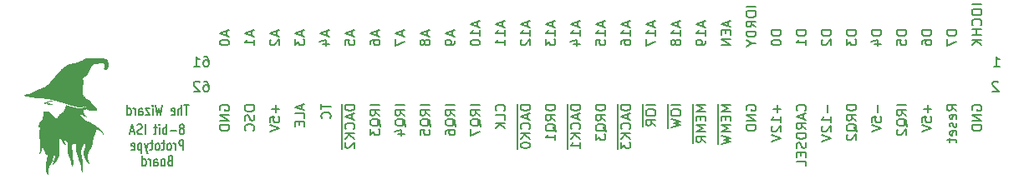
<source format=gbr>
G04 #@! TF.GenerationSoftware,KiCad,Pcbnew,8.0.4*
G04 #@! TF.CreationDate,2025-02-18T09:49:29-03:00*
G04 #@! TF.ProjectId,XT Prototype Board,58542050-726f-4746-9f74-79706520426f,rev?*
G04 #@! TF.SameCoordinates,Original*
G04 #@! TF.FileFunction,Legend,Bot*
G04 #@! TF.FilePolarity,Positive*
%FSLAX46Y46*%
G04 Gerber Fmt 4.6, Leading zero omitted, Abs format (unit mm)*
G04 Created by KiCad (PCBNEW 8.0.4) date 2025-02-18 09:49:29*
%MOMM*%
%LPD*%
G01*
G04 APERTURE LIST*
%ADD10C,0.150000*%
%ADD11C,0.000000*%
%ADD12C,0.100000*%
%ADD13R,1.778000X7.620000*%
%ADD14C,1.700000*%
%ADD15R,1.700000X1.700000*%
%ADD16O,1.700000X1.700000*%
G04 APERTURE END LIST*
D10*
X129677438Y-124431588D02*
X129629819Y-124336350D01*
X129629819Y-124336350D02*
X129629819Y-124193493D01*
X129629819Y-124193493D02*
X129677438Y-124050636D01*
X129677438Y-124050636D02*
X129772676Y-123955398D01*
X129772676Y-123955398D02*
X129867914Y-123907779D01*
X129867914Y-123907779D02*
X130058390Y-123860160D01*
X130058390Y-123860160D02*
X130201247Y-123860160D01*
X130201247Y-123860160D02*
X130391723Y-123907779D01*
X130391723Y-123907779D02*
X130486961Y-123955398D01*
X130486961Y-123955398D02*
X130582200Y-124050636D01*
X130582200Y-124050636D02*
X130629819Y-124193493D01*
X130629819Y-124193493D02*
X130629819Y-124288731D01*
X130629819Y-124288731D02*
X130582200Y-124431588D01*
X130582200Y-124431588D02*
X130534580Y-124479207D01*
X130534580Y-124479207D02*
X130201247Y-124479207D01*
X130201247Y-124479207D02*
X130201247Y-124288731D01*
X130629819Y-124907779D02*
X129629819Y-124907779D01*
X129629819Y-124907779D02*
X130629819Y-125479207D01*
X130629819Y-125479207D02*
X129629819Y-125479207D01*
X130629819Y-125955398D02*
X129629819Y-125955398D01*
X129629819Y-125955398D02*
X129629819Y-126193493D01*
X129629819Y-126193493D02*
X129677438Y-126336350D01*
X129677438Y-126336350D02*
X129772676Y-126431588D01*
X129772676Y-126431588D02*
X129867914Y-126479207D01*
X129867914Y-126479207D02*
X130058390Y-126526826D01*
X130058390Y-126526826D02*
X130201247Y-126526826D01*
X130201247Y-126526826D02*
X130391723Y-126479207D01*
X130391723Y-126479207D02*
X130486961Y-126431588D01*
X130486961Y-126431588D02*
X130582200Y-126336350D01*
X130582200Y-126336350D02*
X130629819Y-126193493D01*
X130629819Y-126193493D02*
X130629819Y-125955398D01*
X76337438Y-124431588D02*
X76289819Y-124336350D01*
X76289819Y-124336350D02*
X76289819Y-124193493D01*
X76289819Y-124193493D02*
X76337438Y-124050636D01*
X76337438Y-124050636D02*
X76432676Y-123955398D01*
X76432676Y-123955398D02*
X76527914Y-123907779D01*
X76527914Y-123907779D02*
X76718390Y-123860160D01*
X76718390Y-123860160D02*
X76861247Y-123860160D01*
X76861247Y-123860160D02*
X77051723Y-123907779D01*
X77051723Y-123907779D02*
X77146961Y-123955398D01*
X77146961Y-123955398D02*
X77242200Y-124050636D01*
X77242200Y-124050636D02*
X77289819Y-124193493D01*
X77289819Y-124193493D02*
X77289819Y-124288731D01*
X77289819Y-124288731D02*
X77242200Y-124431588D01*
X77242200Y-124431588D02*
X77194580Y-124479207D01*
X77194580Y-124479207D02*
X76861247Y-124479207D01*
X76861247Y-124479207D02*
X76861247Y-124288731D01*
X77289819Y-124907779D02*
X76289819Y-124907779D01*
X76289819Y-124907779D02*
X77289819Y-125479207D01*
X77289819Y-125479207D02*
X76289819Y-125479207D01*
X77289819Y-125955398D02*
X76289819Y-125955398D01*
X76289819Y-125955398D02*
X76289819Y-126193493D01*
X76289819Y-126193493D02*
X76337438Y-126336350D01*
X76337438Y-126336350D02*
X76432676Y-126431588D01*
X76432676Y-126431588D02*
X76527914Y-126479207D01*
X76527914Y-126479207D02*
X76718390Y-126526826D01*
X76718390Y-126526826D02*
X76861247Y-126526826D01*
X76861247Y-126526826D02*
X77051723Y-126479207D01*
X77051723Y-126479207D02*
X77146961Y-126431588D01*
X77146961Y-126431588D02*
X77242200Y-126336350D01*
X77242200Y-126336350D02*
X77289819Y-126193493D01*
X77289819Y-126193493D02*
X77289819Y-125955398D01*
X86576819Y-123764922D02*
X86576819Y-124336350D01*
X87576819Y-124050636D02*
X86576819Y-124050636D01*
X87481580Y-125241112D02*
X87529200Y-125193493D01*
X87529200Y-125193493D02*
X87576819Y-125050636D01*
X87576819Y-125050636D02*
X87576819Y-124955398D01*
X87576819Y-124955398D02*
X87529200Y-124812541D01*
X87529200Y-124812541D02*
X87433961Y-124717303D01*
X87433961Y-124717303D02*
X87338723Y-124669684D01*
X87338723Y-124669684D02*
X87148247Y-124622065D01*
X87148247Y-124622065D02*
X87005390Y-124622065D01*
X87005390Y-124622065D02*
X86814914Y-124669684D01*
X86814914Y-124669684D02*
X86719676Y-124717303D01*
X86719676Y-124717303D02*
X86624438Y-124812541D01*
X86624438Y-124812541D02*
X86576819Y-124955398D01*
X86576819Y-124955398D02*
X86576819Y-125050636D01*
X86576819Y-125050636D02*
X86624438Y-125193493D01*
X86624438Y-125193493D02*
X86672057Y-125241112D01*
X84624104Y-123860160D02*
X84624104Y-124336350D01*
X84909819Y-123764922D02*
X83909819Y-124098255D01*
X83909819Y-124098255D02*
X84909819Y-124431588D01*
X84909819Y-125241112D02*
X84909819Y-124764922D01*
X84909819Y-124764922D02*
X83909819Y-124764922D01*
X84386009Y-125574446D02*
X84386009Y-125907779D01*
X84909819Y-126050636D02*
X84909819Y-125574446D01*
X84909819Y-125574446D02*
X83909819Y-125574446D01*
X83909819Y-125574446D02*
X83909819Y-126050636D01*
X78829819Y-124098255D02*
X78829819Y-124288731D01*
X78829819Y-124288731D02*
X78877438Y-124383969D01*
X78877438Y-124383969D02*
X78972676Y-124479207D01*
X78972676Y-124479207D02*
X79163152Y-124526826D01*
X79163152Y-124526826D02*
X79496485Y-124526826D01*
X79496485Y-124526826D02*
X79686961Y-124479207D01*
X79686961Y-124479207D02*
X79782200Y-124383969D01*
X79782200Y-124383969D02*
X79829819Y-124288731D01*
X79829819Y-124288731D02*
X79829819Y-124098255D01*
X79829819Y-124098255D02*
X79782200Y-124003017D01*
X79782200Y-124003017D02*
X79686961Y-123907779D01*
X79686961Y-123907779D02*
X79496485Y-123860160D01*
X79496485Y-123860160D02*
X79163152Y-123860160D01*
X79163152Y-123860160D02*
X78972676Y-123907779D01*
X78972676Y-123907779D02*
X78877438Y-124003017D01*
X78877438Y-124003017D02*
X78829819Y-124098255D01*
X79782200Y-124907779D02*
X79829819Y-125050636D01*
X79829819Y-125050636D02*
X79829819Y-125288731D01*
X79829819Y-125288731D02*
X79782200Y-125383969D01*
X79782200Y-125383969D02*
X79734580Y-125431588D01*
X79734580Y-125431588D02*
X79639342Y-125479207D01*
X79639342Y-125479207D02*
X79544104Y-125479207D01*
X79544104Y-125479207D02*
X79448866Y-125431588D01*
X79448866Y-125431588D02*
X79401247Y-125383969D01*
X79401247Y-125383969D02*
X79353628Y-125288731D01*
X79353628Y-125288731D02*
X79306009Y-125098255D01*
X79306009Y-125098255D02*
X79258390Y-125003017D01*
X79258390Y-125003017D02*
X79210771Y-124955398D01*
X79210771Y-124955398D02*
X79115533Y-124907779D01*
X79115533Y-124907779D02*
X79020295Y-124907779D01*
X79020295Y-124907779D02*
X78925057Y-124955398D01*
X78925057Y-124955398D02*
X78877438Y-125003017D01*
X78877438Y-125003017D02*
X78829819Y-125098255D01*
X78829819Y-125098255D02*
X78829819Y-125336350D01*
X78829819Y-125336350D02*
X78877438Y-125479207D01*
X79734580Y-126479207D02*
X79782200Y-126431588D01*
X79782200Y-126431588D02*
X79829819Y-126288731D01*
X79829819Y-126288731D02*
X79829819Y-126193493D01*
X79829819Y-126193493D02*
X79782200Y-126050636D01*
X79782200Y-126050636D02*
X79686961Y-125955398D01*
X79686961Y-125955398D02*
X79591723Y-125907779D01*
X79591723Y-125907779D02*
X79401247Y-125860160D01*
X79401247Y-125860160D02*
X79258390Y-125860160D01*
X79258390Y-125860160D02*
X79067914Y-125907779D01*
X79067914Y-125907779D02*
X78972676Y-125955398D01*
X78972676Y-125955398D02*
X78877438Y-126050636D01*
X78877438Y-126050636D02*
X78829819Y-126193493D01*
X78829819Y-126193493D02*
X78829819Y-126288731D01*
X78829819Y-126288731D02*
X78877438Y-126431588D01*
X78877438Y-126431588D02*
X78925057Y-126479207D01*
X123009819Y-123907779D02*
X122009819Y-123907779D01*
X122009819Y-124574445D02*
X122009819Y-124764921D01*
X122009819Y-124764921D02*
X122057438Y-124860159D01*
X122057438Y-124860159D02*
X122152676Y-124955397D01*
X122152676Y-124955397D02*
X122343152Y-125003016D01*
X122343152Y-125003016D02*
X122676485Y-125003016D01*
X122676485Y-125003016D02*
X122866961Y-124955397D01*
X122866961Y-124955397D02*
X122962200Y-124860159D01*
X122962200Y-124860159D02*
X123009819Y-124764921D01*
X123009819Y-124764921D02*
X123009819Y-124574445D01*
X123009819Y-124574445D02*
X122962200Y-124479207D01*
X122962200Y-124479207D02*
X122866961Y-124383969D01*
X122866961Y-124383969D02*
X122676485Y-124336350D01*
X122676485Y-124336350D02*
X122343152Y-124336350D01*
X122343152Y-124336350D02*
X122152676Y-124383969D01*
X122152676Y-124383969D02*
X122057438Y-124479207D01*
X122057438Y-124479207D02*
X122009819Y-124574445D01*
X122009819Y-125336350D02*
X123009819Y-125574445D01*
X123009819Y-125574445D02*
X122295533Y-125764921D01*
X122295533Y-125764921D02*
X123009819Y-125955397D01*
X123009819Y-125955397D02*
X122009819Y-126193493D01*
X121732200Y-123769684D02*
X121732200Y-126236350D01*
X132788866Y-123907779D02*
X132788866Y-124669684D01*
X133169819Y-124288731D02*
X132407914Y-124288731D01*
X133169819Y-125669683D02*
X133169819Y-125098255D01*
X133169819Y-125383969D02*
X132169819Y-125383969D01*
X132169819Y-125383969D02*
X132312676Y-125288731D01*
X132312676Y-125288731D02*
X132407914Y-125193493D01*
X132407914Y-125193493D02*
X132455533Y-125098255D01*
X132265057Y-126050636D02*
X132217438Y-126098255D01*
X132217438Y-126098255D02*
X132169819Y-126193493D01*
X132169819Y-126193493D02*
X132169819Y-126431588D01*
X132169819Y-126431588D02*
X132217438Y-126526826D01*
X132217438Y-126526826D02*
X132265057Y-126574445D01*
X132265057Y-126574445D02*
X132360295Y-126622064D01*
X132360295Y-126622064D02*
X132455533Y-126622064D01*
X132455533Y-126622064D02*
X132598390Y-126574445D01*
X132598390Y-126574445D02*
X133169819Y-126003017D01*
X133169819Y-126003017D02*
X133169819Y-126622064D01*
X132169819Y-126907779D02*
X133169819Y-127241112D01*
X133169819Y-127241112D02*
X132169819Y-127574445D01*
X115389819Y-123907779D02*
X114389819Y-123907779D01*
X114389819Y-123907779D02*
X114389819Y-124145874D01*
X114389819Y-124145874D02*
X114437438Y-124288731D01*
X114437438Y-124288731D02*
X114532676Y-124383969D01*
X114532676Y-124383969D02*
X114627914Y-124431588D01*
X114627914Y-124431588D02*
X114818390Y-124479207D01*
X114818390Y-124479207D02*
X114961247Y-124479207D01*
X114961247Y-124479207D02*
X115151723Y-124431588D01*
X115151723Y-124431588D02*
X115246961Y-124383969D01*
X115246961Y-124383969D02*
X115342200Y-124288731D01*
X115342200Y-124288731D02*
X115389819Y-124145874D01*
X115389819Y-124145874D02*
X115389819Y-123907779D01*
X115389819Y-125479207D02*
X114913628Y-125145874D01*
X115389819Y-124907779D02*
X114389819Y-124907779D01*
X114389819Y-124907779D02*
X114389819Y-125288731D01*
X114389819Y-125288731D02*
X114437438Y-125383969D01*
X114437438Y-125383969D02*
X114485057Y-125431588D01*
X114485057Y-125431588D02*
X114580295Y-125479207D01*
X114580295Y-125479207D02*
X114723152Y-125479207D01*
X114723152Y-125479207D02*
X114818390Y-125431588D01*
X114818390Y-125431588D02*
X114866009Y-125383969D01*
X114866009Y-125383969D02*
X114913628Y-125288731D01*
X114913628Y-125288731D02*
X114913628Y-124907779D01*
X115485057Y-126574445D02*
X115437438Y-126479207D01*
X115437438Y-126479207D02*
X115342200Y-126383969D01*
X115342200Y-126383969D02*
X115199342Y-126241112D01*
X115199342Y-126241112D02*
X115151723Y-126145874D01*
X115151723Y-126145874D02*
X115151723Y-126050636D01*
X115389819Y-126098255D02*
X115342200Y-126003017D01*
X115342200Y-126003017D02*
X115246961Y-125907779D01*
X115246961Y-125907779D02*
X115056485Y-125860160D01*
X115056485Y-125860160D02*
X114723152Y-125860160D01*
X114723152Y-125860160D02*
X114532676Y-125907779D01*
X114532676Y-125907779D02*
X114437438Y-126003017D01*
X114437438Y-126003017D02*
X114389819Y-126098255D01*
X114389819Y-126098255D02*
X114389819Y-126288731D01*
X114389819Y-126288731D02*
X114437438Y-126383969D01*
X114437438Y-126383969D02*
X114532676Y-126479207D01*
X114532676Y-126479207D02*
X114723152Y-126526826D01*
X114723152Y-126526826D02*
X115056485Y-126526826D01*
X115056485Y-126526826D02*
X115246961Y-126479207D01*
X115246961Y-126479207D02*
X115342200Y-126383969D01*
X115342200Y-126383969D02*
X115389819Y-126288731D01*
X115389819Y-126288731D02*
X115389819Y-126098255D01*
X114389819Y-126860160D02*
X114389819Y-127479207D01*
X114389819Y-127479207D02*
X114770771Y-127145874D01*
X114770771Y-127145874D02*
X114770771Y-127288731D01*
X114770771Y-127288731D02*
X114818390Y-127383969D01*
X114818390Y-127383969D02*
X114866009Y-127431588D01*
X114866009Y-127431588D02*
X114961247Y-127479207D01*
X114961247Y-127479207D02*
X115199342Y-127479207D01*
X115199342Y-127479207D02*
X115294580Y-127431588D01*
X115294580Y-127431588D02*
X115342200Y-127383969D01*
X115342200Y-127383969D02*
X115389819Y-127288731D01*
X115389819Y-127288731D02*
X115389819Y-127003017D01*
X115389819Y-127003017D02*
X115342200Y-126907779D01*
X115342200Y-126907779D02*
X115294580Y-126860160D01*
X95069819Y-123907779D02*
X94069819Y-123907779D01*
X95069819Y-124955397D02*
X94593628Y-124622064D01*
X95069819Y-124383969D02*
X94069819Y-124383969D01*
X94069819Y-124383969D02*
X94069819Y-124764921D01*
X94069819Y-124764921D02*
X94117438Y-124860159D01*
X94117438Y-124860159D02*
X94165057Y-124907778D01*
X94165057Y-124907778D02*
X94260295Y-124955397D01*
X94260295Y-124955397D02*
X94403152Y-124955397D01*
X94403152Y-124955397D02*
X94498390Y-124907778D01*
X94498390Y-124907778D02*
X94546009Y-124860159D01*
X94546009Y-124860159D02*
X94593628Y-124764921D01*
X94593628Y-124764921D02*
X94593628Y-124383969D01*
X95165057Y-126050635D02*
X95117438Y-125955397D01*
X95117438Y-125955397D02*
X95022200Y-125860159D01*
X95022200Y-125860159D02*
X94879342Y-125717302D01*
X94879342Y-125717302D02*
X94831723Y-125622064D01*
X94831723Y-125622064D02*
X94831723Y-125526826D01*
X95069819Y-125574445D02*
X95022200Y-125479207D01*
X95022200Y-125479207D02*
X94926961Y-125383969D01*
X94926961Y-125383969D02*
X94736485Y-125336350D01*
X94736485Y-125336350D02*
X94403152Y-125336350D01*
X94403152Y-125336350D02*
X94212676Y-125383969D01*
X94212676Y-125383969D02*
X94117438Y-125479207D01*
X94117438Y-125479207D02*
X94069819Y-125574445D01*
X94069819Y-125574445D02*
X94069819Y-125764921D01*
X94069819Y-125764921D02*
X94117438Y-125860159D01*
X94117438Y-125860159D02*
X94212676Y-125955397D01*
X94212676Y-125955397D02*
X94403152Y-126003016D01*
X94403152Y-126003016D02*
X94736485Y-126003016D01*
X94736485Y-126003016D02*
X94926961Y-125955397D01*
X94926961Y-125955397D02*
X95022200Y-125860159D01*
X95022200Y-125860159D02*
X95069819Y-125764921D01*
X95069819Y-125764921D02*
X95069819Y-125574445D01*
X94403152Y-126860159D02*
X95069819Y-126860159D01*
X94022200Y-126622064D02*
X94736485Y-126383969D01*
X94736485Y-126383969D02*
X94736485Y-127003016D01*
X92529819Y-123907779D02*
X91529819Y-123907779D01*
X92529819Y-124955397D02*
X92053628Y-124622064D01*
X92529819Y-124383969D02*
X91529819Y-124383969D01*
X91529819Y-124383969D02*
X91529819Y-124764921D01*
X91529819Y-124764921D02*
X91577438Y-124860159D01*
X91577438Y-124860159D02*
X91625057Y-124907778D01*
X91625057Y-124907778D02*
X91720295Y-124955397D01*
X91720295Y-124955397D02*
X91863152Y-124955397D01*
X91863152Y-124955397D02*
X91958390Y-124907778D01*
X91958390Y-124907778D02*
X92006009Y-124860159D01*
X92006009Y-124860159D02*
X92053628Y-124764921D01*
X92053628Y-124764921D02*
X92053628Y-124383969D01*
X92625057Y-126050635D02*
X92577438Y-125955397D01*
X92577438Y-125955397D02*
X92482200Y-125860159D01*
X92482200Y-125860159D02*
X92339342Y-125717302D01*
X92339342Y-125717302D02*
X92291723Y-125622064D01*
X92291723Y-125622064D02*
X92291723Y-125526826D01*
X92529819Y-125574445D02*
X92482200Y-125479207D01*
X92482200Y-125479207D02*
X92386961Y-125383969D01*
X92386961Y-125383969D02*
X92196485Y-125336350D01*
X92196485Y-125336350D02*
X91863152Y-125336350D01*
X91863152Y-125336350D02*
X91672676Y-125383969D01*
X91672676Y-125383969D02*
X91577438Y-125479207D01*
X91577438Y-125479207D02*
X91529819Y-125574445D01*
X91529819Y-125574445D02*
X91529819Y-125764921D01*
X91529819Y-125764921D02*
X91577438Y-125860159D01*
X91577438Y-125860159D02*
X91672676Y-125955397D01*
X91672676Y-125955397D02*
X91863152Y-126003016D01*
X91863152Y-126003016D02*
X92196485Y-126003016D01*
X92196485Y-126003016D02*
X92386961Y-125955397D01*
X92386961Y-125955397D02*
X92482200Y-125860159D01*
X92482200Y-125860159D02*
X92529819Y-125764921D01*
X92529819Y-125764921D02*
X92529819Y-125574445D01*
X91529819Y-126336350D02*
X91529819Y-126955397D01*
X91529819Y-126955397D02*
X91910771Y-126622064D01*
X91910771Y-126622064D02*
X91910771Y-126764921D01*
X91910771Y-126764921D02*
X91958390Y-126860159D01*
X91958390Y-126860159D02*
X92006009Y-126907778D01*
X92006009Y-126907778D02*
X92101247Y-126955397D01*
X92101247Y-126955397D02*
X92339342Y-126955397D01*
X92339342Y-126955397D02*
X92434580Y-126907778D01*
X92434580Y-126907778D02*
X92482200Y-126860159D01*
X92482200Y-126860159D02*
X92529819Y-126764921D01*
X92529819Y-126764921D02*
X92529819Y-126479207D01*
X92529819Y-126479207D02*
X92482200Y-126383969D01*
X92482200Y-126383969D02*
X92434580Y-126336350D01*
X81988866Y-123907779D02*
X81988866Y-124669684D01*
X82369819Y-124288731D02*
X81607914Y-124288731D01*
X81369819Y-125622064D02*
X81369819Y-125145874D01*
X81369819Y-125145874D02*
X81846009Y-125098255D01*
X81846009Y-125098255D02*
X81798390Y-125145874D01*
X81798390Y-125145874D02*
X81750771Y-125241112D01*
X81750771Y-125241112D02*
X81750771Y-125479207D01*
X81750771Y-125479207D02*
X81798390Y-125574445D01*
X81798390Y-125574445D02*
X81846009Y-125622064D01*
X81846009Y-125622064D02*
X81941247Y-125669683D01*
X81941247Y-125669683D02*
X82179342Y-125669683D01*
X82179342Y-125669683D02*
X82274580Y-125622064D01*
X82274580Y-125622064D02*
X82322200Y-125574445D01*
X82322200Y-125574445D02*
X82369819Y-125479207D01*
X82369819Y-125479207D02*
X82369819Y-125241112D01*
X82369819Y-125241112D02*
X82322200Y-125145874D01*
X82322200Y-125145874D02*
X82274580Y-125098255D01*
X81369819Y-125955398D02*
X82369819Y-126288731D01*
X82369819Y-126288731D02*
X81369819Y-126622064D01*
X97609819Y-123907779D02*
X96609819Y-123907779D01*
X97609819Y-124955397D02*
X97133628Y-124622064D01*
X97609819Y-124383969D02*
X96609819Y-124383969D01*
X96609819Y-124383969D02*
X96609819Y-124764921D01*
X96609819Y-124764921D02*
X96657438Y-124860159D01*
X96657438Y-124860159D02*
X96705057Y-124907778D01*
X96705057Y-124907778D02*
X96800295Y-124955397D01*
X96800295Y-124955397D02*
X96943152Y-124955397D01*
X96943152Y-124955397D02*
X97038390Y-124907778D01*
X97038390Y-124907778D02*
X97086009Y-124860159D01*
X97086009Y-124860159D02*
X97133628Y-124764921D01*
X97133628Y-124764921D02*
X97133628Y-124383969D01*
X97705057Y-126050635D02*
X97657438Y-125955397D01*
X97657438Y-125955397D02*
X97562200Y-125860159D01*
X97562200Y-125860159D02*
X97419342Y-125717302D01*
X97419342Y-125717302D02*
X97371723Y-125622064D01*
X97371723Y-125622064D02*
X97371723Y-125526826D01*
X97609819Y-125574445D02*
X97562200Y-125479207D01*
X97562200Y-125479207D02*
X97466961Y-125383969D01*
X97466961Y-125383969D02*
X97276485Y-125336350D01*
X97276485Y-125336350D02*
X96943152Y-125336350D01*
X96943152Y-125336350D02*
X96752676Y-125383969D01*
X96752676Y-125383969D02*
X96657438Y-125479207D01*
X96657438Y-125479207D02*
X96609819Y-125574445D01*
X96609819Y-125574445D02*
X96609819Y-125764921D01*
X96609819Y-125764921D02*
X96657438Y-125860159D01*
X96657438Y-125860159D02*
X96752676Y-125955397D01*
X96752676Y-125955397D02*
X96943152Y-126003016D01*
X96943152Y-126003016D02*
X97276485Y-126003016D01*
X97276485Y-126003016D02*
X97466961Y-125955397D01*
X97466961Y-125955397D02*
X97562200Y-125860159D01*
X97562200Y-125860159D02*
X97609819Y-125764921D01*
X97609819Y-125764921D02*
X97609819Y-125574445D01*
X96609819Y-126907778D02*
X96609819Y-126431588D01*
X96609819Y-126431588D02*
X97086009Y-126383969D01*
X97086009Y-126383969D02*
X97038390Y-126431588D01*
X97038390Y-126431588D02*
X96990771Y-126526826D01*
X96990771Y-126526826D02*
X96990771Y-126764921D01*
X96990771Y-126764921D02*
X97038390Y-126860159D01*
X97038390Y-126860159D02*
X97086009Y-126907778D01*
X97086009Y-126907778D02*
X97181247Y-126955397D01*
X97181247Y-126955397D02*
X97419342Y-126955397D01*
X97419342Y-126955397D02*
X97514580Y-126907778D01*
X97514580Y-126907778D02*
X97562200Y-126860159D01*
X97562200Y-126860159D02*
X97609819Y-126764921D01*
X97609819Y-126764921D02*
X97609819Y-126526826D01*
X97609819Y-126526826D02*
X97562200Y-126431588D01*
X97562200Y-126431588D02*
X97514580Y-126383969D01*
X128089819Y-123907779D02*
X127089819Y-123907779D01*
X127089819Y-123907779D02*
X127804104Y-124241112D01*
X127804104Y-124241112D02*
X127089819Y-124574445D01*
X127089819Y-124574445D02*
X128089819Y-124574445D01*
X127566009Y-125050636D02*
X127566009Y-125383969D01*
X128089819Y-125526826D02*
X128089819Y-125050636D01*
X128089819Y-125050636D02*
X127089819Y-125050636D01*
X127089819Y-125050636D02*
X127089819Y-125526826D01*
X128089819Y-125955398D02*
X127089819Y-125955398D01*
X127089819Y-125955398D02*
X127804104Y-126288731D01*
X127804104Y-126288731D02*
X127089819Y-126622064D01*
X127089819Y-126622064D02*
X128089819Y-126622064D01*
X127089819Y-127003017D02*
X128089819Y-127241112D01*
X128089819Y-127241112D02*
X127375533Y-127431588D01*
X127375533Y-127431588D02*
X128089819Y-127622064D01*
X128089819Y-127622064D02*
X127089819Y-127860160D01*
X126812200Y-123769684D02*
X126812200Y-127903017D01*
X89989819Y-123907779D02*
X88989819Y-123907779D01*
X88989819Y-123907779D02*
X88989819Y-124145874D01*
X88989819Y-124145874D02*
X89037438Y-124288731D01*
X89037438Y-124288731D02*
X89132676Y-124383969D01*
X89132676Y-124383969D02*
X89227914Y-124431588D01*
X89227914Y-124431588D02*
X89418390Y-124479207D01*
X89418390Y-124479207D02*
X89561247Y-124479207D01*
X89561247Y-124479207D02*
X89751723Y-124431588D01*
X89751723Y-124431588D02*
X89846961Y-124383969D01*
X89846961Y-124383969D02*
X89942200Y-124288731D01*
X89942200Y-124288731D02*
X89989819Y-124145874D01*
X89989819Y-124145874D02*
X89989819Y-123907779D01*
X89704104Y-124860160D02*
X89704104Y-125336350D01*
X89989819Y-124764922D02*
X88989819Y-125098255D01*
X88989819Y-125098255D02*
X89989819Y-125431588D01*
X89894580Y-126336350D02*
X89942200Y-126288731D01*
X89942200Y-126288731D02*
X89989819Y-126145874D01*
X89989819Y-126145874D02*
X89989819Y-126050636D01*
X89989819Y-126050636D02*
X89942200Y-125907779D01*
X89942200Y-125907779D02*
X89846961Y-125812541D01*
X89846961Y-125812541D02*
X89751723Y-125764922D01*
X89751723Y-125764922D02*
X89561247Y-125717303D01*
X89561247Y-125717303D02*
X89418390Y-125717303D01*
X89418390Y-125717303D02*
X89227914Y-125764922D01*
X89227914Y-125764922D02*
X89132676Y-125812541D01*
X89132676Y-125812541D02*
X89037438Y-125907779D01*
X89037438Y-125907779D02*
X88989819Y-126050636D01*
X88989819Y-126050636D02*
X88989819Y-126145874D01*
X88989819Y-126145874D02*
X89037438Y-126288731D01*
X89037438Y-126288731D02*
X89085057Y-126336350D01*
X89989819Y-126764922D02*
X88989819Y-126764922D01*
X89989819Y-127336350D02*
X89418390Y-126907779D01*
X88989819Y-127336350D02*
X89561247Y-126764922D01*
X89085057Y-127717303D02*
X89037438Y-127764922D01*
X89037438Y-127764922D02*
X88989819Y-127860160D01*
X88989819Y-127860160D02*
X88989819Y-128098255D01*
X88989819Y-128098255D02*
X89037438Y-128193493D01*
X89037438Y-128193493D02*
X89085057Y-128241112D01*
X89085057Y-128241112D02*
X89180295Y-128288731D01*
X89180295Y-128288731D02*
X89275533Y-128288731D01*
X89275533Y-128288731D02*
X89418390Y-128241112D01*
X89418390Y-128241112D02*
X89989819Y-127669684D01*
X89989819Y-127669684D02*
X89989819Y-128288731D01*
X88712200Y-123769684D02*
X88712200Y-128379208D01*
X135614580Y-124479207D02*
X135662200Y-124431588D01*
X135662200Y-124431588D02*
X135709819Y-124288731D01*
X135709819Y-124288731D02*
X135709819Y-124193493D01*
X135709819Y-124193493D02*
X135662200Y-124050636D01*
X135662200Y-124050636D02*
X135566961Y-123955398D01*
X135566961Y-123955398D02*
X135471723Y-123907779D01*
X135471723Y-123907779D02*
X135281247Y-123860160D01*
X135281247Y-123860160D02*
X135138390Y-123860160D01*
X135138390Y-123860160D02*
X134947914Y-123907779D01*
X134947914Y-123907779D02*
X134852676Y-123955398D01*
X134852676Y-123955398D02*
X134757438Y-124050636D01*
X134757438Y-124050636D02*
X134709819Y-124193493D01*
X134709819Y-124193493D02*
X134709819Y-124288731D01*
X134709819Y-124288731D02*
X134757438Y-124431588D01*
X134757438Y-124431588D02*
X134805057Y-124479207D01*
X135424104Y-124860160D02*
X135424104Y-125336350D01*
X135709819Y-124764922D02*
X134709819Y-125098255D01*
X134709819Y-125098255D02*
X135709819Y-125431588D01*
X135709819Y-126336350D02*
X135233628Y-126003017D01*
X135709819Y-125764922D02*
X134709819Y-125764922D01*
X134709819Y-125764922D02*
X134709819Y-126145874D01*
X134709819Y-126145874D02*
X134757438Y-126241112D01*
X134757438Y-126241112D02*
X134805057Y-126288731D01*
X134805057Y-126288731D02*
X134900295Y-126336350D01*
X134900295Y-126336350D02*
X135043152Y-126336350D01*
X135043152Y-126336350D02*
X135138390Y-126288731D01*
X135138390Y-126288731D02*
X135186009Y-126241112D01*
X135186009Y-126241112D02*
X135233628Y-126145874D01*
X135233628Y-126145874D02*
X135233628Y-125764922D01*
X135709819Y-126764922D02*
X134709819Y-126764922D01*
X134709819Y-126764922D02*
X134709819Y-127003017D01*
X134709819Y-127003017D02*
X134757438Y-127145874D01*
X134757438Y-127145874D02*
X134852676Y-127241112D01*
X134852676Y-127241112D02*
X134947914Y-127288731D01*
X134947914Y-127288731D02*
X135138390Y-127336350D01*
X135138390Y-127336350D02*
X135281247Y-127336350D01*
X135281247Y-127336350D02*
X135471723Y-127288731D01*
X135471723Y-127288731D02*
X135566961Y-127241112D01*
X135566961Y-127241112D02*
X135662200Y-127145874D01*
X135662200Y-127145874D02*
X135709819Y-127003017D01*
X135709819Y-127003017D02*
X135709819Y-126764922D01*
X135662200Y-127717303D02*
X135709819Y-127860160D01*
X135709819Y-127860160D02*
X135709819Y-128098255D01*
X135709819Y-128098255D02*
X135662200Y-128193493D01*
X135662200Y-128193493D02*
X135614580Y-128241112D01*
X135614580Y-128241112D02*
X135519342Y-128288731D01*
X135519342Y-128288731D02*
X135424104Y-128288731D01*
X135424104Y-128288731D02*
X135328866Y-128241112D01*
X135328866Y-128241112D02*
X135281247Y-128193493D01*
X135281247Y-128193493D02*
X135233628Y-128098255D01*
X135233628Y-128098255D02*
X135186009Y-127907779D01*
X135186009Y-127907779D02*
X135138390Y-127812541D01*
X135138390Y-127812541D02*
X135090771Y-127764922D01*
X135090771Y-127764922D02*
X134995533Y-127717303D01*
X134995533Y-127717303D02*
X134900295Y-127717303D01*
X134900295Y-127717303D02*
X134805057Y-127764922D01*
X134805057Y-127764922D02*
X134757438Y-127812541D01*
X134757438Y-127812541D02*
X134709819Y-127907779D01*
X134709819Y-127907779D02*
X134709819Y-128145874D01*
X134709819Y-128145874D02*
X134757438Y-128288731D01*
X135186009Y-128717303D02*
X135186009Y-129050636D01*
X135709819Y-129193493D02*
X135709819Y-128717303D01*
X135709819Y-128717303D02*
X134709819Y-128717303D01*
X134709819Y-128717303D02*
X134709819Y-129193493D01*
X135709819Y-130098255D02*
X135709819Y-129622065D01*
X135709819Y-129622065D02*
X134709819Y-129622065D01*
X77004104Y-116392268D02*
X77004104Y-116868458D01*
X77289819Y-116297030D02*
X76289819Y-116630363D01*
X76289819Y-116630363D02*
X77289819Y-116963696D01*
X76289819Y-117487506D02*
X76289819Y-117582744D01*
X76289819Y-117582744D02*
X76337438Y-117677982D01*
X76337438Y-117677982D02*
X76385057Y-117725601D01*
X76385057Y-117725601D02*
X76480295Y-117773220D01*
X76480295Y-117773220D02*
X76670771Y-117820839D01*
X76670771Y-117820839D02*
X76908866Y-117820839D01*
X76908866Y-117820839D02*
X77099342Y-117773220D01*
X77099342Y-117773220D02*
X77194580Y-117725601D01*
X77194580Y-117725601D02*
X77242200Y-117677982D01*
X77242200Y-117677982D02*
X77289819Y-117582744D01*
X77289819Y-117582744D02*
X77289819Y-117487506D01*
X77289819Y-117487506D02*
X77242200Y-117392268D01*
X77242200Y-117392268D02*
X77194580Y-117344649D01*
X77194580Y-117344649D02*
X77099342Y-117297030D01*
X77099342Y-117297030D02*
X76908866Y-117249411D01*
X76908866Y-117249411D02*
X76670771Y-117249411D01*
X76670771Y-117249411D02*
X76480295Y-117297030D01*
X76480295Y-117297030D02*
X76385057Y-117344649D01*
X76385057Y-117344649D02*
X76337438Y-117392268D01*
X76337438Y-117392268D02*
X76289819Y-117487506D01*
X110309819Y-123907779D02*
X109309819Y-123907779D01*
X109309819Y-123907779D02*
X109309819Y-124145874D01*
X109309819Y-124145874D02*
X109357438Y-124288731D01*
X109357438Y-124288731D02*
X109452676Y-124383969D01*
X109452676Y-124383969D02*
X109547914Y-124431588D01*
X109547914Y-124431588D02*
X109738390Y-124479207D01*
X109738390Y-124479207D02*
X109881247Y-124479207D01*
X109881247Y-124479207D02*
X110071723Y-124431588D01*
X110071723Y-124431588D02*
X110166961Y-124383969D01*
X110166961Y-124383969D02*
X110262200Y-124288731D01*
X110262200Y-124288731D02*
X110309819Y-124145874D01*
X110309819Y-124145874D02*
X110309819Y-123907779D01*
X110309819Y-125479207D02*
X109833628Y-125145874D01*
X110309819Y-124907779D02*
X109309819Y-124907779D01*
X109309819Y-124907779D02*
X109309819Y-125288731D01*
X109309819Y-125288731D02*
X109357438Y-125383969D01*
X109357438Y-125383969D02*
X109405057Y-125431588D01*
X109405057Y-125431588D02*
X109500295Y-125479207D01*
X109500295Y-125479207D02*
X109643152Y-125479207D01*
X109643152Y-125479207D02*
X109738390Y-125431588D01*
X109738390Y-125431588D02*
X109786009Y-125383969D01*
X109786009Y-125383969D02*
X109833628Y-125288731D01*
X109833628Y-125288731D02*
X109833628Y-124907779D01*
X110405057Y-126574445D02*
X110357438Y-126479207D01*
X110357438Y-126479207D02*
X110262200Y-126383969D01*
X110262200Y-126383969D02*
X110119342Y-126241112D01*
X110119342Y-126241112D02*
X110071723Y-126145874D01*
X110071723Y-126145874D02*
X110071723Y-126050636D01*
X110309819Y-126098255D02*
X110262200Y-126003017D01*
X110262200Y-126003017D02*
X110166961Y-125907779D01*
X110166961Y-125907779D02*
X109976485Y-125860160D01*
X109976485Y-125860160D02*
X109643152Y-125860160D01*
X109643152Y-125860160D02*
X109452676Y-125907779D01*
X109452676Y-125907779D02*
X109357438Y-126003017D01*
X109357438Y-126003017D02*
X109309819Y-126098255D01*
X109309819Y-126098255D02*
X109309819Y-126288731D01*
X109309819Y-126288731D02*
X109357438Y-126383969D01*
X109357438Y-126383969D02*
X109452676Y-126479207D01*
X109452676Y-126479207D02*
X109643152Y-126526826D01*
X109643152Y-126526826D02*
X109976485Y-126526826D01*
X109976485Y-126526826D02*
X110166961Y-126479207D01*
X110166961Y-126479207D02*
X110262200Y-126383969D01*
X110262200Y-126383969D02*
X110309819Y-126288731D01*
X110309819Y-126288731D02*
X110309819Y-126098255D01*
X110309819Y-127479207D02*
X110309819Y-126907779D01*
X110309819Y-127193493D02*
X109309819Y-127193493D01*
X109309819Y-127193493D02*
X109452676Y-127098255D01*
X109452676Y-127098255D02*
X109547914Y-127003017D01*
X109547914Y-127003017D02*
X109595533Y-126907779D01*
X117929819Y-123907779D02*
X116929819Y-123907779D01*
X116929819Y-123907779D02*
X116929819Y-124145874D01*
X116929819Y-124145874D02*
X116977438Y-124288731D01*
X116977438Y-124288731D02*
X117072676Y-124383969D01*
X117072676Y-124383969D02*
X117167914Y-124431588D01*
X117167914Y-124431588D02*
X117358390Y-124479207D01*
X117358390Y-124479207D02*
X117501247Y-124479207D01*
X117501247Y-124479207D02*
X117691723Y-124431588D01*
X117691723Y-124431588D02*
X117786961Y-124383969D01*
X117786961Y-124383969D02*
X117882200Y-124288731D01*
X117882200Y-124288731D02*
X117929819Y-124145874D01*
X117929819Y-124145874D02*
X117929819Y-123907779D01*
X117644104Y-124860160D02*
X117644104Y-125336350D01*
X117929819Y-124764922D02*
X116929819Y-125098255D01*
X116929819Y-125098255D02*
X117929819Y-125431588D01*
X117834580Y-126336350D02*
X117882200Y-126288731D01*
X117882200Y-126288731D02*
X117929819Y-126145874D01*
X117929819Y-126145874D02*
X117929819Y-126050636D01*
X117929819Y-126050636D02*
X117882200Y-125907779D01*
X117882200Y-125907779D02*
X117786961Y-125812541D01*
X117786961Y-125812541D02*
X117691723Y-125764922D01*
X117691723Y-125764922D02*
X117501247Y-125717303D01*
X117501247Y-125717303D02*
X117358390Y-125717303D01*
X117358390Y-125717303D02*
X117167914Y-125764922D01*
X117167914Y-125764922D02*
X117072676Y-125812541D01*
X117072676Y-125812541D02*
X116977438Y-125907779D01*
X116977438Y-125907779D02*
X116929819Y-126050636D01*
X116929819Y-126050636D02*
X116929819Y-126145874D01*
X116929819Y-126145874D02*
X116977438Y-126288731D01*
X116977438Y-126288731D02*
X117025057Y-126336350D01*
X117929819Y-126764922D02*
X116929819Y-126764922D01*
X117929819Y-127336350D02*
X117358390Y-126907779D01*
X116929819Y-127336350D02*
X117501247Y-126764922D01*
X116929819Y-127669684D02*
X116929819Y-128288731D01*
X116929819Y-128288731D02*
X117310771Y-127955398D01*
X117310771Y-127955398D02*
X117310771Y-128098255D01*
X117310771Y-128098255D02*
X117358390Y-128193493D01*
X117358390Y-128193493D02*
X117406009Y-128241112D01*
X117406009Y-128241112D02*
X117501247Y-128288731D01*
X117501247Y-128288731D02*
X117739342Y-128288731D01*
X117739342Y-128288731D02*
X117834580Y-128241112D01*
X117834580Y-128241112D02*
X117882200Y-128193493D01*
X117882200Y-128193493D02*
X117929819Y-128098255D01*
X117929819Y-128098255D02*
X117929819Y-127812541D01*
X117929819Y-127812541D02*
X117882200Y-127717303D01*
X117882200Y-127717303D02*
X117834580Y-127669684D01*
X116652200Y-123769684D02*
X116652200Y-128379208D01*
X79544104Y-116392268D02*
X79544104Y-116868458D01*
X79829819Y-116297030D02*
X78829819Y-116630363D01*
X78829819Y-116630363D02*
X79829819Y-116963696D01*
X79829819Y-117820839D02*
X79829819Y-117249411D01*
X79829819Y-117535125D02*
X78829819Y-117535125D01*
X78829819Y-117535125D02*
X78972676Y-117439887D01*
X78972676Y-117439887D02*
X79067914Y-117344649D01*
X79067914Y-117344649D02*
X79115533Y-117249411D01*
X125549819Y-123907779D02*
X124549819Y-123907779D01*
X124549819Y-123907779D02*
X125264104Y-124241112D01*
X125264104Y-124241112D02*
X124549819Y-124574445D01*
X124549819Y-124574445D02*
X125549819Y-124574445D01*
X125026009Y-125050636D02*
X125026009Y-125383969D01*
X125549819Y-125526826D02*
X125549819Y-125050636D01*
X125549819Y-125050636D02*
X124549819Y-125050636D01*
X124549819Y-125050636D02*
X124549819Y-125526826D01*
X125549819Y-125955398D02*
X124549819Y-125955398D01*
X124549819Y-125955398D02*
X125264104Y-126288731D01*
X125264104Y-126288731D02*
X124549819Y-126622064D01*
X124549819Y-126622064D02*
X125549819Y-126622064D01*
X125549819Y-127669683D02*
X125073628Y-127336350D01*
X125549819Y-127098255D02*
X124549819Y-127098255D01*
X124549819Y-127098255D02*
X124549819Y-127479207D01*
X124549819Y-127479207D02*
X124597438Y-127574445D01*
X124597438Y-127574445D02*
X124645057Y-127622064D01*
X124645057Y-127622064D02*
X124740295Y-127669683D01*
X124740295Y-127669683D02*
X124883152Y-127669683D01*
X124883152Y-127669683D02*
X124978390Y-127622064D01*
X124978390Y-127622064D02*
X125026009Y-127574445D01*
X125026009Y-127574445D02*
X125073628Y-127479207D01*
X125073628Y-127479207D02*
X125073628Y-127098255D01*
X124272200Y-123769684D02*
X124272200Y-127760160D01*
X137868866Y-123907779D02*
X137868866Y-124669684D01*
X138249819Y-125669683D02*
X138249819Y-125098255D01*
X138249819Y-125383969D02*
X137249819Y-125383969D01*
X137249819Y-125383969D02*
X137392676Y-125288731D01*
X137392676Y-125288731D02*
X137487914Y-125193493D01*
X137487914Y-125193493D02*
X137535533Y-125098255D01*
X137345057Y-126050636D02*
X137297438Y-126098255D01*
X137297438Y-126098255D02*
X137249819Y-126193493D01*
X137249819Y-126193493D02*
X137249819Y-126431588D01*
X137249819Y-126431588D02*
X137297438Y-126526826D01*
X137297438Y-126526826D02*
X137345057Y-126574445D01*
X137345057Y-126574445D02*
X137440295Y-126622064D01*
X137440295Y-126622064D02*
X137535533Y-126622064D01*
X137535533Y-126622064D02*
X137678390Y-126574445D01*
X137678390Y-126574445D02*
X138249819Y-126003017D01*
X138249819Y-126003017D02*
X138249819Y-126622064D01*
X137249819Y-126907779D02*
X138249819Y-127241112D01*
X138249819Y-127241112D02*
X137249819Y-127574445D01*
X107769819Y-123907779D02*
X106769819Y-123907779D01*
X106769819Y-123907779D02*
X106769819Y-124145874D01*
X106769819Y-124145874D02*
X106817438Y-124288731D01*
X106817438Y-124288731D02*
X106912676Y-124383969D01*
X106912676Y-124383969D02*
X107007914Y-124431588D01*
X107007914Y-124431588D02*
X107198390Y-124479207D01*
X107198390Y-124479207D02*
X107341247Y-124479207D01*
X107341247Y-124479207D02*
X107531723Y-124431588D01*
X107531723Y-124431588D02*
X107626961Y-124383969D01*
X107626961Y-124383969D02*
X107722200Y-124288731D01*
X107722200Y-124288731D02*
X107769819Y-124145874D01*
X107769819Y-124145874D02*
X107769819Y-123907779D01*
X107484104Y-124860160D02*
X107484104Y-125336350D01*
X107769819Y-124764922D02*
X106769819Y-125098255D01*
X106769819Y-125098255D02*
X107769819Y-125431588D01*
X107674580Y-126336350D02*
X107722200Y-126288731D01*
X107722200Y-126288731D02*
X107769819Y-126145874D01*
X107769819Y-126145874D02*
X107769819Y-126050636D01*
X107769819Y-126050636D02*
X107722200Y-125907779D01*
X107722200Y-125907779D02*
X107626961Y-125812541D01*
X107626961Y-125812541D02*
X107531723Y-125764922D01*
X107531723Y-125764922D02*
X107341247Y-125717303D01*
X107341247Y-125717303D02*
X107198390Y-125717303D01*
X107198390Y-125717303D02*
X107007914Y-125764922D01*
X107007914Y-125764922D02*
X106912676Y-125812541D01*
X106912676Y-125812541D02*
X106817438Y-125907779D01*
X106817438Y-125907779D02*
X106769819Y-126050636D01*
X106769819Y-126050636D02*
X106769819Y-126145874D01*
X106769819Y-126145874D02*
X106817438Y-126288731D01*
X106817438Y-126288731D02*
X106865057Y-126336350D01*
X107769819Y-126764922D02*
X106769819Y-126764922D01*
X107769819Y-127336350D02*
X107198390Y-126907779D01*
X106769819Y-127336350D02*
X107341247Y-126764922D01*
X106769819Y-127955398D02*
X106769819Y-128050636D01*
X106769819Y-128050636D02*
X106817438Y-128145874D01*
X106817438Y-128145874D02*
X106865057Y-128193493D01*
X106865057Y-128193493D02*
X106960295Y-128241112D01*
X106960295Y-128241112D02*
X107150771Y-128288731D01*
X107150771Y-128288731D02*
X107388866Y-128288731D01*
X107388866Y-128288731D02*
X107579342Y-128241112D01*
X107579342Y-128241112D02*
X107674580Y-128193493D01*
X107674580Y-128193493D02*
X107722200Y-128145874D01*
X107722200Y-128145874D02*
X107769819Y-128050636D01*
X107769819Y-128050636D02*
X107769819Y-127955398D01*
X107769819Y-127955398D02*
X107722200Y-127860160D01*
X107722200Y-127860160D02*
X107674580Y-127812541D01*
X107674580Y-127812541D02*
X107579342Y-127764922D01*
X107579342Y-127764922D02*
X107388866Y-127717303D01*
X107388866Y-127717303D02*
X107150771Y-127717303D01*
X107150771Y-127717303D02*
X106960295Y-127764922D01*
X106960295Y-127764922D02*
X106865057Y-127812541D01*
X106865057Y-127812541D02*
X106817438Y-127860160D01*
X106817438Y-127860160D02*
X106769819Y-127955398D01*
X106492200Y-123769684D02*
X106492200Y-128379208D01*
X120469819Y-123907779D02*
X119469819Y-123907779D01*
X119469819Y-124574445D02*
X119469819Y-124764921D01*
X119469819Y-124764921D02*
X119517438Y-124860159D01*
X119517438Y-124860159D02*
X119612676Y-124955397D01*
X119612676Y-124955397D02*
X119803152Y-125003016D01*
X119803152Y-125003016D02*
X120136485Y-125003016D01*
X120136485Y-125003016D02*
X120326961Y-124955397D01*
X120326961Y-124955397D02*
X120422200Y-124860159D01*
X120422200Y-124860159D02*
X120469819Y-124764921D01*
X120469819Y-124764921D02*
X120469819Y-124574445D01*
X120469819Y-124574445D02*
X120422200Y-124479207D01*
X120422200Y-124479207D02*
X120326961Y-124383969D01*
X120326961Y-124383969D02*
X120136485Y-124336350D01*
X120136485Y-124336350D02*
X119803152Y-124336350D01*
X119803152Y-124336350D02*
X119612676Y-124383969D01*
X119612676Y-124383969D02*
X119517438Y-124479207D01*
X119517438Y-124479207D02*
X119469819Y-124574445D01*
X120469819Y-126003016D02*
X119993628Y-125669683D01*
X120469819Y-125431588D02*
X119469819Y-125431588D01*
X119469819Y-125431588D02*
X119469819Y-125812540D01*
X119469819Y-125812540D02*
X119517438Y-125907778D01*
X119517438Y-125907778D02*
X119565057Y-125955397D01*
X119565057Y-125955397D02*
X119660295Y-126003016D01*
X119660295Y-126003016D02*
X119803152Y-126003016D01*
X119803152Y-126003016D02*
X119898390Y-125955397D01*
X119898390Y-125955397D02*
X119946009Y-125907778D01*
X119946009Y-125907778D02*
X119993628Y-125812540D01*
X119993628Y-125812540D02*
X119993628Y-125431588D01*
X119192200Y-123769684D02*
X119192200Y-126093493D01*
X112849819Y-123907779D02*
X111849819Y-123907779D01*
X111849819Y-123907779D02*
X111849819Y-124145874D01*
X111849819Y-124145874D02*
X111897438Y-124288731D01*
X111897438Y-124288731D02*
X111992676Y-124383969D01*
X111992676Y-124383969D02*
X112087914Y-124431588D01*
X112087914Y-124431588D02*
X112278390Y-124479207D01*
X112278390Y-124479207D02*
X112421247Y-124479207D01*
X112421247Y-124479207D02*
X112611723Y-124431588D01*
X112611723Y-124431588D02*
X112706961Y-124383969D01*
X112706961Y-124383969D02*
X112802200Y-124288731D01*
X112802200Y-124288731D02*
X112849819Y-124145874D01*
X112849819Y-124145874D02*
X112849819Y-123907779D01*
X112564104Y-124860160D02*
X112564104Y-125336350D01*
X112849819Y-124764922D02*
X111849819Y-125098255D01*
X111849819Y-125098255D02*
X112849819Y-125431588D01*
X112754580Y-126336350D02*
X112802200Y-126288731D01*
X112802200Y-126288731D02*
X112849819Y-126145874D01*
X112849819Y-126145874D02*
X112849819Y-126050636D01*
X112849819Y-126050636D02*
X112802200Y-125907779D01*
X112802200Y-125907779D02*
X112706961Y-125812541D01*
X112706961Y-125812541D02*
X112611723Y-125764922D01*
X112611723Y-125764922D02*
X112421247Y-125717303D01*
X112421247Y-125717303D02*
X112278390Y-125717303D01*
X112278390Y-125717303D02*
X112087914Y-125764922D01*
X112087914Y-125764922D02*
X111992676Y-125812541D01*
X111992676Y-125812541D02*
X111897438Y-125907779D01*
X111897438Y-125907779D02*
X111849819Y-126050636D01*
X111849819Y-126050636D02*
X111849819Y-126145874D01*
X111849819Y-126145874D02*
X111897438Y-126288731D01*
X111897438Y-126288731D02*
X111945057Y-126336350D01*
X112849819Y-126764922D02*
X111849819Y-126764922D01*
X112849819Y-127336350D02*
X112278390Y-126907779D01*
X111849819Y-127336350D02*
X112421247Y-126764922D01*
X112849819Y-128288731D02*
X112849819Y-127717303D01*
X112849819Y-128003017D02*
X111849819Y-128003017D01*
X111849819Y-128003017D02*
X111992676Y-127907779D01*
X111992676Y-127907779D02*
X112087914Y-127812541D01*
X112087914Y-127812541D02*
X112135533Y-127717303D01*
X111572200Y-123769684D02*
X111572200Y-128379208D01*
X105134580Y-124479207D02*
X105182200Y-124431588D01*
X105182200Y-124431588D02*
X105229819Y-124288731D01*
X105229819Y-124288731D02*
X105229819Y-124193493D01*
X105229819Y-124193493D02*
X105182200Y-124050636D01*
X105182200Y-124050636D02*
X105086961Y-123955398D01*
X105086961Y-123955398D02*
X104991723Y-123907779D01*
X104991723Y-123907779D02*
X104801247Y-123860160D01*
X104801247Y-123860160D02*
X104658390Y-123860160D01*
X104658390Y-123860160D02*
X104467914Y-123907779D01*
X104467914Y-123907779D02*
X104372676Y-123955398D01*
X104372676Y-123955398D02*
X104277438Y-124050636D01*
X104277438Y-124050636D02*
X104229819Y-124193493D01*
X104229819Y-124193493D02*
X104229819Y-124288731D01*
X104229819Y-124288731D02*
X104277438Y-124431588D01*
X104277438Y-124431588D02*
X104325057Y-124479207D01*
X105229819Y-125383969D02*
X105229819Y-124907779D01*
X105229819Y-124907779D02*
X104229819Y-124907779D01*
X105229819Y-125717303D02*
X104229819Y-125717303D01*
X105229819Y-126288731D02*
X104658390Y-125860160D01*
X104229819Y-126288731D02*
X104801247Y-125717303D01*
X102689819Y-123907779D02*
X101689819Y-123907779D01*
X102689819Y-124955397D02*
X102213628Y-124622064D01*
X102689819Y-124383969D02*
X101689819Y-124383969D01*
X101689819Y-124383969D02*
X101689819Y-124764921D01*
X101689819Y-124764921D02*
X101737438Y-124860159D01*
X101737438Y-124860159D02*
X101785057Y-124907778D01*
X101785057Y-124907778D02*
X101880295Y-124955397D01*
X101880295Y-124955397D02*
X102023152Y-124955397D01*
X102023152Y-124955397D02*
X102118390Y-124907778D01*
X102118390Y-124907778D02*
X102166009Y-124860159D01*
X102166009Y-124860159D02*
X102213628Y-124764921D01*
X102213628Y-124764921D02*
X102213628Y-124383969D01*
X102785057Y-126050635D02*
X102737438Y-125955397D01*
X102737438Y-125955397D02*
X102642200Y-125860159D01*
X102642200Y-125860159D02*
X102499342Y-125717302D01*
X102499342Y-125717302D02*
X102451723Y-125622064D01*
X102451723Y-125622064D02*
X102451723Y-125526826D01*
X102689819Y-125574445D02*
X102642200Y-125479207D01*
X102642200Y-125479207D02*
X102546961Y-125383969D01*
X102546961Y-125383969D02*
X102356485Y-125336350D01*
X102356485Y-125336350D02*
X102023152Y-125336350D01*
X102023152Y-125336350D02*
X101832676Y-125383969D01*
X101832676Y-125383969D02*
X101737438Y-125479207D01*
X101737438Y-125479207D02*
X101689819Y-125574445D01*
X101689819Y-125574445D02*
X101689819Y-125764921D01*
X101689819Y-125764921D02*
X101737438Y-125860159D01*
X101737438Y-125860159D02*
X101832676Y-125955397D01*
X101832676Y-125955397D02*
X102023152Y-126003016D01*
X102023152Y-126003016D02*
X102356485Y-126003016D01*
X102356485Y-126003016D02*
X102546961Y-125955397D01*
X102546961Y-125955397D02*
X102642200Y-125860159D01*
X102642200Y-125860159D02*
X102689819Y-125764921D01*
X102689819Y-125764921D02*
X102689819Y-125574445D01*
X101689819Y-126336350D02*
X101689819Y-127003016D01*
X101689819Y-127003016D02*
X102689819Y-126574445D01*
X100149819Y-123907779D02*
X99149819Y-123907779D01*
X100149819Y-124955397D02*
X99673628Y-124622064D01*
X100149819Y-124383969D02*
X99149819Y-124383969D01*
X99149819Y-124383969D02*
X99149819Y-124764921D01*
X99149819Y-124764921D02*
X99197438Y-124860159D01*
X99197438Y-124860159D02*
X99245057Y-124907778D01*
X99245057Y-124907778D02*
X99340295Y-124955397D01*
X99340295Y-124955397D02*
X99483152Y-124955397D01*
X99483152Y-124955397D02*
X99578390Y-124907778D01*
X99578390Y-124907778D02*
X99626009Y-124860159D01*
X99626009Y-124860159D02*
X99673628Y-124764921D01*
X99673628Y-124764921D02*
X99673628Y-124383969D01*
X100245057Y-126050635D02*
X100197438Y-125955397D01*
X100197438Y-125955397D02*
X100102200Y-125860159D01*
X100102200Y-125860159D02*
X99959342Y-125717302D01*
X99959342Y-125717302D02*
X99911723Y-125622064D01*
X99911723Y-125622064D02*
X99911723Y-125526826D01*
X100149819Y-125574445D02*
X100102200Y-125479207D01*
X100102200Y-125479207D02*
X100006961Y-125383969D01*
X100006961Y-125383969D02*
X99816485Y-125336350D01*
X99816485Y-125336350D02*
X99483152Y-125336350D01*
X99483152Y-125336350D02*
X99292676Y-125383969D01*
X99292676Y-125383969D02*
X99197438Y-125479207D01*
X99197438Y-125479207D02*
X99149819Y-125574445D01*
X99149819Y-125574445D02*
X99149819Y-125764921D01*
X99149819Y-125764921D02*
X99197438Y-125860159D01*
X99197438Y-125860159D02*
X99292676Y-125955397D01*
X99292676Y-125955397D02*
X99483152Y-126003016D01*
X99483152Y-126003016D02*
X99816485Y-126003016D01*
X99816485Y-126003016D02*
X100006961Y-125955397D01*
X100006961Y-125955397D02*
X100102200Y-125860159D01*
X100102200Y-125860159D02*
X100149819Y-125764921D01*
X100149819Y-125764921D02*
X100149819Y-125574445D01*
X99149819Y-126860159D02*
X99149819Y-126669683D01*
X99149819Y-126669683D02*
X99197438Y-126574445D01*
X99197438Y-126574445D02*
X99245057Y-126526826D01*
X99245057Y-126526826D02*
X99387914Y-126431588D01*
X99387914Y-126431588D02*
X99578390Y-126383969D01*
X99578390Y-126383969D02*
X99959342Y-126383969D01*
X99959342Y-126383969D02*
X100054580Y-126431588D01*
X100054580Y-126431588D02*
X100102200Y-126479207D01*
X100102200Y-126479207D02*
X100149819Y-126574445D01*
X100149819Y-126574445D02*
X100149819Y-126764921D01*
X100149819Y-126764921D02*
X100102200Y-126860159D01*
X100102200Y-126860159D02*
X100054580Y-126907778D01*
X100054580Y-126907778D02*
X99959342Y-126955397D01*
X99959342Y-126955397D02*
X99721247Y-126955397D01*
X99721247Y-126955397D02*
X99626009Y-126907778D01*
X99626009Y-126907778D02*
X99578390Y-126860159D01*
X99578390Y-126860159D02*
X99530771Y-126764921D01*
X99530771Y-126764921D02*
X99530771Y-126574445D01*
X99530771Y-126574445D02*
X99578390Y-126479207D01*
X99578390Y-126479207D02*
X99626009Y-126431588D01*
X99626009Y-126431588D02*
X99721247Y-126383969D01*
X138249819Y-116297030D02*
X137249819Y-116297030D01*
X137249819Y-116297030D02*
X137249819Y-116535125D01*
X137249819Y-116535125D02*
X137297438Y-116677982D01*
X137297438Y-116677982D02*
X137392676Y-116773220D01*
X137392676Y-116773220D02*
X137487914Y-116820839D01*
X137487914Y-116820839D02*
X137678390Y-116868458D01*
X137678390Y-116868458D02*
X137821247Y-116868458D01*
X137821247Y-116868458D02*
X138011723Y-116820839D01*
X138011723Y-116820839D02*
X138106961Y-116773220D01*
X138106961Y-116773220D02*
X138202200Y-116677982D01*
X138202200Y-116677982D02*
X138249819Y-116535125D01*
X138249819Y-116535125D02*
X138249819Y-116297030D01*
X137345057Y-117249411D02*
X137297438Y-117297030D01*
X137297438Y-117297030D02*
X137249819Y-117392268D01*
X137249819Y-117392268D02*
X137249819Y-117630363D01*
X137249819Y-117630363D02*
X137297438Y-117725601D01*
X137297438Y-117725601D02*
X137345057Y-117773220D01*
X137345057Y-117773220D02*
X137440295Y-117820839D01*
X137440295Y-117820839D02*
X137535533Y-117820839D01*
X137535533Y-117820839D02*
X137678390Y-117773220D01*
X137678390Y-117773220D02*
X138249819Y-117201792D01*
X138249819Y-117201792D02*
X138249819Y-117820839D01*
X82084104Y-116392268D02*
X82084104Y-116868458D01*
X82369819Y-116297030D02*
X81369819Y-116630363D01*
X81369819Y-116630363D02*
X82369819Y-116963696D01*
X81465057Y-117249411D02*
X81417438Y-117297030D01*
X81417438Y-117297030D02*
X81369819Y-117392268D01*
X81369819Y-117392268D02*
X81369819Y-117630363D01*
X81369819Y-117630363D02*
X81417438Y-117725601D01*
X81417438Y-117725601D02*
X81465057Y-117773220D01*
X81465057Y-117773220D02*
X81560295Y-117820839D01*
X81560295Y-117820839D02*
X81655533Y-117820839D01*
X81655533Y-117820839D02*
X81798390Y-117773220D01*
X81798390Y-117773220D02*
X82369819Y-117201792D01*
X82369819Y-117201792D02*
X82369819Y-117820839D01*
X92244104Y-116392268D02*
X92244104Y-116868458D01*
X92529819Y-116297030D02*
X91529819Y-116630363D01*
X91529819Y-116630363D02*
X92529819Y-116963696D01*
X91529819Y-117725601D02*
X91529819Y-117535125D01*
X91529819Y-117535125D02*
X91577438Y-117439887D01*
X91577438Y-117439887D02*
X91625057Y-117392268D01*
X91625057Y-117392268D02*
X91767914Y-117297030D01*
X91767914Y-117297030D02*
X91958390Y-117249411D01*
X91958390Y-117249411D02*
X92339342Y-117249411D01*
X92339342Y-117249411D02*
X92434580Y-117297030D01*
X92434580Y-117297030D02*
X92482200Y-117344649D01*
X92482200Y-117344649D02*
X92529819Y-117439887D01*
X92529819Y-117439887D02*
X92529819Y-117630363D01*
X92529819Y-117630363D02*
X92482200Y-117725601D01*
X92482200Y-117725601D02*
X92434580Y-117773220D01*
X92434580Y-117773220D02*
X92339342Y-117820839D01*
X92339342Y-117820839D02*
X92101247Y-117820839D01*
X92101247Y-117820839D02*
X92006009Y-117773220D01*
X92006009Y-117773220D02*
X91958390Y-117725601D01*
X91958390Y-117725601D02*
X91910771Y-117630363D01*
X91910771Y-117630363D02*
X91910771Y-117439887D01*
X91910771Y-117439887D02*
X91958390Y-117344649D01*
X91958390Y-117344649D02*
X92006009Y-117297030D01*
X92006009Y-117297030D02*
X92101247Y-117249411D01*
X130629819Y-113868459D02*
X129629819Y-113868459D01*
X129629819Y-114535125D02*
X129629819Y-114725601D01*
X129629819Y-114725601D02*
X129677438Y-114820839D01*
X129677438Y-114820839D02*
X129772676Y-114916077D01*
X129772676Y-114916077D02*
X129963152Y-114963696D01*
X129963152Y-114963696D02*
X130296485Y-114963696D01*
X130296485Y-114963696D02*
X130486961Y-114916077D01*
X130486961Y-114916077D02*
X130582200Y-114820839D01*
X130582200Y-114820839D02*
X130629819Y-114725601D01*
X130629819Y-114725601D02*
X130629819Y-114535125D01*
X130629819Y-114535125D02*
X130582200Y-114439887D01*
X130582200Y-114439887D02*
X130486961Y-114344649D01*
X130486961Y-114344649D02*
X130296485Y-114297030D01*
X130296485Y-114297030D02*
X129963152Y-114297030D01*
X129963152Y-114297030D02*
X129772676Y-114344649D01*
X129772676Y-114344649D02*
X129677438Y-114439887D01*
X129677438Y-114439887D02*
X129629819Y-114535125D01*
X130629819Y-115963696D02*
X130153628Y-115630363D01*
X130629819Y-115392268D02*
X129629819Y-115392268D01*
X129629819Y-115392268D02*
X129629819Y-115773220D01*
X129629819Y-115773220D02*
X129677438Y-115868458D01*
X129677438Y-115868458D02*
X129725057Y-115916077D01*
X129725057Y-115916077D02*
X129820295Y-115963696D01*
X129820295Y-115963696D02*
X129963152Y-115963696D01*
X129963152Y-115963696D02*
X130058390Y-115916077D01*
X130058390Y-115916077D02*
X130106009Y-115868458D01*
X130106009Y-115868458D02*
X130153628Y-115773220D01*
X130153628Y-115773220D02*
X130153628Y-115392268D01*
X130629819Y-116392268D02*
X129629819Y-116392268D01*
X129629819Y-116392268D02*
X129629819Y-116630363D01*
X129629819Y-116630363D02*
X129677438Y-116773220D01*
X129677438Y-116773220D02*
X129772676Y-116868458D01*
X129772676Y-116868458D02*
X129867914Y-116916077D01*
X129867914Y-116916077D02*
X130058390Y-116963696D01*
X130058390Y-116963696D02*
X130201247Y-116963696D01*
X130201247Y-116963696D02*
X130391723Y-116916077D01*
X130391723Y-116916077D02*
X130486961Y-116868458D01*
X130486961Y-116868458D02*
X130582200Y-116773220D01*
X130582200Y-116773220D02*
X130629819Y-116630363D01*
X130629819Y-116630363D02*
X130629819Y-116392268D01*
X130153628Y-117582744D02*
X130629819Y-117582744D01*
X129629819Y-117249411D02*
X130153628Y-117582744D01*
X130153628Y-117582744D02*
X129629819Y-117916077D01*
X84624104Y-116392268D02*
X84624104Y-116868458D01*
X84909819Y-116297030D02*
X83909819Y-116630363D01*
X83909819Y-116630363D02*
X84909819Y-116963696D01*
X83909819Y-117201792D02*
X83909819Y-117820839D01*
X83909819Y-117820839D02*
X84290771Y-117487506D01*
X84290771Y-117487506D02*
X84290771Y-117630363D01*
X84290771Y-117630363D02*
X84338390Y-117725601D01*
X84338390Y-117725601D02*
X84386009Y-117773220D01*
X84386009Y-117773220D02*
X84481247Y-117820839D01*
X84481247Y-117820839D02*
X84719342Y-117820839D01*
X84719342Y-117820839D02*
X84814580Y-117773220D01*
X84814580Y-117773220D02*
X84862200Y-117725601D01*
X84862200Y-117725601D02*
X84909819Y-117630363D01*
X84909819Y-117630363D02*
X84909819Y-117344649D01*
X84909819Y-117344649D02*
X84862200Y-117249411D01*
X84862200Y-117249411D02*
X84814580Y-117201792D01*
X117644104Y-115439887D02*
X117644104Y-115916077D01*
X117929819Y-115344649D02*
X116929819Y-115677982D01*
X116929819Y-115677982D02*
X117929819Y-116011315D01*
X117929819Y-116868458D02*
X117929819Y-116297030D01*
X117929819Y-116582744D02*
X116929819Y-116582744D01*
X116929819Y-116582744D02*
X117072676Y-116487506D01*
X117072676Y-116487506D02*
X117167914Y-116392268D01*
X117167914Y-116392268D02*
X117215533Y-116297030D01*
X116929819Y-117725601D02*
X116929819Y-117535125D01*
X116929819Y-117535125D02*
X116977438Y-117439887D01*
X116977438Y-117439887D02*
X117025057Y-117392268D01*
X117025057Y-117392268D02*
X117167914Y-117297030D01*
X117167914Y-117297030D02*
X117358390Y-117249411D01*
X117358390Y-117249411D02*
X117739342Y-117249411D01*
X117739342Y-117249411D02*
X117834580Y-117297030D01*
X117834580Y-117297030D02*
X117882200Y-117344649D01*
X117882200Y-117344649D02*
X117929819Y-117439887D01*
X117929819Y-117439887D02*
X117929819Y-117630363D01*
X117929819Y-117630363D02*
X117882200Y-117725601D01*
X117882200Y-117725601D02*
X117834580Y-117773220D01*
X117834580Y-117773220D02*
X117739342Y-117820839D01*
X117739342Y-117820839D02*
X117501247Y-117820839D01*
X117501247Y-117820839D02*
X117406009Y-117773220D01*
X117406009Y-117773220D02*
X117358390Y-117725601D01*
X117358390Y-117725601D02*
X117310771Y-117630363D01*
X117310771Y-117630363D02*
X117310771Y-117439887D01*
X117310771Y-117439887D02*
X117358390Y-117344649D01*
X117358390Y-117344649D02*
X117406009Y-117297030D01*
X117406009Y-117297030D02*
X117501247Y-117249411D01*
X94784104Y-116392268D02*
X94784104Y-116868458D01*
X95069819Y-116297030D02*
X94069819Y-116630363D01*
X94069819Y-116630363D02*
X95069819Y-116963696D01*
X94069819Y-117201792D02*
X94069819Y-117868458D01*
X94069819Y-117868458D02*
X95069819Y-117439887D01*
X99864104Y-116392268D02*
X99864104Y-116868458D01*
X100149819Y-116297030D02*
X99149819Y-116630363D01*
X99149819Y-116630363D02*
X100149819Y-116963696D01*
X100149819Y-117344649D02*
X100149819Y-117535125D01*
X100149819Y-117535125D02*
X100102200Y-117630363D01*
X100102200Y-117630363D02*
X100054580Y-117677982D01*
X100054580Y-117677982D02*
X99911723Y-117773220D01*
X99911723Y-117773220D02*
X99721247Y-117820839D01*
X99721247Y-117820839D02*
X99340295Y-117820839D01*
X99340295Y-117820839D02*
X99245057Y-117773220D01*
X99245057Y-117773220D02*
X99197438Y-117725601D01*
X99197438Y-117725601D02*
X99149819Y-117630363D01*
X99149819Y-117630363D02*
X99149819Y-117439887D01*
X99149819Y-117439887D02*
X99197438Y-117344649D01*
X99197438Y-117344649D02*
X99245057Y-117297030D01*
X99245057Y-117297030D02*
X99340295Y-117249411D01*
X99340295Y-117249411D02*
X99578390Y-117249411D01*
X99578390Y-117249411D02*
X99673628Y-117297030D01*
X99673628Y-117297030D02*
X99721247Y-117344649D01*
X99721247Y-117344649D02*
X99768866Y-117439887D01*
X99768866Y-117439887D02*
X99768866Y-117630363D01*
X99768866Y-117630363D02*
X99721247Y-117725601D01*
X99721247Y-117725601D02*
X99673628Y-117773220D01*
X99673628Y-117773220D02*
X99578390Y-117820839D01*
X120184104Y-115439887D02*
X120184104Y-115916077D01*
X120469819Y-115344649D02*
X119469819Y-115677982D01*
X119469819Y-115677982D02*
X120469819Y-116011315D01*
X120469819Y-116868458D02*
X120469819Y-116297030D01*
X120469819Y-116582744D02*
X119469819Y-116582744D01*
X119469819Y-116582744D02*
X119612676Y-116487506D01*
X119612676Y-116487506D02*
X119707914Y-116392268D01*
X119707914Y-116392268D02*
X119755533Y-116297030D01*
X119469819Y-117201792D02*
X119469819Y-117868458D01*
X119469819Y-117868458D02*
X120469819Y-117439887D01*
X153489819Y-113677983D02*
X152489819Y-113677983D01*
X152489819Y-114344649D02*
X152489819Y-114535125D01*
X152489819Y-114535125D02*
X152537438Y-114630363D01*
X152537438Y-114630363D02*
X152632676Y-114725601D01*
X152632676Y-114725601D02*
X152823152Y-114773220D01*
X152823152Y-114773220D02*
X153156485Y-114773220D01*
X153156485Y-114773220D02*
X153346961Y-114725601D01*
X153346961Y-114725601D02*
X153442200Y-114630363D01*
X153442200Y-114630363D02*
X153489819Y-114535125D01*
X153489819Y-114535125D02*
X153489819Y-114344649D01*
X153489819Y-114344649D02*
X153442200Y-114249411D01*
X153442200Y-114249411D02*
X153346961Y-114154173D01*
X153346961Y-114154173D02*
X153156485Y-114106554D01*
X153156485Y-114106554D02*
X152823152Y-114106554D01*
X152823152Y-114106554D02*
X152632676Y-114154173D01*
X152632676Y-114154173D02*
X152537438Y-114249411D01*
X152537438Y-114249411D02*
X152489819Y-114344649D01*
X153394580Y-115773220D02*
X153442200Y-115725601D01*
X153442200Y-115725601D02*
X153489819Y-115582744D01*
X153489819Y-115582744D02*
X153489819Y-115487506D01*
X153489819Y-115487506D02*
X153442200Y-115344649D01*
X153442200Y-115344649D02*
X153346961Y-115249411D01*
X153346961Y-115249411D02*
X153251723Y-115201792D01*
X153251723Y-115201792D02*
X153061247Y-115154173D01*
X153061247Y-115154173D02*
X152918390Y-115154173D01*
X152918390Y-115154173D02*
X152727914Y-115201792D01*
X152727914Y-115201792D02*
X152632676Y-115249411D01*
X152632676Y-115249411D02*
X152537438Y-115344649D01*
X152537438Y-115344649D02*
X152489819Y-115487506D01*
X152489819Y-115487506D02*
X152489819Y-115582744D01*
X152489819Y-115582744D02*
X152537438Y-115725601D01*
X152537438Y-115725601D02*
X152585057Y-115773220D01*
X153489819Y-116201792D02*
X152489819Y-116201792D01*
X152966009Y-116201792D02*
X152966009Y-116773220D01*
X153489819Y-116773220D02*
X152489819Y-116773220D01*
X153489819Y-117249411D02*
X152489819Y-117249411D01*
X153489819Y-117820839D02*
X152918390Y-117392268D01*
X152489819Y-117820839D02*
X153061247Y-117249411D01*
X122724104Y-115439887D02*
X122724104Y-115916077D01*
X123009819Y-115344649D02*
X122009819Y-115677982D01*
X122009819Y-115677982D02*
X123009819Y-116011315D01*
X123009819Y-116868458D02*
X123009819Y-116297030D01*
X123009819Y-116582744D02*
X122009819Y-116582744D01*
X122009819Y-116582744D02*
X122152676Y-116487506D01*
X122152676Y-116487506D02*
X122247914Y-116392268D01*
X122247914Y-116392268D02*
X122295533Y-116297030D01*
X122438390Y-117439887D02*
X122390771Y-117344649D01*
X122390771Y-117344649D02*
X122343152Y-117297030D01*
X122343152Y-117297030D02*
X122247914Y-117249411D01*
X122247914Y-117249411D02*
X122200295Y-117249411D01*
X122200295Y-117249411D02*
X122105057Y-117297030D01*
X122105057Y-117297030D02*
X122057438Y-117344649D01*
X122057438Y-117344649D02*
X122009819Y-117439887D01*
X122009819Y-117439887D02*
X122009819Y-117630363D01*
X122009819Y-117630363D02*
X122057438Y-117725601D01*
X122057438Y-117725601D02*
X122105057Y-117773220D01*
X122105057Y-117773220D02*
X122200295Y-117820839D01*
X122200295Y-117820839D02*
X122247914Y-117820839D01*
X122247914Y-117820839D02*
X122343152Y-117773220D01*
X122343152Y-117773220D02*
X122390771Y-117725601D01*
X122390771Y-117725601D02*
X122438390Y-117630363D01*
X122438390Y-117630363D02*
X122438390Y-117439887D01*
X122438390Y-117439887D02*
X122486009Y-117344649D01*
X122486009Y-117344649D02*
X122533628Y-117297030D01*
X122533628Y-117297030D02*
X122628866Y-117249411D01*
X122628866Y-117249411D02*
X122819342Y-117249411D01*
X122819342Y-117249411D02*
X122914580Y-117297030D01*
X122914580Y-117297030D02*
X122962200Y-117344649D01*
X122962200Y-117344649D02*
X123009819Y-117439887D01*
X123009819Y-117439887D02*
X123009819Y-117630363D01*
X123009819Y-117630363D02*
X122962200Y-117725601D01*
X122962200Y-117725601D02*
X122914580Y-117773220D01*
X122914580Y-117773220D02*
X122819342Y-117820839D01*
X122819342Y-117820839D02*
X122628866Y-117820839D01*
X122628866Y-117820839D02*
X122533628Y-117773220D01*
X122533628Y-117773220D02*
X122486009Y-117725601D01*
X122486009Y-117725601D02*
X122438390Y-117630363D01*
X133169819Y-116297030D02*
X132169819Y-116297030D01*
X132169819Y-116297030D02*
X132169819Y-116535125D01*
X132169819Y-116535125D02*
X132217438Y-116677982D01*
X132217438Y-116677982D02*
X132312676Y-116773220D01*
X132312676Y-116773220D02*
X132407914Y-116820839D01*
X132407914Y-116820839D02*
X132598390Y-116868458D01*
X132598390Y-116868458D02*
X132741247Y-116868458D01*
X132741247Y-116868458D02*
X132931723Y-116820839D01*
X132931723Y-116820839D02*
X133026961Y-116773220D01*
X133026961Y-116773220D02*
X133122200Y-116677982D01*
X133122200Y-116677982D02*
X133169819Y-116535125D01*
X133169819Y-116535125D02*
X133169819Y-116297030D01*
X132169819Y-117487506D02*
X132169819Y-117582744D01*
X132169819Y-117582744D02*
X132217438Y-117677982D01*
X132217438Y-117677982D02*
X132265057Y-117725601D01*
X132265057Y-117725601D02*
X132360295Y-117773220D01*
X132360295Y-117773220D02*
X132550771Y-117820839D01*
X132550771Y-117820839D02*
X132788866Y-117820839D01*
X132788866Y-117820839D02*
X132979342Y-117773220D01*
X132979342Y-117773220D02*
X133074580Y-117725601D01*
X133074580Y-117725601D02*
X133122200Y-117677982D01*
X133122200Y-117677982D02*
X133169819Y-117582744D01*
X133169819Y-117582744D02*
X133169819Y-117487506D01*
X133169819Y-117487506D02*
X133122200Y-117392268D01*
X133122200Y-117392268D02*
X133074580Y-117344649D01*
X133074580Y-117344649D02*
X132979342Y-117297030D01*
X132979342Y-117297030D02*
X132788866Y-117249411D01*
X132788866Y-117249411D02*
X132550771Y-117249411D01*
X132550771Y-117249411D02*
X132360295Y-117297030D01*
X132360295Y-117297030D02*
X132265057Y-117344649D01*
X132265057Y-117344649D02*
X132217438Y-117392268D01*
X132217438Y-117392268D02*
X132169819Y-117487506D01*
X145869819Y-116297030D02*
X144869819Y-116297030D01*
X144869819Y-116297030D02*
X144869819Y-116535125D01*
X144869819Y-116535125D02*
X144917438Y-116677982D01*
X144917438Y-116677982D02*
X145012676Y-116773220D01*
X145012676Y-116773220D02*
X145107914Y-116820839D01*
X145107914Y-116820839D02*
X145298390Y-116868458D01*
X145298390Y-116868458D02*
X145441247Y-116868458D01*
X145441247Y-116868458D02*
X145631723Y-116820839D01*
X145631723Y-116820839D02*
X145726961Y-116773220D01*
X145726961Y-116773220D02*
X145822200Y-116677982D01*
X145822200Y-116677982D02*
X145869819Y-116535125D01*
X145869819Y-116535125D02*
X145869819Y-116297030D01*
X144869819Y-117773220D02*
X144869819Y-117297030D01*
X144869819Y-117297030D02*
X145346009Y-117249411D01*
X145346009Y-117249411D02*
X145298390Y-117297030D01*
X145298390Y-117297030D02*
X145250771Y-117392268D01*
X145250771Y-117392268D02*
X145250771Y-117630363D01*
X145250771Y-117630363D02*
X145298390Y-117725601D01*
X145298390Y-117725601D02*
X145346009Y-117773220D01*
X145346009Y-117773220D02*
X145441247Y-117820839D01*
X145441247Y-117820839D02*
X145679342Y-117820839D01*
X145679342Y-117820839D02*
X145774580Y-117773220D01*
X145774580Y-117773220D02*
X145822200Y-117725601D01*
X145822200Y-117725601D02*
X145869819Y-117630363D01*
X145869819Y-117630363D02*
X145869819Y-117392268D01*
X145869819Y-117392268D02*
X145822200Y-117297030D01*
X145822200Y-117297030D02*
X145774580Y-117249411D01*
X143329819Y-116297030D02*
X142329819Y-116297030D01*
X142329819Y-116297030D02*
X142329819Y-116535125D01*
X142329819Y-116535125D02*
X142377438Y-116677982D01*
X142377438Y-116677982D02*
X142472676Y-116773220D01*
X142472676Y-116773220D02*
X142567914Y-116820839D01*
X142567914Y-116820839D02*
X142758390Y-116868458D01*
X142758390Y-116868458D02*
X142901247Y-116868458D01*
X142901247Y-116868458D02*
X143091723Y-116820839D01*
X143091723Y-116820839D02*
X143186961Y-116773220D01*
X143186961Y-116773220D02*
X143282200Y-116677982D01*
X143282200Y-116677982D02*
X143329819Y-116535125D01*
X143329819Y-116535125D02*
X143329819Y-116297030D01*
X142663152Y-117725601D02*
X143329819Y-117725601D01*
X142282200Y-117487506D02*
X142996485Y-117249411D01*
X142996485Y-117249411D02*
X142996485Y-117868458D01*
X112564104Y-115439887D02*
X112564104Y-115916077D01*
X112849819Y-115344649D02*
X111849819Y-115677982D01*
X111849819Y-115677982D02*
X112849819Y-116011315D01*
X112849819Y-116868458D02*
X112849819Y-116297030D01*
X112849819Y-116582744D02*
X111849819Y-116582744D01*
X111849819Y-116582744D02*
X111992676Y-116487506D01*
X111992676Y-116487506D02*
X112087914Y-116392268D01*
X112087914Y-116392268D02*
X112135533Y-116297030D01*
X112183152Y-117725601D02*
X112849819Y-117725601D01*
X111802200Y-117487506D02*
X112516485Y-117249411D01*
X112516485Y-117249411D02*
X112516485Y-117868458D01*
X127804104Y-115392268D02*
X127804104Y-115868458D01*
X128089819Y-115297030D02*
X127089819Y-115630363D01*
X127089819Y-115630363D02*
X128089819Y-115963696D01*
X127566009Y-116297030D02*
X127566009Y-116630363D01*
X128089819Y-116773220D02*
X128089819Y-116297030D01*
X128089819Y-116297030D02*
X127089819Y-116297030D01*
X127089819Y-116297030D02*
X127089819Y-116773220D01*
X128089819Y-117201792D02*
X127089819Y-117201792D01*
X127089819Y-117201792D02*
X128089819Y-117773220D01*
X128089819Y-117773220D02*
X127089819Y-117773220D01*
X140789819Y-116297030D02*
X139789819Y-116297030D01*
X139789819Y-116297030D02*
X139789819Y-116535125D01*
X139789819Y-116535125D02*
X139837438Y-116677982D01*
X139837438Y-116677982D02*
X139932676Y-116773220D01*
X139932676Y-116773220D02*
X140027914Y-116820839D01*
X140027914Y-116820839D02*
X140218390Y-116868458D01*
X140218390Y-116868458D02*
X140361247Y-116868458D01*
X140361247Y-116868458D02*
X140551723Y-116820839D01*
X140551723Y-116820839D02*
X140646961Y-116773220D01*
X140646961Y-116773220D02*
X140742200Y-116677982D01*
X140742200Y-116677982D02*
X140789819Y-116535125D01*
X140789819Y-116535125D02*
X140789819Y-116297030D01*
X139789819Y-117201792D02*
X139789819Y-117820839D01*
X139789819Y-117820839D02*
X140170771Y-117487506D01*
X140170771Y-117487506D02*
X140170771Y-117630363D01*
X140170771Y-117630363D02*
X140218390Y-117725601D01*
X140218390Y-117725601D02*
X140266009Y-117773220D01*
X140266009Y-117773220D02*
X140361247Y-117820839D01*
X140361247Y-117820839D02*
X140599342Y-117820839D01*
X140599342Y-117820839D02*
X140694580Y-117773220D01*
X140694580Y-117773220D02*
X140742200Y-117725601D01*
X140742200Y-117725601D02*
X140789819Y-117630363D01*
X140789819Y-117630363D02*
X140789819Y-117344649D01*
X140789819Y-117344649D02*
X140742200Y-117249411D01*
X140742200Y-117249411D02*
X140694580Y-117201792D01*
X148409819Y-116297030D02*
X147409819Y-116297030D01*
X147409819Y-116297030D02*
X147409819Y-116535125D01*
X147409819Y-116535125D02*
X147457438Y-116677982D01*
X147457438Y-116677982D02*
X147552676Y-116773220D01*
X147552676Y-116773220D02*
X147647914Y-116820839D01*
X147647914Y-116820839D02*
X147838390Y-116868458D01*
X147838390Y-116868458D02*
X147981247Y-116868458D01*
X147981247Y-116868458D02*
X148171723Y-116820839D01*
X148171723Y-116820839D02*
X148266961Y-116773220D01*
X148266961Y-116773220D02*
X148362200Y-116677982D01*
X148362200Y-116677982D02*
X148409819Y-116535125D01*
X148409819Y-116535125D02*
X148409819Y-116297030D01*
X147409819Y-117725601D02*
X147409819Y-117535125D01*
X147409819Y-117535125D02*
X147457438Y-117439887D01*
X147457438Y-117439887D02*
X147505057Y-117392268D01*
X147505057Y-117392268D02*
X147647914Y-117297030D01*
X147647914Y-117297030D02*
X147838390Y-117249411D01*
X147838390Y-117249411D02*
X148219342Y-117249411D01*
X148219342Y-117249411D02*
X148314580Y-117297030D01*
X148314580Y-117297030D02*
X148362200Y-117344649D01*
X148362200Y-117344649D02*
X148409819Y-117439887D01*
X148409819Y-117439887D02*
X148409819Y-117630363D01*
X148409819Y-117630363D02*
X148362200Y-117725601D01*
X148362200Y-117725601D02*
X148314580Y-117773220D01*
X148314580Y-117773220D02*
X148219342Y-117820839D01*
X148219342Y-117820839D02*
X147981247Y-117820839D01*
X147981247Y-117820839D02*
X147886009Y-117773220D01*
X147886009Y-117773220D02*
X147838390Y-117725601D01*
X147838390Y-117725601D02*
X147790771Y-117630363D01*
X147790771Y-117630363D02*
X147790771Y-117439887D01*
X147790771Y-117439887D02*
X147838390Y-117344649D01*
X147838390Y-117344649D02*
X147886009Y-117297030D01*
X147886009Y-117297030D02*
X147981247Y-117249411D01*
X115104104Y-115439887D02*
X115104104Y-115916077D01*
X115389819Y-115344649D02*
X114389819Y-115677982D01*
X114389819Y-115677982D02*
X115389819Y-116011315D01*
X115389819Y-116868458D02*
X115389819Y-116297030D01*
X115389819Y-116582744D02*
X114389819Y-116582744D01*
X114389819Y-116582744D02*
X114532676Y-116487506D01*
X114532676Y-116487506D02*
X114627914Y-116392268D01*
X114627914Y-116392268D02*
X114675533Y-116297030D01*
X114389819Y-117773220D02*
X114389819Y-117297030D01*
X114389819Y-117297030D02*
X114866009Y-117249411D01*
X114866009Y-117249411D02*
X114818390Y-117297030D01*
X114818390Y-117297030D02*
X114770771Y-117392268D01*
X114770771Y-117392268D02*
X114770771Y-117630363D01*
X114770771Y-117630363D02*
X114818390Y-117725601D01*
X114818390Y-117725601D02*
X114866009Y-117773220D01*
X114866009Y-117773220D02*
X114961247Y-117820839D01*
X114961247Y-117820839D02*
X115199342Y-117820839D01*
X115199342Y-117820839D02*
X115294580Y-117773220D01*
X115294580Y-117773220D02*
X115342200Y-117725601D01*
X115342200Y-117725601D02*
X115389819Y-117630363D01*
X115389819Y-117630363D02*
X115389819Y-117392268D01*
X115389819Y-117392268D02*
X115342200Y-117297030D01*
X115342200Y-117297030D02*
X115294580Y-117249411D01*
X107484104Y-115439887D02*
X107484104Y-115916077D01*
X107769819Y-115344649D02*
X106769819Y-115677982D01*
X106769819Y-115677982D02*
X107769819Y-116011315D01*
X107769819Y-116868458D02*
X107769819Y-116297030D01*
X107769819Y-116582744D02*
X106769819Y-116582744D01*
X106769819Y-116582744D02*
X106912676Y-116487506D01*
X106912676Y-116487506D02*
X107007914Y-116392268D01*
X107007914Y-116392268D02*
X107055533Y-116297030D01*
X106865057Y-117249411D02*
X106817438Y-117297030D01*
X106817438Y-117297030D02*
X106769819Y-117392268D01*
X106769819Y-117392268D02*
X106769819Y-117630363D01*
X106769819Y-117630363D02*
X106817438Y-117725601D01*
X106817438Y-117725601D02*
X106865057Y-117773220D01*
X106865057Y-117773220D02*
X106960295Y-117820839D01*
X106960295Y-117820839D02*
X107055533Y-117820839D01*
X107055533Y-117820839D02*
X107198390Y-117773220D01*
X107198390Y-117773220D02*
X107769819Y-117201792D01*
X107769819Y-117201792D02*
X107769819Y-117820839D01*
X125264104Y-115439887D02*
X125264104Y-115916077D01*
X125549819Y-115344649D02*
X124549819Y-115677982D01*
X124549819Y-115677982D02*
X125549819Y-116011315D01*
X125549819Y-116868458D02*
X125549819Y-116297030D01*
X125549819Y-116582744D02*
X124549819Y-116582744D01*
X124549819Y-116582744D02*
X124692676Y-116487506D01*
X124692676Y-116487506D02*
X124787914Y-116392268D01*
X124787914Y-116392268D02*
X124835533Y-116297030D01*
X125549819Y-117344649D02*
X125549819Y-117535125D01*
X125549819Y-117535125D02*
X125502200Y-117630363D01*
X125502200Y-117630363D02*
X125454580Y-117677982D01*
X125454580Y-117677982D02*
X125311723Y-117773220D01*
X125311723Y-117773220D02*
X125121247Y-117820839D01*
X125121247Y-117820839D02*
X124740295Y-117820839D01*
X124740295Y-117820839D02*
X124645057Y-117773220D01*
X124645057Y-117773220D02*
X124597438Y-117725601D01*
X124597438Y-117725601D02*
X124549819Y-117630363D01*
X124549819Y-117630363D02*
X124549819Y-117439887D01*
X124549819Y-117439887D02*
X124597438Y-117344649D01*
X124597438Y-117344649D02*
X124645057Y-117297030D01*
X124645057Y-117297030D02*
X124740295Y-117249411D01*
X124740295Y-117249411D02*
X124978390Y-117249411D01*
X124978390Y-117249411D02*
X125073628Y-117297030D01*
X125073628Y-117297030D02*
X125121247Y-117344649D01*
X125121247Y-117344649D02*
X125168866Y-117439887D01*
X125168866Y-117439887D02*
X125168866Y-117630363D01*
X125168866Y-117630363D02*
X125121247Y-117725601D01*
X125121247Y-117725601D02*
X125073628Y-117773220D01*
X125073628Y-117773220D02*
X124978390Y-117820839D01*
X102404104Y-115439887D02*
X102404104Y-115916077D01*
X102689819Y-115344649D02*
X101689819Y-115677982D01*
X101689819Y-115677982D02*
X102689819Y-116011315D01*
X102689819Y-116868458D02*
X102689819Y-116297030D01*
X102689819Y-116582744D02*
X101689819Y-116582744D01*
X101689819Y-116582744D02*
X101832676Y-116487506D01*
X101832676Y-116487506D02*
X101927914Y-116392268D01*
X101927914Y-116392268D02*
X101975533Y-116297030D01*
X101689819Y-117487506D02*
X101689819Y-117582744D01*
X101689819Y-117582744D02*
X101737438Y-117677982D01*
X101737438Y-117677982D02*
X101785057Y-117725601D01*
X101785057Y-117725601D02*
X101880295Y-117773220D01*
X101880295Y-117773220D02*
X102070771Y-117820839D01*
X102070771Y-117820839D02*
X102308866Y-117820839D01*
X102308866Y-117820839D02*
X102499342Y-117773220D01*
X102499342Y-117773220D02*
X102594580Y-117725601D01*
X102594580Y-117725601D02*
X102642200Y-117677982D01*
X102642200Y-117677982D02*
X102689819Y-117582744D01*
X102689819Y-117582744D02*
X102689819Y-117487506D01*
X102689819Y-117487506D02*
X102642200Y-117392268D01*
X102642200Y-117392268D02*
X102594580Y-117344649D01*
X102594580Y-117344649D02*
X102499342Y-117297030D01*
X102499342Y-117297030D02*
X102308866Y-117249411D01*
X102308866Y-117249411D02*
X102070771Y-117249411D01*
X102070771Y-117249411D02*
X101880295Y-117297030D01*
X101880295Y-117297030D02*
X101785057Y-117344649D01*
X101785057Y-117344649D02*
X101737438Y-117392268D01*
X101737438Y-117392268D02*
X101689819Y-117487506D01*
X97324104Y-116392268D02*
X97324104Y-116868458D01*
X97609819Y-116297030D02*
X96609819Y-116630363D01*
X96609819Y-116630363D02*
X97609819Y-116963696D01*
X97038390Y-117439887D02*
X96990771Y-117344649D01*
X96990771Y-117344649D02*
X96943152Y-117297030D01*
X96943152Y-117297030D02*
X96847914Y-117249411D01*
X96847914Y-117249411D02*
X96800295Y-117249411D01*
X96800295Y-117249411D02*
X96705057Y-117297030D01*
X96705057Y-117297030D02*
X96657438Y-117344649D01*
X96657438Y-117344649D02*
X96609819Y-117439887D01*
X96609819Y-117439887D02*
X96609819Y-117630363D01*
X96609819Y-117630363D02*
X96657438Y-117725601D01*
X96657438Y-117725601D02*
X96705057Y-117773220D01*
X96705057Y-117773220D02*
X96800295Y-117820839D01*
X96800295Y-117820839D02*
X96847914Y-117820839D01*
X96847914Y-117820839D02*
X96943152Y-117773220D01*
X96943152Y-117773220D02*
X96990771Y-117725601D01*
X96990771Y-117725601D02*
X97038390Y-117630363D01*
X97038390Y-117630363D02*
X97038390Y-117439887D01*
X97038390Y-117439887D02*
X97086009Y-117344649D01*
X97086009Y-117344649D02*
X97133628Y-117297030D01*
X97133628Y-117297030D02*
X97228866Y-117249411D01*
X97228866Y-117249411D02*
X97419342Y-117249411D01*
X97419342Y-117249411D02*
X97514580Y-117297030D01*
X97514580Y-117297030D02*
X97562200Y-117344649D01*
X97562200Y-117344649D02*
X97609819Y-117439887D01*
X97609819Y-117439887D02*
X97609819Y-117630363D01*
X97609819Y-117630363D02*
X97562200Y-117725601D01*
X97562200Y-117725601D02*
X97514580Y-117773220D01*
X97514580Y-117773220D02*
X97419342Y-117820839D01*
X97419342Y-117820839D02*
X97228866Y-117820839D01*
X97228866Y-117820839D02*
X97133628Y-117773220D01*
X97133628Y-117773220D02*
X97086009Y-117725601D01*
X97086009Y-117725601D02*
X97038390Y-117630363D01*
X110024104Y-115439887D02*
X110024104Y-115916077D01*
X110309819Y-115344649D02*
X109309819Y-115677982D01*
X109309819Y-115677982D02*
X110309819Y-116011315D01*
X110309819Y-116868458D02*
X110309819Y-116297030D01*
X110309819Y-116582744D02*
X109309819Y-116582744D01*
X109309819Y-116582744D02*
X109452676Y-116487506D01*
X109452676Y-116487506D02*
X109547914Y-116392268D01*
X109547914Y-116392268D02*
X109595533Y-116297030D01*
X109309819Y-117201792D02*
X109309819Y-117820839D01*
X109309819Y-117820839D02*
X109690771Y-117487506D01*
X109690771Y-117487506D02*
X109690771Y-117630363D01*
X109690771Y-117630363D02*
X109738390Y-117725601D01*
X109738390Y-117725601D02*
X109786009Y-117773220D01*
X109786009Y-117773220D02*
X109881247Y-117820839D01*
X109881247Y-117820839D02*
X110119342Y-117820839D01*
X110119342Y-117820839D02*
X110214580Y-117773220D01*
X110214580Y-117773220D02*
X110262200Y-117725601D01*
X110262200Y-117725601D02*
X110309819Y-117630363D01*
X110309819Y-117630363D02*
X110309819Y-117344649D01*
X110309819Y-117344649D02*
X110262200Y-117249411D01*
X110262200Y-117249411D02*
X110214580Y-117201792D01*
X87164104Y-116392268D02*
X87164104Y-116868458D01*
X87449819Y-116297030D02*
X86449819Y-116630363D01*
X86449819Y-116630363D02*
X87449819Y-116963696D01*
X86783152Y-117725601D02*
X87449819Y-117725601D01*
X86402200Y-117487506D02*
X87116485Y-117249411D01*
X87116485Y-117249411D02*
X87116485Y-117868458D01*
X89704104Y-116392268D02*
X89704104Y-116868458D01*
X89989819Y-116297030D02*
X88989819Y-116630363D01*
X88989819Y-116630363D02*
X89989819Y-116963696D01*
X88989819Y-117773220D02*
X88989819Y-117297030D01*
X88989819Y-117297030D02*
X89466009Y-117249411D01*
X89466009Y-117249411D02*
X89418390Y-117297030D01*
X89418390Y-117297030D02*
X89370771Y-117392268D01*
X89370771Y-117392268D02*
X89370771Y-117630363D01*
X89370771Y-117630363D02*
X89418390Y-117725601D01*
X89418390Y-117725601D02*
X89466009Y-117773220D01*
X89466009Y-117773220D02*
X89561247Y-117820839D01*
X89561247Y-117820839D02*
X89799342Y-117820839D01*
X89799342Y-117820839D02*
X89894580Y-117773220D01*
X89894580Y-117773220D02*
X89942200Y-117725601D01*
X89942200Y-117725601D02*
X89989819Y-117630363D01*
X89989819Y-117630363D02*
X89989819Y-117392268D01*
X89989819Y-117392268D02*
X89942200Y-117297030D01*
X89942200Y-117297030D02*
X89894580Y-117249411D01*
X150949819Y-116297030D02*
X149949819Y-116297030D01*
X149949819Y-116297030D02*
X149949819Y-116535125D01*
X149949819Y-116535125D02*
X149997438Y-116677982D01*
X149997438Y-116677982D02*
X150092676Y-116773220D01*
X150092676Y-116773220D02*
X150187914Y-116820839D01*
X150187914Y-116820839D02*
X150378390Y-116868458D01*
X150378390Y-116868458D02*
X150521247Y-116868458D01*
X150521247Y-116868458D02*
X150711723Y-116820839D01*
X150711723Y-116820839D02*
X150806961Y-116773220D01*
X150806961Y-116773220D02*
X150902200Y-116677982D01*
X150902200Y-116677982D02*
X150949819Y-116535125D01*
X150949819Y-116535125D02*
X150949819Y-116297030D01*
X149949819Y-117201792D02*
X149949819Y-117868458D01*
X149949819Y-117868458D02*
X150949819Y-117439887D01*
X135709819Y-116297030D02*
X134709819Y-116297030D01*
X134709819Y-116297030D02*
X134709819Y-116535125D01*
X134709819Y-116535125D02*
X134757438Y-116677982D01*
X134757438Y-116677982D02*
X134852676Y-116773220D01*
X134852676Y-116773220D02*
X134947914Y-116820839D01*
X134947914Y-116820839D02*
X135138390Y-116868458D01*
X135138390Y-116868458D02*
X135281247Y-116868458D01*
X135281247Y-116868458D02*
X135471723Y-116820839D01*
X135471723Y-116820839D02*
X135566961Y-116773220D01*
X135566961Y-116773220D02*
X135662200Y-116677982D01*
X135662200Y-116677982D02*
X135709819Y-116535125D01*
X135709819Y-116535125D02*
X135709819Y-116297030D01*
X135709819Y-117820839D02*
X135709819Y-117249411D01*
X135709819Y-117535125D02*
X134709819Y-117535125D01*
X134709819Y-117535125D02*
X134852676Y-117439887D01*
X134852676Y-117439887D02*
X134947914Y-117344649D01*
X134947914Y-117344649D02*
X134995533Y-117249411D01*
X104944104Y-115439887D02*
X104944104Y-115916077D01*
X105229819Y-115344649D02*
X104229819Y-115677982D01*
X104229819Y-115677982D02*
X105229819Y-116011315D01*
X105229819Y-116868458D02*
X105229819Y-116297030D01*
X105229819Y-116582744D02*
X104229819Y-116582744D01*
X104229819Y-116582744D02*
X104372676Y-116487506D01*
X104372676Y-116487506D02*
X104467914Y-116392268D01*
X104467914Y-116392268D02*
X104515533Y-116297030D01*
X105229819Y-117820839D02*
X105229819Y-117249411D01*
X105229819Y-117535125D02*
X104229819Y-117535125D01*
X104229819Y-117535125D02*
X104372676Y-117439887D01*
X104372676Y-117439887D02*
X104467914Y-117344649D01*
X104467914Y-117344649D02*
X104515533Y-117249411D01*
X142948866Y-123907779D02*
X142948866Y-124669684D01*
X142329819Y-125622064D02*
X142329819Y-125145874D01*
X142329819Y-125145874D02*
X142806009Y-125098255D01*
X142806009Y-125098255D02*
X142758390Y-125145874D01*
X142758390Y-125145874D02*
X142710771Y-125241112D01*
X142710771Y-125241112D02*
X142710771Y-125479207D01*
X142710771Y-125479207D02*
X142758390Y-125574445D01*
X142758390Y-125574445D02*
X142806009Y-125622064D01*
X142806009Y-125622064D02*
X142901247Y-125669683D01*
X142901247Y-125669683D02*
X143139342Y-125669683D01*
X143139342Y-125669683D02*
X143234580Y-125622064D01*
X143234580Y-125622064D02*
X143282200Y-125574445D01*
X143282200Y-125574445D02*
X143329819Y-125479207D01*
X143329819Y-125479207D02*
X143329819Y-125241112D01*
X143329819Y-125241112D02*
X143282200Y-125145874D01*
X143282200Y-125145874D02*
X143234580Y-125098255D01*
X142329819Y-125955398D02*
X143329819Y-126288731D01*
X143329819Y-126288731D02*
X142329819Y-126622064D01*
X148028866Y-123907779D02*
X148028866Y-124669684D01*
X148409819Y-124288731D02*
X147647914Y-124288731D01*
X147409819Y-125622064D02*
X147409819Y-125145874D01*
X147409819Y-125145874D02*
X147886009Y-125098255D01*
X147886009Y-125098255D02*
X147838390Y-125145874D01*
X147838390Y-125145874D02*
X147790771Y-125241112D01*
X147790771Y-125241112D02*
X147790771Y-125479207D01*
X147790771Y-125479207D02*
X147838390Y-125574445D01*
X147838390Y-125574445D02*
X147886009Y-125622064D01*
X147886009Y-125622064D02*
X147981247Y-125669683D01*
X147981247Y-125669683D02*
X148219342Y-125669683D01*
X148219342Y-125669683D02*
X148314580Y-125622064D01*
X148314580Y-125622064D02*
X148362200Y-125574445D01*
X148362200Y-125574445D02*
X148409819Y-125479207D01*
X148409819Y-125479207D02*
X148409819Y-125241112D01*
X148409819Y-125241112D02*
X148362200Y-125145874D01*
X148362200Y-125145874D02*
X148314580Y-125098255D01*
X147409819Y-125955398D02*
X148409819Y-126288731D01*
X148409819Y-126288731D02*
X147409819Y-126622064D01*
X152537438Y-124431588D02*
X152489819Y-124336350D01*
X152489819Y-124336350D02*
X152489819Y-124193493D01*
X152489819Y-124193493D02*
X152537438Y-124050636D01*
X152537438Y-124050636D02*
X152632676Y-123955398D01*
X152632676Y-123955398D02*
X152727914Y-123907779D01*
X152727914Y-123907779D02*
X152918390Y-123860160D01*
X152918390Y-123860160D02*
X153061247Y-123860160D01*
X153061247Y-123860160D02*
X153251723Y-123907779D01*
X153251723Y-123907779D02*
X153346961Y-123955398D01*
X153346961Y-123955398D02*
X153442200Y-124050636D01*
X153442200Y-124050636D02*
X153489819Y-124193493D01*
X153489819Y-124193493D02*
X153489819Y-124288731D01*
X153489819Y-124288731D02*
X153442200Y-124431588D01*
X153442200Y-124431588D02*
X153394580Y-124479207D01*
X153394580Y-124479207D02*
X153061247Y-124479207D01*
X153061247Y-124479207D02*
X153061247Y-124288731D01*
X153489819Y-124907779D02*
X152489819Y-124907779D01*
X152489819Y-124907779D02*
X153489819Y-125479207D01*
X153489819Y-125479207D02*
X152489819Y-125479207D01*
X153489819Y-125955398D02*
X152489819Y-125955398D01*
X152489819Y-125955398D02*
X152489819Y-126193493D01*
X152489819Y-126193493D02*
X152537438Y-126336350D01*
X152537438Y-126336350D02*
X152632676Y-126431588D01*
X152632676Y-126431588D02*
X152727914Y-126479207D01*
X152727914Y-126479207D02*
X152918390Y-126526826D01*
X152918390Y-126526826D02*
X153061247Y-126526826D01*
X153061247Y-126526826D02*
X153251723Y-126479207D01*
X153251723Y-126479207D02*
X153346961Y-126431588D01*
X153346961Y-126431588D02*
X153442200Y-126336350D01*
X153442200Y-126336350D02*
X153489819Y-126193493D01*
X153489819Y-126193493D02*
X153489819Y-125955398D01*
X140789819Y-123907779D02*
X139789819Y-123907779D01*
X139789819Y-123907779D02*
X139789819Y-124145874D01*
X139789819Y-124145874D02*
X139837438Y-124288731D01*
X139837438Y-124288731D02*
X139932676Y-124383969D01*
X139932676Y-124383969D02*
X140027914Y-124431588D01*
X140027914Y-124431588D02*
X140218390Y-124479207D01*
X140218390Y-124479207D02*
X140361247Y-124479207D01*
X140361247Y-124479207D02*
X140551723Y-124431588D01*
X140551723Y-124431588D02*
X140646961Y-124383969D01*
X140646961Y-124383969D02*
X140742200Y-124288731D01*
X140742200Y-124288731D02*
X140789819Y-124145874D01*
X140789819Y-124145874D02*
X140789819Y-123907779D01*
X140789819Y-125479207D02*
X140313628Y-125145874D01*
X140789819Y-124907779D02*
X139789819Y-124907779D01*
X139789819Y-124907779D02*
X139789819Y-125288731D01*
X139789819Y-125288731D02*
X139837438Y-125383969D01*
X139837438Y-125383969D02*
X139885057Y-125431588D01*
X139885057Y-125431588D02*
X139980295Y-125479207D01*
X139980295Y-125479207D02*
X140123152Y-125479207D01*
X140123152Y-125479207D02*
X140218390Y-125431588D01*
X140218390Y-125431588D02*
X140266009Y-125383969D01*
X140266009Y-125383969D02*
X140313628Y-125288731D01*
X140313628Y-125288731D02*
X140313628Y-124907779D01*
X140885057Y-126574445D02*
X140837438Y-126479207D01*
X140837438Y-126479207D02*
X140742200Y-126383969D01*
X140742200Y-126383969D02*
X140599342Y-126241112D01*
X140599342Y-126241112D02*
X140551723Y-126145874D01*
X140551723Y-126145874D02*
X140551723Y-126050636D01*
X140789819Y-126098255D02*
X140742200Y-126003017D01*
X140742200Y-126003017D02*
X140646961Y-125907779D01*
X140646961Y-125907779D02*
X140456485Y-125860160D01*
X140456485Y-125860160D02*
X140123152Y-125860160D01*
X140123152Y-125860160D02*
X139932676Y-125907779D01*
X139932676Y-125907779D02*
X139837438Y-126003017D01*
X139837438Y-126003017D02*
X139789819Y-126098255D01*
X139789819Y-126098255D02*
X139789819Y-126288731D01*
X139789819Y-126288731D02*
X139837438Y-126383969D01*
X139837438Y-126383969D02*
X139932676Y-126479207D01*
X139932676Y-126479207D02*
X140123152Y-126526826D01*
X140123152Y-126526826D02*
X140456485Y-126526826D01*
X140456485Y-126526826D02*
X140646961Y-126479207D01*
X140646961Y-126479207D02*
X140742200Y-126383969D01*
X140742200Y-126383969D02*
X140789819Y-126288731D01*
X140789819Y-126288731D02*
X140789819Y-126098255D01*
X139885057Y-126907779D02*
X139837438Y-126955398D01*
X139837438Y-126955398D02*
X139789819Y-127050636D01*
X139789819Y-127050636D02*
X139789819Y-127288731D01*
X139789819Y-127288731D02*
X139837438Y-127383969D01*
X139837438Y-127383969D02*
X139885057Y-127431588D01*
X139885057Y-127431588D02*
X139980295Y-127479207D01*
X139980295Y-127479207D02*
X140075533Y-127479207D01*
X140075533Y-127479207D02*
X140218390Y-127431588D01*
X140218390Y-127431588D02*
X140789819Y-126860160D01*
X140789819Y-126860160D02*
X140789819Y-127479207D01*
X150949819Y-124479207D02*
X150473628Y-124145874D01*
X150949819Y-123907779D02*
X149949819Y-123907779D01*
X149949819Y-123907779D02*
X149949819Y-124288731D01*
X149949819Y-124288731D02*
X149997438Y-124383969D01*
X149997438Y-124383969D02*
X150045057Y-124431588D01*
X150045057Y-124431588D02*
X150140295Y-124479207D01*
X150140295Y-124479207D02*
X150283152Y-124479207D01*
X150283152Y-124479207D02*
X150378390Y-124431588D01*
X150378390Y-124431588D02*
X150426009Y-124383969D01*
X150426009Y-124383969D02*
X150473628Y-124288731D01*
X150473628Y-124288731D02*
X150473628Y-123907779D01*
X150902200Y-125288731D02*
X150949819Y-125193493D01*
X150949819Y-125193493D02*
X150949819Y-125003017D01*
X150949819Y-125003017D02*
X150902200Y-124907779D01*
X150902200Y-124907779D02*
X150806961Y-124860160D01*
X150806961Y-124860160D02*
X150426009Y-124860160D01*
X150426009Y-124860160D02*
X150330771Y-124907779D01*
X150330771Y-124907779D02*
X150283152Y-125003017D01*
X150283152Y-125003017D02*
X150283152Y-125193493D01*
X150283152Y-125193493D02*
X150330771Y-125288731D01*
X150330771Y-125288731D02*
X150426009Y-125336350D01*
X150426009Y-125336350D02*
X150521247Y-125336350D01*
X150521247Y-125336350D02*
X150616485Y-124860160D01*
X150902200Y-125717303D02*
X150949819Y-125812541D01*
X150949819Y-125812541D02*
X150949819Y-126003017D01*
X150949819Y-126003017D02*
X150902200Y-126098255D01*
X150902200Y-126098255D02*
X150806961Y-126145874D01*
X150806961Y-126145874D02*
X150759342Y-126145874D01*
X150759342Y-126145874D02*
X150664104Y-126098255D01*
X150664104Y-126098255D02*
X150616485Y-126003017D01*
X150616485Y-126003017D02*
X150616485Y-125860160D01*
X150616485Y-125860160D02*
X150568866Y-125764922D01*
X150568866Y-125764922D02*
X150473628Y-125717303D01*
X150473628Y-125717303D02*
X150426009Y-125717303D01*
X150426009Y-125717303D02*
X150330771Y-125764922D01*
X150330771Y-125764922D02*
X150283152Y-125860160D01*
X150283152Y-125860160D02*
X150283152Y-126003017D01*
X150283152Y-126003017D02*
X150330771Y-126098255D01*
X150902200Y-126955398D02*
X150949819Y-126860160D01*
X150949819Y-126860160D02*
X150949819Y-126669684D01*
X150949819Y-126669684D02*
X150902200Y-126574446D01*
X150902200Y-126574446D02*
X150806961Y-126526827D01*
X150806961Y-126526827D02*
X150426009Y-126526827D01*
X150426009Y-126526827D02*
X150330771Y-126574446D01*
X150330771Y-126574446D02*
X150283152Y-126669684D01*
X150283152Y-126669684D02*
X150283152Y-126860160D01*
X150283152Y-126860160D02*
X150330771Y-126955398D01*
X150330771Y-126955398D02*
X150426009Y-127003017D01*
X150426009Y-127003017D02*
X150521247Y-127003017D01*
X150521247Y-127003017D02*
X150616485Y-126526827D01*
X150283152Y-127288732D02*
X150283152Y-127669684D01*
X149949819Y-127431589D02*
X150806961Y-127431589D01*
X150806961Y-127431589D02*
X150902200Y-127479208D01*
X150902200Y-127479208D02*
X150949819Y-127574446D01*
X150949819Y-127574446D02*
X150949819Y-127669684D01*
X145869819Y-123907779D02*
X144869819Y-123907779D01*
X145869819Y-124955397D02*
X145393628Y-124622064D01*
X145869819Y-124383969D02*
X144869819Y-124383969D01*
X144869819Y-124383969D02*
X144869819Y-124764921D01*
X144869819Y-124764921D02*
X144917438Y-124860159D01*
X144917438Y-124860159D02*
X144965057Y-124907778D01*
X144965057Y-124907778D02*
X145060295Y-124955397D01*
X145060295Y-124955397D02*
X145203152Y-124955397D01*
X145203152Y-124955397D02*
X145298390Y-124907778D01*
X145298390Y-124907778D02*
X145346009Y-124860159D01*
X145346009Y-124860159D02*
X145393628Y-124764921D01*
X145393628Y-124764921D02*
X145393628Y-124383969D01*
X145965057Y-126050635D02*
X145917438Y-125955397D01*
X145917438Y-125955397D02*
X145822200Y-125860159D01*
X145822200Y-125860159D02*
X145679342Y-125717302D01*
X145679342Y-125717302D02*
X145631723Y-125622064D01*
X145631723Y-125622064D02*
X145631723Y-125526826D01*
X145869819Y-125574445D02*
X145822200Y-125479207D01*
X145822200Y-125479207D02*
X145726961Y-125383969D01*
X145726961Y-125383969D02*
X145536485Y-125336350D01*
X145536485Y-125336350D02*
X145203152Y-125336350D01*
X145203152Y-125336350D02*
X145012676Y-125383969D01*
X145012676Y-125383969D02*
X144917438Y-125479207D01*
X144917438Y-125479207D02*
X144869819Y-125574445D01*
X144869819Y-125574445D02*
X144869819Y-125764921D01*
X144869819Y-125764921D02*
X144917438Y-125860159D01*
X144917438Y-125860159D02*
X145012676Y-125955397D01*
X145012676Y-125955397D02*
X145203152Y-126003016D01*
X145203152Y-126003016D02*
X145536485Y-126003016D01*
X145536485Y-126003016D02*
X145726961Y-125955397D01*
X145726961Y-125955397D02*
X145822200Y-125860159D01*
X145822200Y-125860159D02*
X145869819Y-125764921D01*
X145869819Y-125764921D02*
X145869819Y-125574445D01*
X144965057Y-126383969D02*
X144917438Y-126431588D01*
X144917438Y-126431588D02*
X144869819Y-126526826D01*
X144869819Y-126526826D02*
X144869819Y-126764921D01*
X144869819Y-126764921D02*
X144917438Y-126860159D01*
X144917438Y-126860159D02*
X144965057Y-126907778D01*
X144965057Y-126907778D02*
X145060295Y-126955397D01*
X145060295Y-126955397D02*
X145155533Y-126955397D01*
X145155533Y-126955397D02*
X145298390Y-126907778D01*
X145298390Y-126907778D02*
X145869819Y-126336350D01*
X145869819Y-126336350D02*
X145869819Y-126955397D01*
X74742779Y-118961819D02*
X74933255Y-118961819D01*
X74933255Y-118961819D02*
X75028493Y-119009438D01*
X75028493Y-119009438D02*
X75076112Y-119057057D01*
X75076112Y-119057057D02*
X75171350Y-119199914D01*
X75171350Y-119199914D02*
X75218969Y-119390390D01*
X75218969Y-119390390D02*
X75218969Y-119771342D01*
X75218969Y-119771342D02*
X75171350Y-119866580D01*
X75171350Y-119866580D02*
X75123731Y-119914200D01*
X75123731Y-119914200D02*
X75028493Y-119961819D01*
X75028493Y-119961819D02*
X74838017Y-119961819D01*
X74838017Y-119961819D02*
X74742779Y-119914200D01*
X74742779Y-119914200D02*
X74695160Y-119866580D01*
X74695160Y-119866580D02*
X74647541Y-119771342D01*
X74647541Y-119771342D02*
X74647541Y-119533247D01*
X74647541Y-119533247D02*
X74695160Y-119438009D01*
X74695160Y-119438009D02*
X74742779Y-119390390D01*
X74742779Y-119390390D02*
X74838017Y-119342771D01*
X74838017Y-119342771D02*
X75028493Y-119342771D01*
X75028493Y-119342771D02*
X75123731Y-119390390D01*
X75123731Y-119390390D02*
X75171350Y-119438009D01*
X75171350Y-119438009D02*
X75218969Y-119533247D01*
X73695160Y-119961819D02*
X74266588Y-119961819D01*
X73980874Y-119961819D02*
X73980874Y-118961819D01*
X73980874Y-118961819D02*
X74076112Y-119104676D01*
X74076112Y-119104676D02*
X74171350Y-119199914D01*
X74171350Y-119199914D02*
X74266588Y-119247533D01*
X155158839Y-121597057D02*
X155111220Y-121549438D01*
X155111220Y-121549438D02*
X155015982Y-121501819D01*
X155015982Y-121501819D02*
X154777887Y-121501819D01*
X154777887Y-121501819D02*
X154682649Y-121549438D01*
X154682649Y-121549438D02*
X154635030Y-121597057D01*
X154635030Y-121597057D02*
X154587411Y-121692295D01*
X154587411Y-121692295D02*
X154587411Y-121787533D01*
X154587411Y-121787533D02*
X154635030Y-121930390D01*
X154635030Y-121930390D02*
X155206458Y-122501819D01*
X155206458Y-122501819D02*
X154587411Y-122501819D01*
X154714411Y-119961819D02*
X155285839Y-119961819D01*
X155000125Y-119961819D02*
X155000125Y-118961819D01*
X155000125Y-118961819D02*
X155095363Y-119104676D01*
X155095363Y-119104676D02*
X155190601Y-119199914D01*
X155190601Y-119199914D02*
X155285839Y-119247533D01*
X74742779Y-121501819D02*
X74933255Y-121501819D01*
X74933255Y-121501819D02*
X75028493Y-121549438D01*
X75028493Y-121549438D02*
X75076112Y-121597057D01*
X75076112Y-121597057D02*
X75171350Y-121739914D01*
X75171350Y-121739914D02*
X75218969Y-121930390D01*
X75218969Y-121930390D02*
X75218969Y-122311342D01*
X75218969Y-122311342D02*
X75171350Y-122406580D01*
X75171350Y-122406580D02*
X75123731Y-122454200D01*
X75123731Y-122454200D02*
X75028493Y-122501819D01*
X75028493Y-122501819D02*
X74838017Y-122501819D01*
X74838017Y-122501819D02*
X74742779Y-122454200D01*
X74742779Y-122454200D02*
X74695160Y-122406580D01*
X74695160Y-122406580D02*
X74647541Y-122311342D01*
X74647541Y-122311342D02*
X74647541Y-122073247D01*
X74647541Y-122073247D02*
X74695160Y-121978009D01*
X74695160Y-121978009D02*
X74742779Y-121930390D01*
X74742779Y-121930390D02*
X74838017Y-121882771D01*
X74838017Y-121882771D02*
X75028493Y-121882771D01*
X75028493Y-121882771D02*
X75123731Y-121930390D01*
X75123731Y-121930390D02*
X75171350Y-121978009D01*
X75171350Y-121978009D02*
X75218969Y-122073247D01*
X74266588Y-121597057D02*
X74218969Y-121549438D01*
X74218969Y-121549438D02*
X74123731Y-121501819D01*
X74123731Y-121501819D02*
X73885636Y-121501819D01*
X73885636Y-121501819D02*
X73790398Y-121549438D01*
X73790398Y-121549438D02*
X73742779Y-121597057D01*
X73742779Y-121597057D02*
X73695160Y-121692295D01*
X73695160Y-121692295D02*
X73695160Y-121787533D01*
X73695160Y-121787533D02*
X73742779Y-121930390D01*
X73742779Y-121930390D02*
X74314207Y-122501819D01*
X74314207Y-122501819D02*
X73695160Y-122501819D01*
X73180952Y-123914819D02*
X72723809Y-123914819D01*
X72952381Y-124914819D02*
X72952381Y-123914819D01*
X72457142Y-124914819D02*
X72457142Y-123914819D01*
X72114285Y-124914819D02*
X72114285Y-124391009D01*
X72114285Y-124391009D02*
X72152380Y-124295771D01*
X72152380Y-124295771D02*
X72228571Y-124248152D01*
X72228571Y-124248152D02*
X72342857Y-124248152D01*
X72342857Y-124248152D02*
X72419047Y-124295771D01*
X72419047Y-124295771D02*
X72457142Y-124343390D01*
X71428570Y-124867200D02*
X71504761Y-124914819D01*
X71504761Y-124914819D02*
X71657142Y-124914819D01*
X71657142Y-124914819D02*
X71733332Y-124867200D01*
X71733332Y-124867200D02*
X71771428Y-124771961D01*
X71771428Y-124771961D02*
X71771428Y-124391009D01*
X71771428Y-124391009D02*
X71733332Y-124295771D01*
X71733332Y-124295771D02*
X71657142Y-124248152D01*
X71657142Y-124248152D02*
X71504761Y-124248152D01*
X71504761Y-124248152D02*
X71428570Y-124295771D01*
X71428570Y-124295771D02*
X71390475Y-124391009D01*
X71390475Y-124391009D02*
X71390475Y-124486247D01*
X71390475Y-124486247D02*
X71771428Y-124581485D01*
X70514285Y-123914819D02*
X70323809Y-124914819D01*
X70323809Y-124914819D02*
X70171428Y-124200533D01*
X70171428Y-124200533D02*
X70019047Y-124914819D01*
X70019047Y-124914819D02*
X69828571Y-123914819D01*
X69523808Y-124914819D02*
X69523808Y-124248152D01*
X69523808Y-123914819D02*
X69561904Y-123962438D01*
X69561904Y-123962438D02*
X69523808Y-124010057D01*
X69523808Y-124010057D02*
X69485713Y-123962438D01*
X69485713Y-123962438D02*
X69523808Y-123914819D01*
X69523808Y-123914819D02*
X69523808Y-124010057D01*
X69219047Y-124248152D02*
X68799999Y-124248152D01*
X68799999Y-124248152D02*
X69219047Y-124914819D01*
X69219047Y-124914819D02*
X68799999Y-124914819D01*
X68152380Y-124914819D02*
X68152380Y-124391009D01*
X68152380Y-124391009D02*
X68190475Y-124295771D01*
X68190475Y-124295771D02*
X68266666Y-124248152D01*
X68266666Y-124248152D02*
X68419047Y-124248152D01*
X68419047Y-124248152D02*
X68495237Y-124295771D01*
X68152380Y-124867200D02*
X68228571Y-124914819D01*
X68228571Y-124914819D02*
X68419047Y-124914819D01*
X68419047Y-124914819D02*
X68495237Y-124867200D01*
X68495237Y-124867200D02*
X68533333Y-124771961D01*
X68533333Y-124771961D02*
X68533333Y-124676723D01*
X68533333Y-124676723D02*
X68495237Y-124581485D01*
X68495237Y-124581485D02*
X68419047Y-124533866D01*
X68419047Y-124533866D02*
X68228571Y-124533866D01*
X68228571Y-124533866D02*
X68152380Y-124486247D01*
X67771427Y-124914819D02*
X67771427Y-124248152D01*
X67771427Y-124438628D02*
X67733332Y-124343390D01*
X67733332Y-124343390D02*
X67695237Y-124295771D01*
X67695237Y-124295771D02*
X67619046Y-124248152D01*
X67619046Y-124248152D02*
X67542856Y-124248152D01*
X66933332Y-124914819D02*
X66933332Y-123914819D01*
X66933332Y-124867200D02*
X67009523Y-124914819D01*
X67009523Y-124914819D02*
X67161904Y-124914819D01*
X67161904Y-124914819D02*
X67238094Y-124867200D01*
X67238094Y-124867200D02*
X67276189Y-124819580D01*
X67276189Y-124819580D02*
X67314285Y-124724342D01*
X67314285Y-124724342D02*
X67314285Y-124438628D01*
X67314285Y-124438628D02*
X67276189Y-124343390D01*
X67276189Y-124343390D02*
X67238094Y-124295771D01*
X67238094Y-124295771D02*
X67161904Y-124248152D01*
X67161904Y-124248152D02*
X67009523Y-124248152D01*
X67009523Y-124248152D02*
X66933332Y-124295771D01*
X72571428Y-126289446D02*
X72647618Y-126241827D01*
X72647618Y-126241827D02*
X72685713Y-126194208D01*
X72685713Y-126194208D02*
X72723809Y-126098970D01*
X72723809Y-126098970D02*
X72723809Y-126051351D01*
X72723809Y-126051351D02*
X72685713Y-125956113D01*
X72685713Y-125956113D02*
X72647618Y-125908494D01*
X72647618Y-125908494D02*
X72571428Y-125860875D01*
X72571428Y-125860875D02*
X72419047Y-125860875D01*
X72419047Y-125860875D02*
X72342856Y-125908494D01*
X72342856Y-125908494D02*
X72304761Y-125956113D01*
X72304761Y-125956113D02*
X72266666Y-126051351D01*
X72266666Y-126051351D02*
X72266666Y-126098970D01*
X72266666Y-126098970D02*
X72304761Y-126194208D01*
X72304761Y-126194208D02*
X72342856Y-126241827D01*
X72342856Y-126241827D02*
X72419047Y-126289446D01*
X72419047Y-126289446D02*
X72571428Y-126289446D01*
X72571428Y-126289446D02*
X72647618Y-126337065D01*
X72647618Y-126337065D02*
X72685713Y-126384684D01*
X72685713Y-126384684D02*
X72723809Y-126479922D01*
X72723809Y-126479922D02*
X72723809Y-126670398D01*
X72723809Y-126670398D02*
X72685713Y-126765636D01*
X72685713Y-126765636D02*
X72647618Y-126813256D01*
X72647618Y-126813256D02*
X72571428Y-126860875D01*
X72571428Y-126860875D02*
X72419047Y-126860875D01*
X72419047Y-126860875D02*
X72342856Y-126813256D01*
X72342856Y-126813256D02*
X72304761Y-126765636D01*
X72304761Y-126765636D02*
X72266666Y-126670398D01*
X72266666Y-126670398D02*
X72266666Y-126479922D01*
X72266666Y-126479922D02*
X72304761Y-126384684D01*
X72304761Y-126384684D02*
X72342856Y-126337065D01*
X72342856Y-126337065D02*
X72419047Y-126289446D01*
X71923808Y-126479922D02*
X71314285Y-126479922D01*
X70933332Y-126860875D02*
X70933332Y-125860875D01*
X70933332Y-126241827D02*
X70857142Y-126194208D01*
X70857142Y-126194208D02*
X70704761Y-126194208D01*
X70704761Y-126194208D02*
X70628570Y-126241827D01*
X70628570Y-126241827D02*
X70590475Y-126289446D01*
X70590475Y-126289446D02*
X70552380Y-126384684D01*
X70552380Y-126384684D02*
X70552380Y-126670398D01*
X70552380Y-126670398D02*
X70590475Y-126765636D01*
X70590475Y-126765636D02*
X70628570Y-126813256D01*
X70628570Y-126813256D02*
X70704761Y-126860875D01*
X70704761Y-126860875D02*
X70857142Y-126860875D01*
X70857142Y-126860875D02*
X70933332Y-126813256D01*
X70209522Y-126860875D02*
X70209522Y-126194208D01*
X70209522Y-125860875D02*
X70247618Y-125908494D01*
X70247618Y-125908494D02*
X70209522Y-125956113D01*
X70209522Y-125956113D02*
X70171427Y-125908494D01*
X70171427Y-125908494D02*
X70209522Y-125860875D01*
X70209522Y-125860875D02*
X70209522Y-125956113D01*
X69942856Y-126194208D02*
X69638094Y-126194208D01*
X69828570Y-125860875D02*
X69828570Y-126718017D01*
X69828570Y-126718017D02*
X69790475Y-126813256D01*
X69790475Y-126813256D02*
X69714285Y-126860875D01*
X69714285Y-126860875D02*
X69638094Y-126860875D01*
X68761903Y-126860875D02*
X68761903Y-125860875D01*
X68419047Y-126813256D02*
X68304761Y-126860875D01*
X68304761Y-126860875D02*
X68114285Y-126860875D01*
X68114285Y-126860875D02*
X68038094Y-126813256D01*
X68038094Y-126813256D02*
X67999999Y-126765636D01*
X67999999Y-126765636D02*
X67961904Y-126670398D01*
X67961904Y-126670398D02*
X67961904Y-126575160D01*
X67961904Y-126575160D02*
X67999999Y-126479922D01*
X67999999Y-126479922D02*
X68038094Y-126432303D01*
X68038094Y-126432303D02*
X68114285Y-126384684D01*
X68114285Y-126384684D02*
X68266666Y-126337065D01*
X68266666Y-126337065D02*
X68342856Y-126289446D01*
X68342856Y-126289446D02*
X68380951Y-126241827D01*
X68380951Y-126241827D02*
X68419047Y-126146589D01*
X68419047Y-126146589D02*
X68419047Y-126051351D01*
X68419047Y-126051351D02*
X68380951Y-125956113D01*
X68380951Y-125956113D02*
X68342856Y-125908494D01*
X68342856Y-125908494D02*
X68266666Y-125860875D01*
X68266666Y-125860875D02*
X68076189Y-125860875D01*
X68076189Y-125860875D02*
X67961904Y-125908494D01*
X67657142Y-126575160D02*
X67276189Y-126575160D01*
X67733332Y-126860875D02*
X67466665Y-125860875D01*
X67466665Y-125860875D02*
X67199999Y-126860875D01*
X72647619Y-128470819D02*
X72647619Y-127470819D01*
X72647619Y-127470819D02*
X72342857Y-127470819D01*
X72342857Y-127470819D02*
X72266667Y-127518438D01*
X72266667Y-127518438D02*
X72228572Y-127566057D01*
X72228572Y-127566057D02*
X72190476Y-127661295D01*
X72190476Y-127661295D02*
X72190476Y-127804152D01*
X72190476Y-127804152D02*
X72228572Y-127899390D01*
X72228572Y-127899390D02*
X72266667Y-127947009D01*
X72266667Y-127947009D02*
X72342857Y-127994628D01*
X72342857Y-127994628D02*
X72647619Y-127994628D01*
X71847619Y-128470819D02*
X71847619Y-127804152D01*
X71847619Y-127994628D02*
X71809524Y-127899390D01*
X71809524Y-127899390D02*
X71771429Y-127851771D01*
X71771429Y-127851771D02*
X71695238Y-127804152D01*
X71695238Y-127804152D02*
X71619048Y-127804152D01*
X71238096Y-128470819D02*
X71314286Y-128423200D01*
X71314286Y-128423200D02*
X71352381Y-128375580D01*
X71352381Y-128375580D02*
X71390477Y-128280342D01*
X71390477Y-128280342D02*
X71390477Y-127994628D01*
X71390477Y-127994628D02*
X71352381Y-127899390D01*
X71352381Y-127899390D02*
X71314286Y-127851771D01*
X71314286Y-127851771D02*
X71238096Y-127804152D01*
X71238096Y-127804152D02*
X71123810Y-127804152D01*
X71123810Y-127804152D02*
X71047619Y-127851771D01*
X71047619Y-127851771D02*
X71009524Y-127899390D01*
X71009524Y-127899390D02*
X70971429Y-127994628D01*
X70971429Y-127994628D02*
X70971429Y-128280342D01*
X70971429Y-128280342D02*
X71009524Y-128375580D01*
X71009524Y-128375580D02*
X71047619Y-128423200D01*
X71047619Y-128423200D02*
X71123810Y-128470819D01*
X71123810Y-128470819D02*
X71238096Y-128470819D01*
X70742857Y-127804152D02*
X70438095Y-127804152D01*
X70628571Y-127470819D02*
X70628571Y-128327961D01*
X70628571Y-128327961D02*
X70590476Y-128423200D01*
X70590476Y-128423200D02*
X70514286Y-128470819D01*
X70514286Y-128470819D02*
X70438095Y-128470819D01*
X70057143Y-128470819D02*
X70133333Y-128423200D01*
X70133333Y-128423200D02*
X70171428Y-128375580D01*
X70171428Y-128375580D02*
X70209524Y-128280342D01*
X70209524Y-128280342D02*
X70209524Y-127994628D01*
X70209524Y-127994628D02*
X70171428Y-127899390D01*
X70171428Y-127899390D02*
X70133333Y-127851771D01*
X70133333Y-127851771D02*
X70057143Y-127804152D01*
X70057143Y-127804152D02*
X69942857Y-127804152D01*
X69942857Y-127804152D02*
X69866666Y-127851771D01*
X69866666Y-127851771D02*
X69828571Y-127899390D01*
X69828571Y-127899390D02*
X69790476Y-127994628D01*
X69790476Y-127994628D02*
X69790476Y-128280342D01*
X69790476Y-128280342D02*
X69828571Y-128375580D01*
X69828571Y-128375580D02*
X69866666Y-128423200D01*
X69866666Y-128423200D02*
X69942857Y-128470819D01*
X69942857Y-128470819D02*
X70057143Y-128470819D01*
X69561904Y-127804152D02*
X69257142Y-127804152D01*
X69447618Y-127470819D02*
X69447618Y-128327961D01*
X69447618Y-128327961D02*
X69409523Y-128423200D01*
X69409523Y-128423200D02*
X69333333Y-128470819D01*
X69333333Y-128470819D02*
X69257142Y-128470819D01*
X69066666Y-127804152D02*
X68876190Y-128470819D01*
X68685713Y-127804152D02*
X68876190Y-128470819D01*
X68876190Y-128470819D02*
X68952380Y-128708914D01*
X68952380Y-128708914D02*
X68990475Y-128756533D01*
X68990475Y-128756533D02*
X69066666Y-128804152D01*
X68380951Y-127804152D02*
X68380951Y-128804152D01*
X68380951Y-127851771D02*
X68304761Y-127804152D01*
X68304761Y-127804152D02*
X68152380Y-127804152D01*
X68152380Y-127804152D02*
X68076189Y-127851771D01*
X68076189Y-127851771D02*
X68038094Y-127899390D01*
X68038094Y-127899390D02*
X67999999Y-127994628D01*
X67999999Y-127994628D02*
X67999999Y-128280342D01*
X67999999Y-128280342D02*
X68038094Y-128375580D01*
X68038094Y-128375580D02*
X68076189Y-128423200D01*
X68076189Y-128423200D02*
X68152380Y-128470819D01*
X68152380Y-128470819D02*
X68304761Y-128470819D01*
X68304761Y-128470819D02*
X68380951Y-128423200D01*
X67352379Y-128423200D02*
X67428570Y-128470819D01*
X67428570Y-128470819D02*
X67580951Y-128470819D01*
X67580951Y-128470819D02*
X67657141Y-128423200D01*
X67657141Y-128423200D02*
X67695237Y-128327961D01*
X67695237Y-128327961D02*
X67695237Y-127947009D01*
X67695237Y-127947009D02*
X67657141Y-127851771D01*
X67657141Y-127851771D02*
X67580951Y-127804152D01*
X67580951Y-127804152D02*
X67428570Y-127804152D01*
X67428570Y-127804152D02*
X67352379Y-127851771D01*
X67352379Y-127851771D02*
X67314284Y-127947009D01*
X67314284Y-127947009D02*
X67314284Y-128042247D01*
X67314284Y-128042247D02*
X67695237Y-128137485D01*
X71276191Y-129556953D02*
X71161905Y-129604572D01*
X71161905Y-129604572D02*
X71123810Y-129652191D01*
X71123810Y-129652191D02*
X71085714Y-129747429D01*
X71085714Y-129747429D02*
X71085714Y-129890286D01*
X71085714Y-129890286D02*
X71123810Y-129985524D01*
X71123810Y-129985524D02*
X71161905Y-130033144D01*
X71161905Y-130033144D02*
X71238095Y-130080763D01*
X71238095Y-130080763D02*
X71542857Y-130080763D01*
X71542857Y-130080763D02*
X71542857Y-129080763D01*
X71542857Y-129080763D02*
X71276191Y-129080763D01*
X71276191Y-129080763D02*
X71200000Y-129128382D01*
X71200000Y-129128382D02*
X71161905Y-129176001D01*
X71161905Y-129176001D02*
X71123810Y-129271239D01*
X71123810Y-129271239D02*
X71123810Y-129366477D01*
X71123810Y-129366477D02*
X71161905Y-129461715D01*
X71161905Y-129461715D02*
X71200000Y-129509334D01*
X71200000Y-129509334D02*
X71276191Y-129556953D01*
X71276191Y-129556953D02*
X71542857Y-129556953D01*
X70628572Y-130080763D02*
X70704762Y-130033144D01*
X70704762Y-130033144D02*
X70742857Y-129985524D01*
X70742857Y-129985524D02*
X70780953Y-129890286D01*
X70780953Y-129890286D02*
X70780953Y-129604572D01*
X70780953Y-129604572D02*
X70742857Y-129509334D01*
X70742857Y-129509334D02*
X70704762Y-129461715D01*
X70704762Y-129461715D02*
X70628572Y-129414096D01*
X70628572Y-129414096D02*
X70514286Y-129414096D01*
X70514286Y-129414096D02*
X70438095Y-129461715D01*
X70438095Y-129461715D02*
X70400000Y-129509334D01*
X70400000Y-129509334D02*
X70361905Y-129604572D01*
X70361905Y-129604572D02*
X70361905Y-129890286D01*
X70361905Y-129890286D02*
X70400000Y-129985524D01*
X70400000Y-129985524D02*
X70438095Y-130033144D01*
X70438095Y-130033144D02*
X70514286Y-130080763D01*
X70514286Y-130080763D02*
X70628572Y-130080763D01*
X69676190Y-130080763D02*
X69676190Y-129556953D01*
X69676190Y-129556953D02*
X69714285Y-129461715D01*
X69714285Y-129461715D02*
X69790476Y-129414096D01*
X69790476Y-129414096D02*
X69942857Y-129414096D01*
X69942857Y-129414096D02*
X70019047Y-129461715D01*
X69676190Y-130033144D02*
X69752381Y-130080763D01*
X69752381Y-130080763D02*
X69942857Y-130080763D01*
X69942857Y-130080763D02*
X70019047Y-130033144D01*
X70019047Y-130033144D02*
X70057143Y-129937905D01*
X70057143Y-129937905D02*
X70057143Y-129842667D01*
X70057143Y-129842667D02*
X70019047Y-129747429D01*
X70019047Y-129747429D02*
X69942857Y-129699810D01*
X69942857Y-129699810D02*
X69752381Y-129699810D01*
X69752381Y-129699810D02*
X69676190Y-129652191D01*
X69295237Y-130080763D02*
X69295237Y-129414096D01*
X69295237Y-129604572D02*
X69257142Y-129509334D01*
X69257142Y-129509334D02*
X69219047Y-129461715D01*
X69219047Y-129461715D02*
X69142856Y-129414096D01*
X69142856Y-129414096D02*
X69066666Y-129414096D01*
X68457142Y-130080763D02*
X68457142Y-129080763D01*
X68457142Y-130033144D02*
X68533333Y-130080763D01*
X68533333Y-130080763D02*
X68685714Y-130080763D01*
X68685714Y-130080763D02*
X68761904Y-130033144D01*
X68761904Y-130033144D02*
X68799999Y-129985524D01*
X68799999Y-129985524D02*
X68838095Y-129890286D01*
X68838095Y-129890286D02*
X68838095Y-129604572D01*
X68838095Y-129604572D02*
X68799999Y-129509334D01*
X68799999Y-129509334D02*
X68761904Y-129461715D01*
X68761904Y-129461715D02*
X68685714Y-129414096D01*
X68685714Y-129414096D02*
X68533333Y-129414096D01*
X68533333Y-129414096D02*
X68457142Y-129461715D01*
D11*
G36*
X63173829Y-125199526D02*
G01*
X63174721Y-125201241D01*
X63170028Y-125203327D01*
X63167010Y-125202916D01*
X63166227Y-125199526D01*
X63167063Y-125198844D01*
X63173829Y-125199526D01*
G37*
G36*
X58976786Y-123729770D02*
G01*
X59000840Y-123730370D01*
X59023424Y-123731743D01*
X59045910Y-123734184D01*
X59069671Y-123737986D01*
X59096078Y-123743441D01*
X59126504Y-123750842D01*
X59162321Y-123760484D01*
X59204901Y-123772658D01*
X59255618Y-123787659D01*
X59315842Y-123805779D01*
X59316573Y-123806000D01*
X59341193Y-123813680D01*
X59356958Y-123819525D01*
X59365944Y-123824731D01*
X59370231Y-123830491D01*
X59371895Y-123838001D01*
X59373785Y-123853852D01*
X59312030Y-123850208D01*
X59289114Y-123849038D01*
X59268755Y-123848722D01*
X59249876Y-123849667D01*
X59229973Y-123852197D01*
X59206544Y-123856634D01*
X59177086Y-123863301D01*
X59139097Y-123872521D01*
X59138987Y-123872548D01*
X59115321Y-123876385D01*
X59084515Y-123878542D01*
X59050724Y-123878726D01*
X59029951Y-123877797D01*
X58993734Y-123873283D01*
X58963055Y-123864142D01*
X58935128Y-123849049D01*
X58907168Y-123826678D01*
X58876390Y-123795701D01*
X58859512Y-123777195D01*
X58844822Y-123760470D01*
X58834876Y-123748424D01*
X58831218Y-123742862D01*
X58831894Y-123741378D01*
X58840998Y-123737461D01*
X58859668Y-123734191D01*
X58886547Y-123731706D01*
X58920277Y-123730148D01*
X58959501Y-123729656D01*
X58976786Y-123729770D01*
G37*
G36*
X59237377Y-123490660D02*
G01*
X59273990Y-123490930D01*
X59302712Y-123491760D01*
X59326248Y-123493390D01*
X59347306Y-123496058D01*
X59368591Y-123500001D01*
X59392812Y-123505458D01*
X59412232Y-123510250D01*
X59441944Y-123518218D01*
X59468661Y-123526076D01*
X59488311Y-123532663D01*
X59490619Y-123533534D01*
X59507718Y-123540502D01*
X59516823Y-123546463D01*
X59520445Y-123553925D01*
X59521095Y-123565392D01*
X59521095Y-123585762D01*
X59482610Y-123582056D01*
X59452662Y-123579290D01*
X59360240Y-123572546D01*
X59277197Y-123569617D01*
X59202430Y-123570659D01*
X59134836Y-123575825D01*
X59073310Y-123585273D01*
X59016751Y-123599158D01*
X58964054Y-123617634D01*
X58914116Y-123640859D01*
X58865834Y-123668986D01*
X58842819Y-123683319D01*
X58778321Y-123718658D01*
X58717605Y-123744312D01*
X58659746Y-123760695D01*
X58640212Y-123763549D01*
X58612233Y-123764655D01*
X58584593Y-123763067D01*
X58560923Y-123759034D01*
X58544857Y-123752806D01*
X58534821Y-123743574D01*
X58524913Y-123728995D01*
X58517988Y-123713270D01*
X58515461Y-123699720D01*
X58518751Y-123691665D01*
X58525019Y-123688438D01*
X58541739Y-123681039D01*
X58566442Y-123670741D01*
X58597560Y-123658150D01*
X58633523Y-123643873D01*
X58672763Y-123628515D01*
X58713712Y-123612681D01*
X58754800Y-123596978D01*
X58794459Y-123582009D01*
X58831120Y-123568383D01*
X58863215Y-123556703D01*
X58889176Y-123547575D01*
X58907432Y-123541606D01*
X58924459Y-123536522D01*
X58981449Y-123520555D01*
X59031729Y-123508547D01*
X59078244Y-123500025D01*
X59123935Y-123494518D01*
X59171746Y-123491551D01*
X59224619Y-123490653D01*
X59237377Y-123490660D01*
G37*
G36*
X64233315Y-119101228D02*
G01*
X64288078Y-119103812D01*
X64342553Y-119108605D01*
X64398325Y-119115806D01*
X64456981Y-119125616D01*
X64520109Y-119138234D01*
X64589294Y-119153860D01*
X64666123Y-119172693D01*
X64752183Y-119194934D01*
X64756979Y-119196198D01*
X64804015Y-119208786D01*
X64841428Y-119219321D01*
X64870566Y-119228340D01*
X64892776Y-119236379D01*
X64909406Y-119243976D01*
X64921804Y-119251667D01*
X64931318Y-119259990D01*
X64939296Y-119269481D01*
X64943454Y-119275322D01*
X64951304Y-119288877D01*
X64957706Y-119304951D01*
X64963306Y-119325752D01*
X64968749Y-119353485D01*
X64974682Y-119390357D01*
X64976089Y-119399432D01*
X64985197Y-119448435D01*
X64996551Y-119492002D01*
X65011610Y-119535038D01*
X65031833Y-119582450D01*
X65047689Y-119619111D01*
X65063023Y-119661335D01*
X65072994Y-119700143D01*
X65078394Y-119738798D01*
X65080017Y-119780564D01*
X65080011Y-119784085D01*
X65079618Y-119804241D01*
X65078386Y-119823499D01*
X65075991Y-119843850D01*
X65072110Y-119867289D01*
X65066419Y-119895808D01*
X65058596Y-119931399D01*
X65048317Y-119976057D01*
X65042684Y-120000012D01*
X65033314Y-120038931D01*
X65024433Y-120074747D01*
X65016550Y-120105455D01*
X65010174Y-120129050D01*
X65005813Y-120143530D01*
X64996918Y-120166969D01*
X64977647Y-120206893D01*
X64955818Y-120240829D01*
X64933033Y-120266078D01*
X64909939Y-120282870D01*
X64871732Y-120301297D01*
X64828333Y-120314200D01*
X64782516Y-120321206D01*
X64737056Y-120321939D01*
X64694728Y-120316027D01*
X64658306Y-120303095D01*
X64634473Y-120289837D01*
X64607899Y-120271313D01*
X64589683Y-120253466D01*
X64581155Y-120237427D01*
X64580451Y-120233352D01*
X64581225Y-120211540D01*
X64588528Y-120183092D01*
X64602590Y-120147280D01*
X64623642Y-120103372D01*
X64641995Y-120065465D01*
X64655370Y-120032052D01*
X64663820Y-120001526D01*
X64668233Y-119970646D01*
X64669498Y-119936170D01*
X64667733Y-119904922D01*
X64660798Y-119861301D01*
X64649442Y-119816141D01*
X64634566Y-119772030D01*
X64617066Y-119731555D01*
X64597842Y-119697306D01*
X64577791Y-119671871D01*
X64569677Y-119664195D01*
X64550159Y-119649413D01*
X64528479Y-119638616D01*
X64503393Y-119631725D01*
X64473656Y-119628661D01*
X64438024Y-119629343D01*
X64395251Y-119633692D01*
X64344092Y-119641629D01*
X64283304Y-119653075D01*
X64151239Y-119678172D01*
X63985349Y-119705915D01*
X63827075Y-119727971D01*
X63677458Y-119744183D01*
X63649678Y-119746837D01*
X63602233Y-119752217D01*
X63563930Y-119758116D01*
X63533266Y-119764991D01*
X63508736Y-119773301D01*
X63488839Y-119783503D01*
X63472070Y-119796057D01*
X63456925Y-119811421D01*
X63456917Y-119811431D01*
X63446063Y-119825072D01*
X63430258Y-119846606D01*
X63410669Y-119874302D01*
X63388462Y-119906430D01*
X63364802Y-119941262D01*
X63340856Y-119977067D01*
X63317788Y-120012116D01*
X63296764Y-120044679D01*
X63278951Y-120073026D01*
X63265514Y-120095428D01*
X63264530Y-120097146D01*
X63251184Y-120121752D01*
X63234774Y-120153836D01*
X63216654Y-120190653D01*
X63198174Y-120229460D01*
X63180689Y-120267515D01*
X63143906Y-120347819D01*
X63097394Y-120444649D01*
X63052588Y-120532094D01*
X63008905Y-120611112D01*
X62965761Y-120682662D01*
X62922571Y-120747701D01*
X62878751Y-120807189D01*
X62833716Y-120862083D01*
X62786883Y-120913341D01*
X62758333Y-120941615D01*
X62705363Y-120987058D01*
X62647038Y-121028185D01*
X62580336Y-121067250D01*
X62552665Y-121082820D01*
X62524408Y-121101193D01*
X62503559Y-121118751D01*
X62488210Y-121137165D01*
X62476453Y-121158101D01*
X62469998Y-121173343D01*
X62463788Y-121195985D01*
X62462961Y-121218452D01*
X62467823Y-121243112D01*
X62478678Y-121272331D01*
X62495831Y-121308480D01*
X62528614Y-121373393D01*
X62528567Y-121513781D01*
X62528519Y-121654169D01*
X62501896Y-121759646D01*
X62492500Y-121797553D01*
X62475275Y-121871916D01*
X62460881Y-121942302D01*
X62449032Y-122010905D01*
X62439442Y-122079917D01*
X62431826Y-122151531D01*
X62425897Y-122227940D01*
X62421371Y-122311335D01*
X62417962Y-122403911D01*
X62417057Y-122437243D01*
X62415862Y-122503871D01*
X62415550Y-122566461D01*
X62416088Y-122623964D01*
X62417444Y-122675329D01*
X62419584Y-122719509D01*
X62422476Y-122755452D01*
X62426086Y-122782111D01*
X62430381Y-122798434D01*
X62431443Y-122800550D01*
X62440229Y-122813382D01*
X62455822Y-122833001D01*
X62477265Y-122858356D01*
X62503606Y-122888393D01*
X62533890Y-122922062D01*
X62567165Y-122958309D01*
X62602475Y-122996082D01*
X62638866Y-123034330D01*
X62675386Y-123072001D01*
X62711080Y-123108041D01*
X62726872Y-123123642D01*
X62812120Y-123202470D01*
X62896225Y-123270912D01*
X62980073Y-123329651D01*
X63064551Y-123379365D01*
X63102967Y-123400571D01*
X63140995Y-123423975D01*
X63173097Y-123447485D01*
X63201472Y-123473121D01*
X63228320Y-123502906D01*
X63255842Y-123538860D01*
X63286238Y-123583004D01*
X63317698Y-123629267D01*
X63350782Y-123675536D01*
X63384590Y-123720083D01*
X63420025Y-123763897D01*
X63457993Y-123807967D01*
X63499398Y-123853280D01*
X63545144Y-123900826D01*
X63596135Y-123951592D01*
X63653277Y-124006567D01*
X63717473Y-124066739D01*
X63789628Y-124133096D01*
X63814856Y-124156353D01*
X63845967Y-124186163D01*
X63869756Y-124210995D01*
X63887147Y-124232167D01*
X63899065Y-124251000D01*
X63906433Y-124268811D01*
X63910176Y-124286922D01*
X63911218Y-124306650D01*
X63910656Y-124321452D01*
X63904730Y-124350450D01*
X63891092Y-124376231D01*
X63868198Y-124402229D01*
X63844092Y-124421882D01*
X63804538Y-124445166D01*
X63756085Y-124466198D01*
X63700096Y-124484405D01*
X63637930Y-124499214D01*
X63625956Y-124501276D01*
X63588913Y-124505089D01*
X63545544Y-124506779D01*
X63499360Y-124506348D01*
X63453871Y-124503796D01*
X63412586Y-124499126D01*
X63391496Y-124495767D01*
X63356020Y-124489690D01*
X63314047Y-124482163D01*
X63268110Y-124473669D01*
X63220743Y-124464689D01*
X63174480Y-124455705D01*
X63131856Y-124447199D01*
X63095403Y-124439653D01*
X63067656Y-124433548D01*
X63021554Y-124420711D01*
X62967775Y-124398490D01*
X62921719Y-124369701D01*
X62882823Y-124333681D01*
X62850524Y-124289767D01*
X62824259Y-124237298D01*
X62803465Y-124175611D01*
X62787579Y-124104043D01*
X62780578Y-124068546D01*
X62772872Y-124039645D01*
X62764351Y-124018983D01*
X62754325Y-124004920D01*
X62742107Y-123995820D01*
X62736619Y-123993373D01*
X62724448Y-123990759D01*
X62708891Y-123991109D01*
X62688524Y-123994713D01*
X62661919Y-124001862D01*
X62627653Y-124012846D01*
X62584299Y-124027955D01*
X62525931Y-124048214D01*
X62464535Y-124067720D01*
X62408662Y-124082958D01*
X62355790Y-124094383D01*
X62303394Y-124102451D01*
X62248948Y-124107617D01*
X62189928Y-124110337D01*
X62123811Y-124111067D01*
X62095003Y-124110773D01*
X62004915Y-124106708D01*
X61912057Y-124097713D01*
X61815467Y-124083592D01*
X61714185Y-124064146D01*
X61607251Y-124039175D01*
X61493705Y-124008483D01*
X61372587Y-123971871D01*
X61242935Y-123929140D01*
X61159290Y-123900591D01*
X61076821Y-123872516D01*
X61003193Y-123847550D01*
X60937395Y-123825367D01*
X60878415Y-123805638D01*
X60825241Y-123788035D01*
X60776862Y-123772232D01*
X60732266Y-123757901D01*
X60690441Y-123744713D01*
X60650377Y-123732342D01*
X60611062Y-123720459D01*
X60571483Y-123708738D01*
X60530631Y-123696850D01*
X60487492Y-123684468D01*
X60431246Y-123668471D01*
X60351432Y-123645949D01*
X60267699Y-123622504D01*
X60180978Y-123598388D01*
X60092200Y-123573850D01*
X60002295Y-123549143D01*
X59912195Y-123524516D01*
X59822831Y-123500220D01*
X59735133Y-123476507D01*
X59650032Y-123453627D01*
X59568460Y-123431831D01*
X59491348Y-123411370D01*
X59419626Y-123392495D01*
X59354225Y-123375456D01*
X59296076Y-123360505D01*
X59246111Y-123347891D01*
X59205260Y-123337867D01*
X59174453Y-123330683D01*
X59080265Y-123310966D01*
X58934730Y-123285648D01*
X58786953Y-123266289D01*
X58634948Y-123252687D01*
X58476734Y-123244638D01*
X58310327Y-123241937D01*
X58252211Y-123241600D01*
X58158216Y-123239584D01*
X58066999Y-123235582D01*
X57976606Y-123229403D01*
X57885081Y-123220855D01*
X57790469Y-123209744D01*
X57690817Y-123195880D01*
X57584168Y-123179069D01*
X57468569Y-123159119D01*
X57458592Y-123157332D01*
X57425671Y-123151396D01*
X57393236Y-123145468D01*
X57360512Y-123139395D01*
X57326721Y-123133021D01*
X57291088Y-123126190D01*
X57252835Y-123118747D01*
X57211185Y-123110536D01*
X57165362Y-123101403D01*
X57114589Y-123091192D01*
X57058089Y-123079748D01*
X56995085Y-123066915D01*
X56924801Y-123052538D01*
X56846460Y-123036462D01*
X56759285Y-123018531D01*
X56662499Y-122998590D01*
X56555326Y-122976483D01*
X56554979Y-122976411D01*
X56546729Y-122973704D01*
X56541740Y-122968047D01*
X56538659Y-122956630D01*
X56536133Y-122936647D01*
X56535182Y-122926875D01*
X56534675Y-122907785D01*
X56537808Y-122893258D01*
X56546027Y-122881695D01*
X56560781Y-122871500D01*
X56583516Y-122861072D01*
X56615680Y-122848816D01*
X56626700Y-122844823D01*
X56657932Y-122834416D01*
X56684829Y-122827451D01*
X56712000Y-122822881D01*
X56744056Y-122819659D01*
X56777839Y-122816567D01*
X56814188Y-122812164D01*
X56849607Y-122806458D01*
X56884929Y-122799118D01*
X56920989Y-122789808D01*
X56958621Y-122778195D01*
X56998658Y-122763946D01*
X57041934Y-122746727D01*
X57089284Y-122726205D01*
X57141542Y-122702045D01*
X57199541Y-122673915D01*
X57264115Y-122641481D01*
X57336098Y-122604408D01*
X57416325Y-122562364D01*
X57505629Y-122515015D01*
X57521144Y-122506765D01*
X57606997Y-122461578D01*
X57684697Y-122421631D01*
X57755605Y-122386343D01*
X57821085Y-122355137D01*
X57882499Y-122327434D01*
X57941209Y-122302654D01*
X57998579Y-122280221D01*
X58055971Y-122259554D01*
X58114748Y-122240075D01*
X58176272Y-122221206D01*
X58241906Y-122202368D01*
X58334408Y-122173756D01*
X58459882Y-122125273D01*
X58579015Y-122067458D01*
X58691532Y-122000434D01*
X58711155Y-121987412D01*
X58757865Y-121955015D01*
X58802396Y-121921838D01*
X58845610Y-121887022D01*
X58888373Y-121849705D01*
X58931549Y-121809024D01*
X58976002Y-121764119D01*
X59022596Y-121714127D01*
X59072196Y-121658188D01*
X59125666Y-121595439D01*
X59183871Y-121525019D01*
X59247675Y-121446066D01*
X59308998Y-121369690D01*
X59424117Y-121227341D01*
X59534140Y-121092686D01*
X59638923Y-120965890D01*
X59738325Y-120847119D01*
X59832203Y-120736540D01*
X59920414Y-120634318D01*
X60002816Y-120540620D01*
X60079265Y-120455611D01*
X60149621Y-120379457D01*
X60213739Y-120312324D01*
X60271477Y-120254379D01*
X60291276Y-120235208D01*
X60403225Y-120133927D01*
X60516464Y-120043615D01*
X60631535Y-119963917D01*
X60748981Y-119894482D01*
X60869346Y-119834956D01*
X60993173Y-119784985D01*
X61031550Y-119772000D01*
X61078101Y-119757740D01*
X61127645Y-119743766D01*
X61176762Y-119731004D01*
X61222033Y-119720378D01*
X61260040Y-119712813D01*
X61310898Y-119703367D01*
X61377986Y-119689416D01*
X61452020Y-119672709D01*
X61530948Y-119653766D01*
X61612715Y-119633107D01*
X61695268Y-119611253D01*
X61776554Y-119588725D01*
X61854519Y-119566043D01*
X61927110Y-119543728D01*
X61957148Y-119534118D01*
X62036792Y-119507650D01*
X62107045Y-119482588D01*
X62169241Y-119458329D01*
X62224713Y-119434274D01*
X62274795Y-119409822D01*
X62320820Y-119384372D01*
X62364121Y-119357325D01*
X62406033Y-119328080D01*
X62444291Y-119300964D01*
X62512726Y-119257792D01*
X62580056Y-119222963D01*
X62648968Y-119195317D01*
X62722149Y-119173693D01*
X62802284Y-119156932D01*
X62818423Y-119154549D01*
X62840627Y-119152127D01*
X62868603Y-119149801D01*
X62902978Y-119147543D01*
X62944375Y-119145325D01*
X62993422Y-119143119D01*
X63050743Y-119140897D01*
X63116964Y-119138631D01*
X63192710Y-119136293D01*
X63278607Y-119133854D01*
X63375281Y-119131288D01*
X63454537Y-119129165D01*
X63561779Y-119125992D01*
X63661841Y-119122630D01*
X63757221Y-119118981D01*
X63850423Y-119114947D01*
X63943946Y-119110430D01*
X64040292Y-119105333D01*
X64051425Y-119104735D01*
X64116575Y-119101889D01*
X64176676Y-119100654D01*
X64233315Y-119101228D01*
G37*
G36*
X60825481Y-123920451D02*
G01*
X60837567Y-123923626D01*
X60866558Y-123931467D01*
X60903956Y-123941776D01*
X60948139Y-123954098D01*
X60997484Y-123967979D01*
X61050368Y-123982962D01*
X61105169Y-123998592D01*
X61160264Y-124014414D01*
X61225908Y-124033240D01*
X61331513Y-124063045D01*
X61427669Y-124089465D01*
X61515232Y-124112676D01*
X61595059Y-124132850D01*
X61668006Y-124150162D01*
X61734931Y-124164786D01*
X61796689Y-124176895D01*
X61854137Y-124186663D01*
X61908132Y-124194264D01*
X61959530Y-124199871D01*
X62009187Y-124203659D01*
X62057960Y-124205802D01*
X62106706Y-124206472D01*
X62126926Y-124206368D01*
X62207373Y-124203492D01*
X62280797Y-124196194D01*
X62350269Y-124183828D01*
X62418860Y-124165748D01*
X62489638Y-124141308D01*
X62565674Y-124109862D01*
X62594700Y-124097357D01*
X62619056Y-124087856D01*
X62638187Y-124081962D01*
X62654687Y-124078890D01*
X62671151Y-124077851D01*
X62676812Y-124077756D01*
X62691342Y-124077805D01*
X62703366Y-124079169D01*
X62713560Y-124082902D01*
X62722603Y-124090062D01*
X62731172Y-124101706D01*
X62739945Y-124118890D01*
X62749598Y-124142670D01*
X62760810Y-124174103D01*
X62774257Y-124214246D01*
X62790619Y-124264155D01*
X62796411Y-124281911D01*
X62809297Y-124321811D01*
X62820658Y-124357552D01*
X62830083Y-124387800D01*
X62837159Y-124411223D01*
X62841474Y-124426487D01*
X62842616Y-124432259D01*
X62840774Y-124432155D01*
X62829705Y-124430220D01*
X62810120Y-124426336D01*
X62783709Y-124420874D01*
X62752163Y-124414200D01*
X62717171Y-124406683D01*
X62680423Y-124398693D01*
X62643611Y-124390596D01*
X62608423Y-124382763D01*
X62576551Y-124375561D01*
X62549684Y-124369358D01*
X62529513Y-124364524D01*
X62517727Y-124361427D01*
X62515286Y-124360787D01*
X62511416Y-124361133D01*
X62509243Y-124365369D01*
X62508542Y-124375366D01*
X62509086Y-124392996D01*
X62510649Y-124420129D01*
X62511042Y-124426205D01*
X62523014Y-124524811D01*
X62545141Y-124618302D01*
X62577291Y-124706484D01*
X62619333Y-124789158D01*
X62671136Y-124866128D01*
X62732568Y-124937198D01*
X62803498Y-125002171D01*
X62883796Y-125060850D01*
X62973328Y-125113038D01*
X63000882Y-125126925D01*
X63036636Y-125144068D01*
X63071778Y-125160126D01*
X63101611Y-125172907D01*
X63104328Y-125174013D01*
X63127944Y-125183927D01*
X63142482Y-125190877D01*
X63147592Y-125194992D01*
X63142919Y-125196403D01*
X63128114Y-125195236D01*
X63102822Y-125191623D01*
X63066691Y-125185690D01*
X62974595Y-125168014D01*
X62842670Y-125134631D01*
X62718576Y-125093037D01*
X62602213Y-125043183D01*
X62493481Y-124985019D01*
X62392279Y-124918494D01*
X62298506Y-124843559D01*
X62212063Y-124760164D01*
X62159419Y-124704450D01*
X62163193Y-124748199D01*
X62163533Y-124751971D01*
X62170435Y-124800592D01*
X62181284Y-124844790D01*
X62195267Y-124881195D01*
X62200628Y-124890497D01*
X62213340Y-124909454D01*
X62231382Y-124934557D01*
X62253623Y-124964318D01*
X62278930Y-124997251D01*
X62306172Y-125031868D01*
X62334217Y-125066682D01*
X62361935Y-125100206D01*
X62425746Y-125172311D01*
X62497512Y-125244778D01*
X62577077Y-125316810D01*
X62602904Y-125338906D01*
X62666818Y-125391743D01*
X62725566Y-125437168D01*
X62780726Y-125476135D01*
X62833875Y-125509599D01*
X62886592Y-125538513D01*
X62940455Y-125563832D01*
X62997041Y-125586508D01*
X63057929Y-125607497D01*
X63070858Y-125611685D01*
X63166215Y-125644495D01*
X63253034Y-125678271D01*
X63333848Y-125714299D01*
X63411188Y-125753861D01*
X63487587Y-125798243D01*
X63565576Y-125848728D01*
X63647687Y-125906601D01*
X63690009Y-125937930D01*
X63738355Y-125974604D01*
X63790402Y-126014844D01*
X63845304Y-126057947D01*
X63902214Y-126103209D01*
X63960283Y-126149926D01*
X64018664Y-126197396D01*
X64076509Y-126244914D01*
X64132972Y-126291777D01*
X64187203Y-126337281D01*
X64238357Y-126380723D01*
X64285585Y-126421399D01*
X64328039Y-126458605D01*
X64364873Y-126491638D01*
X64395238Y-126519795D01*
X64418287Y-126542371D01*
X64433172Y-126558663D01*
X64465213Y-126604548D01*
X64495048Y-126662068D01*
X64519096Y-126725329D01*
X64536563Y-126791819D01*
X64546656Y-126859027D01*
X64548583Y-126924441D01*
X64546931Y-126967929D01*
X64525803Y-126933390D01*
X64523563Y-126929655D01*
X64510513Y-126905935D01*
X64496495Y-126877943D01*
X64484180Y-126850968D01*
X64474426Y-126829068D01*
X64442058Y-126766864D01*
X64403858Y-126708035D01*
X64358938Y-126651627D01*
X64306412Y-126596683D01*
X64245392Y-126542247D01*
X64174990Y-126487364D01*
X64094319Y-126431079D01*
X64079534Y-126421295D01*
X64039897Y-126395857D01*
X64007428Y-126376542D01*
X63980753Y-126362681D01*
X63958498Y-126353606D01*
X63939287Y-126348649D01*
X63921746Y-126347140D01*
X63910299Y-126347864D01*
X63888645Y-126354261D01*
X63869111Y-126367939D01*
X63851092Y-126389716D01*
X63833987Y-126420410D01*
X63817190Y-126460836D01*
X63800098Y-126511812D01*
X63793689Y-126531904D01*
X63783208Y-126563481D01*
X63770283Y-126601511D01*
X63755703Y-126643694D01*
X63740258Y-126687730D01*
X63724736Y-126731318D01*
X63708029Y-126778020D01*
X63680535Y-126855630D01*
X63654204Y-126930890D01*
X63629387Y-127002756D01*
X63606434Y-127070186D01*
X63585696Y-127132137D01*
X63567525Y-127187568D01*
X63552270Y-127235437D01*
X63540282Y-127274700D01*
X63531913Y-127304315D01*
X63525919Y-127328842D01*
X63517838Y-127365936D01*
X63509484Y-127407911D01*
X63501552Y-127451257D01*
X63494736Y-127492463D01*
X63476280Y-127603856D01*
X63450033Y-127739062D01*
X63420761Y-127865216D01*
X63388068Y-127983509D01*
X63351556Y-128095133D01*
X63310828Y-128201279D01*
X63265488Y-128303140D01*
X63215137Y-128401907D01*
X63159380Y-128498771D01*
X63151692Y-128511488D01*
X63110145Y-128583785D01*
X63075486Y-128651149D01*
X63046508Y-128716059D01*
X63022005Y-128780993D01*
X63008970Y-128820969D01*
X62991665Y-128879962D01*
X62975224Y-128942187D01*
X62960839Y-129003066D01*
X62949707Y-129058023D01*
X62949005Y-129062055D01*
X62943932Y-129103105D01*
X62940928Y-129151128D01*
X62939994Y-129202487D01*
X62941130Y-129253545D01*
X62944339Y-129300664D01*
X62949621Y-129340208D01*
X62965313Y-129411902D01*
X62996895Y-129515571D01*
X63038183Y-129617071D01*
X63088273Y-129713963D01*
X63102941Y-129739534D01*
X63120964Y-129771347D01*
X63137828Y-129801491D01*
X63151236Y-129825879D01*
X63176762Y-129873009D01*
X63163418Y-129883824D01*
X63160240Y-129886294D01*
X63150005Y-129891200D01*
X63141521Y-129888016D01*
X63125546Y-129875251D01*
X63099509Y-129853545D01*
X63069304Y-129827664D01*
X63037090Y-129799515D01*
X63005027Y-129771005D01*
X62975273Y-129744041D01*
X62949988Y-129720530D01*
X62931331Y-129702379D01*
X62877782Y-129644073D01*
X62821762Y-129572868D01*
X62770127Y-129495230D01*
X62722338Y-129410190D01*
X62677856Y-129316780D01*
X62636141Y-129214031D01*
X62596656Y-129100973D01*
X62590990Y-129083460D01*
X62571704Y-129021880D01*
X62556319Y-128968656D01*
X62544512Y-128922040D01*
X62535963Y-128880281D01*
X62530349Y-128841630D01*
X62527350Y-128804337D01*
X62526643Y-128766654D01*
X62527908Y-128726829D01*
X62529615Y-128699511D01*
X62533783Y-128656653D01*
X62540040Y-128615114D01*
X62548868Y-128572965D01*
X62560747Y-128528276D01*
X62576160Y-128479116D01*
X62595587Y-128423557D01*
X62619511Y-128359669D01*
X62643486Y-128294897D01*
X62670421Y-128214897D01*
X62691665Y-128142183D01*
X62707072Y-128077312D01*
X62716497Y-128020845D01*
X62719795Y-127973341D01*
X62719675Y-127966035D01*
X62718246Y-127941608D01*
X62715454Y-127910486D01*
X62711611Y-127875910D01*
X62707031Y-127841121D01*
X62694086Y-127750766D01*
X62669533Y-127736376D01*
X62660658Y-127731389D01*
X62648609Y-127725498D01*
X62643072Y-127724105D01*
X62640451Y-127728579D01*
X62634039Y-127740767D01*
X62625524Y-127757581D01*
X62625240Y-127758146D01*
X62615561Y-127775380D01*
X62601138Y-127798701D01*
X62583872Y-127825123D01*
X62565664Y-127851655D01*
X62519598Y-127920173D01*
X62456649Y-128027408D01*
X62404543Y-128135487D01*
X62362951Y-128245325D01*
X62331542Y-128357837D01*
X62309988Y-128473939D01*
X62297959Y-128594545D01*
X62296917Y-128613049D01*
X62295296Y-128651430D01*
X62294681Y-128688126D01*
X62295208Y-128724420D01*
X62297010Y-128761597D01*
X62300222Y-128800941D01*
X62304980Y-128843736D01*
X62311417Y-128891268D01*
X62319669Y-128944819D01*
X62329870Y-129005675D01*
X62342154Y-129075120D01*
X62356656Y-129154439D01*
X62367725Y-129215384D01*
X62388442Y-129337142D01*
X62405718Y-129451183D01*
X62419759Y-129559581D01*
X62430769Y-129664408D01*
X62438949Y-129767737D01*
X62444506Y-129871644D01*
X62447641Y-129978199D01*
X62448560Y-130089478D01*
X62448501Y-130119594D01*
X62448122Y-130181913D01*
X62447279Y-130237136D01*
X62445822Y-130287302D01*
X62443600Y-130334452D01*
X62440462Y-130380623D01*
X62436258Y-130427855D01*
X62430836Y-130478187D01*
X62424045Y-130533659D01*
X62415736Y-130596309D01*
X62405756Y-130668176D01*
X62404747Y-130675343D01*
X62399024Y-130716086D01*
X62393888Y-130752783D01*
X62389542Y-130783984D01*
X62386186Y-130808241D01*
X62384022Y-130824104D01*
X62383252Y-130830126D01*
X62382580Y-130830932D01*
X62377447Y-130827567D01*
X62369676Y-130819666D01*
X62362190Y-130810373D01*
X62357907Y-130802834D01*
X62357334Y-130800319D01*
X62354993Y-130787458D01*
X62351318Y-130765637D01*
X62346555Y-130736427D01*
X62340948Y-130701399D01*
X62334742Y-130662123D01*
X62328183Y-130620170D01*
X62321515Y-130577111D01*
X62314983Y-130534517D01*
X62308832Y-130493959D01*
X62303307Y-130457008D01*
X62298654Y-130425233D01*
X62295117Y-130400207D01*
X62294130Y-130392849D01*
X62290191Y-130361215D01*
X62285842Y-130323504D01*
X62281547Y-130283820D01*
X62277766Y-130246268D01*
X62277686Y-130245435D01*
X62271786Y-130190131D01*
X62264884Y-130138254D01*
X62256579Y-130088265D01*
X62246471Y-130038623D01*
X62234157Y-129987790D01*
X62219237Y-129934226D01*
X62201309Y-129876391D01*
X62179972Y-129812746D01*
X62154826Y-129741752D01*
X62125468Y-129661868D01*
X62099647Y-129591890D01*
X62075984Y-129526153D01*
X62055476Y-129467155D01*
X62037462Y-129412960D01*
X62021284Y-129361631D01*
X62006284Y-129311229D01*
X62005467Y-129308422D01*
X61997948Y-129283438D01*
X61987460Y-129249627D01*
X61974560Y-129208730D01*
X61959802Y-129162485D01*
X61943740Y-129112631D01*
X61926928Y-129060907D01*
X61909921Y-129009051D01*
X61903619Y-128989915D01*
X61876474Y-128907043D01*
X61852742Y-128833387D01*
X61832185Y-128767655D01*
X61814560Y-128708557D01*
X61799626Y-128654802D01*
X61787143Y-128605099D01*
X61776870Y-128558158D01*
X61768566Y-128512688D01*
X61761990Y-128467398D01*
X61756901Y-128420997D01*
X61753059Y-128372195D01*
X61750222Y-128319700D01*
X61748149Y-128262223D01*
X61746599Y-128198472D01*
X61745333Y-128127156D01*
X61745003Y-128106599D01*
X61744124Y-128054228D01*
X61743302Y-128011727D01*
X61742462Y-127977960D01*
X61741531Y-127951789D01*
X61740433Y-127932076D01*
X61739094Y-127917682D01*
X61737440Y-127907470D01*
X61735396Y-127900302D01*
X61732887Y-127895040D01*
X61729840Y-127890546D01*
X61728416Y-127888718D01*
X61717363Y-127879181D01*
X61702238Y-127873947D01*
X61681377Y-127872904D01*
X61653115Y-127875941D01*
X61615788Y-127882948D01*
X61604066Y-127885228D01*
X61566168Y-127890860D01*
X61523136Y-127895254D01*
X61479546Y-127897909D01*
X61471200Y-127898257D01*
X61441817Y-127899964D01*
X61416378Y-127902154D01*
X61397369Y-127904581D01*
X61387273Y-127907001D01*
X61382931Y-127909378D01*
X61375364Y-127915810D01*
X61369627Y-127925370D01*
X61365491Y-127939436D01*
X61362725Y-127959385D01*
X61361100Y-127986596D01*
X61360386Y-128022445D01*
X61360352Y-128068311D01*
X61360872Y-128109713D01*
X61364421Y-128194650D01*
X61371641Y-128275982D01*
X61382968Y-128357117D01*
X61398839Y-128441467D01*
X61419689Y-128532442D01*
X61424127Y-128550567D01*
X61435692Y-128599192D01*
X61444656Y-128639931D01*
X61451391Y-128675106D01*
X61456268Y-128707041D01*
X61459658Y-128738061D01*
X61461931Y-128770490D01*
X61463459Y-128806650D01*
X61464010Y-128826111D01*
X61464277Y-128866503D01*
X61462902Y-128903403D01*
X61459633Y-128941690D01*
X61454219Y-128986245D01*
X61450390Y-129016276D01*
X61441884Y-129100340D01*
X61437930Y-129176926D01*
X61438601Y-129248297D01*
X61443969Y-129316719D01*
X61454106Y-129384453D01*
X61469084Y-129453765D01*
X61469531Y-129455590D01*
X61477689Y-129490801D01*
X61485544Y-129527911D01*
X61492223Y-129562613D01*
X61496852Y-129590600D01*
X61498572Y-129603563D01*
X61504141Y-129674593D01*
X61504507Y-129750994D01*
X61499875Y-129828881D01*
X61490454Y-129904371D01*
X61476449Y-129973580D01*
X61471127Y-129993247D01*
X61463108Y-130020063D01*
X61453774Y-130049311D01*
X61443891Y-130078767D01*
X61434226Y-130106204D01*
X61425547Y-130129399D01*
X61418620Y-130146124D01*
X61414213Y-130154156D01*
X61412043Y-130153527D01*
X61405159Y-130145037D01*
X61394797Y-130128640D01*
X61381762Y-130105846D01*
X61366859Y-130078162D01*
X61350892Y-130047097D01*
X61334665Y-130014160D01*
X61318984Y-129980860D01*
X61304653Y-129948706D01*
X61300609Y-129939317D01*
X61285081Y-129902919D01*
X61273375Y-129874015D01*
X61264921Y-129850173D01*
X61259150Y-129828959D01*
X61255493Y-129807940D01*
X61253380Y-129784685D01*
X61252240Y-129756761D01*
X61251505Y-129721734D01*
X61251021Y-129701613D01*
X61249654Y-129665894D01*
X61247789Y-129632523D01*
X61245605Y-129604519D01*
X61243286Y-129584899D01*
X61229810Y-129518760D01*
X61209300Y-129449184D01*
X61181655Y-129378083D01*
X61146192Y-129303712D01*
X61102229Y-129224327D01*
X61069221Y-129163406D01*
X61030974Y-129079462D01*
X60998009Y-128991264D01*
X60971881Y-128902647D01*
X60965449Y-128876709D01*
X60956269Y-128836841D01*
X60948445Y-128798198D01*
X60941838Y-128759378D01*
X60936305Y-128718976D01*
X60931705Y-128675589D01*
X60927897Y-128627816D01*
X60924740Y-128574252D01*
X60922092Y-128513494D01*
X60919814Y-128444140D01*
X60917762Y-128364786D01*
X60917484Y-128352893D01*
X60915227Y-128256288D01*
X60913217Y-128170351D01*
X60911427Y-128094424D01*
X60909830Y-128027851D01*
X60908401Y-127969976D01*
X60907112Y-127920141D01*
X60905936Y-127877691D01*
X60904847Y-127841970D01*
X60903819Y-127812319D01*
X60902824Y-127788084D01*
X60901836Y-127768607D01*
X60900829Y-127753232D01*
X60899775Y-127741302D01*
X60898648Y-127732161D01*
X60897421Y-127725152D01*
X60896069Y-127719620D01*
X60894563Y-127714906D01*
X60892877Y-127710355D01*
X60890986Y-127705311D01*
X60888279Y-127698086D01*
X60883154Y-127685865D01*
X60876951Y-127673451D01*
X60868906Y-127659763D01*
X60858256Y-127643717D01*
X60844237Y-127624232D01*
X60826084Y-127600225D01*
X60803034Y-127570614D01*
X60774322Y-127534316D01*
X60739186Y-127490250D01*
X60708054Y-127451588D01*
X60667961Y-127402884D01*
X60633695Y-127362680D01*
X60605403Y-127331140D01*
X60583234Y-127308429D01*
X60567338Y-127294711D01*
X60557863Y-127290149D01*
X60554926Y-127290206D01*
X60550250Y-127290752D01*
X60546650Y-127292556D01*
X60544282Y-127296434D01*
X60543302Y-127303196D01*
X60543865Y-127313658D01*
X60546127Y-127328630D01*
X60550245Y-127348927D01*
X60556374Y-127375362D01*
X60564670Y-127408747D01*
X60575289Y-127449896D01*
X60588387Y-127499622D01*
X60604120Y-127558737D01*
X60622643Y-127628054D01*
X60710374Y-127956177D01*
X60687306Y-127944434D01*
X60648612Y-127921921D01*
X60602882Y-127889567D01*
X60556403Y-127851472D01*
X60511694Y-127809852D01*
X60471271Y-127766920D01*
X60437654Y-127724891D01*
X60429578Y-127713525D01*
X60405378Y-127677448D01*
X60383069Y-127640583D01*
X60362185Y-127601775D01*
X60342259Y-127559872D01*
X60322825Y-127513721D01*
X60303415Y-127462169D01*
X60283563Y-127404062D01*
X60262803Y-127338247D01*
X60240667Y-127263572D01*
X60216690Y-127178883D01*
X60212000Y-127162011D01*
X60198726Y-127114202D01*
X60188127Y-127076064D01*
X60179875Y-127046600D01*
X60173641Y-127024817D01*
X60169098Y-127009719D01*
X60165918Y-127000311D01*
X60163773Y-126995598D01*
X60162335Y-126994586D01*
X60161276Y-126996278D01*
X60160267Y-126999681D01*
X60158982Y-127003799D01*
X60158289Y-127006085D01*
X60155369Y-127020272D01*
X60151391Y-127044346D01*
X60146489Y-127077212D01*
X60140799Y-127117774D01*
X60134456Y-127164936D01*
X60127593Y-127217603D01*
X60120347Y-127274680D01*
X60112853Y-127335071D01*
X60105244Y-127397680D01*
X60097657Y-127461413D01*
X60090227Y-127525173D01*
X60083087Y-127587865D01*
X60076374Y-127648393D01*
X60070222Y-127705663D01*
X60064766Y-127758578D01*
X60060141Y-127806043D01*
X60051345Y-127903985D01*
X60044320Y-127992642D01*
X60039174Y-128072434D01*
X60035945Y-128144565D01*
X60034667Y-128210236D01*
X60035375Y-128270648D01*
X60038105Y-128327003D01*
X60042894Y-128380504D01*
X60049775Y-128432351D01*
X60058786Y-128483748D01*
X60069961Y-128535895D01*
X60083336Y-128589994D01*
X60091401Y-128622055D01*
X60097463Y-128650274D01*
X60101100Y-128674679D01*
X60102848Y-128698965D01*
X60103246Y-128726829D01*
X60100950Y-128774179D01*
X60092310Y-128840246D01*
X60077750Y-128912422D01*
X60057798Y-128989045D01*
X60032983Y-129068453D01*
X60003831Y-129148983D01*
X59970871Y-129228974D01*
X59934630Y-129306762D01*
X59895636Y-129380687D01*
X59891072Y-129388761D01*
X59857496Y-129445776D01*
X59822519Y-129500707D01*
X59784745Y-129555517D01*
X59742778Y-129612167D01*
X59695220Y-129672620D01*
X59640674Y-129738838D01*
X59631720Y-129749534D01*
X59604340Y-129782407D01*
X59572841Y-129820413D01*
X59539440Y-129860869D01*
X59506356Y-129901089D01*
X59475806Y-129938389D01*
X59453559Y-129965611D01*
X59430099Y-129994278D01*
X59409788Y-130019057D01*
X59393639Y-130038714D01*
X59382669Y-130052009D01*
X59377891Y-130057706D01*
X59377002Y-130058327D01*
X59376665Y-130053346D01*
X59379668Y-130038720D01*
X59385754Y-130015315D01*
X59394667Y-129983992D01*
X59406150Y-129945615D01*
X59419946Y-129901048D01*
X59435800Y-129851154D01*
X59453454Y-129796796D01*
X59472652Y-129738838D01*
X59476680Y-129726775D01*
X59499901Y-129656407D01*
X59519704Y-129594657D01*
X59536590Y-129539746D01*
X59551061Y-129489895D01*
X59563618Y-129443327D01*
X59574762Y-129398262D01*
X59584995Y-129352922D01*
X59594819Y-129305527D01*
X59598341Y-129287487D01*
X59611870Y-129206360D01*
X59619738Y-129133908D01*
X59621942Y-129069116D01*
X59618482Y-129010973D01*
X59609358Y-128958465D01*
X59594569Y-128910577D01*
X59588598Y-128895022D01*
X59580568Y-128910231D01*
X59580135Y-128911109D01*
X59575652Y-128922053D01*
X59568138Y-128941997D01*
X59558144Y-128969416D01*
X59546220Y-129002785D01*
X59532918Y-129040580D01*
X59518788Y-129081274D01*
X59511803Y-129101489D01*
X59470960Y-129218068D01*
X59432247Y-129325462D01*
X59395012Y-129425253D01*
X59358598Y-129519023D01*
X59322352Y-129608357D01*
X59285619Y-129694836D01*
X59247744Y-129780044D01*
X59208072Y-129865563D01*
X59165950Y-129952976D01*
X59120723Y-130043866D01*
X59092677Y-130100027D01*
X59067614Y-130151423D01*
X59046546Y-130195984D01*
X59029840Y-130232919D01*
X59017864Y-130261433D01*
X59010985Y-130280733D01*
X59009617Y-130285558D01*
X59001510Y-130320136D01*
X58993902Y-130363435D01*
X58986754Y-130415839D01*
X58980029Y-130477730D01*
X58973687Y-130549490D01*
X58967691Y-130631503D01*
X58962003Y-130724151D01*
X58956585Y-130827817D01*
X58955604Y-130847536D01*
X58953620Y-130884486D01*
X58951670Y-130917355D01*
X58949872Y-130944317D01*
X58948344Y-130963542D01*
X58947203Y-130973204D01*
X58945153Y-130980988D01*
X58942028Y-130982766D01*
X58935695Y-130977586D01*
X58923987Y-130964652D01*
X58912751Y-130951561D01*
X58887230Y-130919628D01*
X58860374Y-130883618D01*
X58834421Y-130846673D01*
X58811609Y-130811932D01*
X58794176Y-130782536D01*
X58775478Y-130746447D01*
X58758987Y-130709714D01*
X58745538Y-130672805D01*
X58734689Y-130633849D01*
X58725997Y-130590977D01*
X58719019Y-130542318D01*
X58713314Y-130486004D01*
X58708439Y-130420162D01*
X58707369Y-130403840D01*
X58704813Y-130366423D01*
X58702361Y-130332568D01*
X58700162Y-130304230D01*
X58698366Y-130283364D01*
X58697122Y-130271925D01*
X58696076Y-130264137D01*
X58693425Y-130235883D01*
X58691159Y-130199535D01*
X58689336Y-130157516D01*
X58688019Y-130112250D01*
X58687267Y-130066161D01*
X58687142Y-130021673D01*
X58687703Y-129981209D01*
X58689012Y-129947194D01*
X58692684Y-129892936D01*
X58700019Y-129820146D01*
X58710298Y-129751662D01*
X58724182Y-129683923D01*
X58742334Y-129613368D01*
X58765417Y-129536436D01*
X58779688Y-129489792D01*
X58820783Y-129331595D01*
X58852368Y-129167685D01*
X58874527Y-128997648D01*
X58877866Y-128957579D01*
X58880599Y-128909766D01*
X58882596Y-128857320D01*
X58883862Y-128802021D01*
X58884404Y-128745649D01*
X58884228Y-128689982D01*
X58883340Y-128636801D01*
X58881746Y-128587884D01*
X58879452Y-128545012D01*
X58876464Y-128509963D01*
X58872788Y-128484517D01*
X58862505Y-128433204D01*
X58841352Y-128431446D01*
X58828885Y-128431082D01*
X58820951Y-128434190D01*
X58817454Y-128442849D01*
X58816669Y-128449390D01*
X58815109Y-128466537D01*
X58812936Y-128492830D01*
X58810241Y-128527076D01*
X58807117Y-128568080D01*
X58803656Y-128614649D01*
X58799950Y-128665587D01*
X58796092Y-128719702D01*
X58792583Y-128768608D01*
X58788850Y-128818881D01*
X58785332Y-128864488D01*
X58782123Y-128904312D01*
X58779315Y-128937233D01*
X58777000Y-128962133D01*
X58775272Y-128977893D01*
X58774223Y-128983395D01*
X58772426Y-128982013D01*
X58765350Y-128972651D01*
X58754267Y-128955856D01*
X58740161Y-128933289D01*
X58724019Y-128906608D01*
X58706826Y-128877474D01*
X58689568Y-128847545D01*
X58673230Y-128818482D01*
X58658797Y-128791944D01*
X58647255Y-128769590D01*
X58634022Y-128742314D01*
X58616337Y-128703774D01*
X58598895Y-128663034D01*
X58581135Y-128618633D01*
X58562496Y-128569110D01*
X58542416Y-128513004D01*
X58520333Y-128448854D01*
X58495686Y-128375199D01*
X58485578Y-128344936D01*
X58470135Y-128299695D01*
X58455237Y-128257163D01*
X58441474Y-128218969D01*
X58429436Y-128186742D01*
X58419714Y-128162111D01*
X58412898Y-128146706D01*
X58408065Y-128137217D01*
X58398632Y-128120161D01*
X58391253Y-128110556D01*
X58384022Y-128106320D01*
X58375030Y-128105370D01*
X58374913Y-128105370D01*
X58362960Y-128105792D01*
X58357991Y-128106795D01*
X58357259Y-128111447D01*
X58354873Y-128125702D01*
X58351129Y-128147758D01*
X58346337Y-128175795D01*
X58340805Y-128207996D01*
X58328884Y-128273280D01*
X58306865Y-128375787D01*
X58282206Y-128468922D01*
X58254464Y-128553857D01*
X58223196Y-128631765D01*
X58187958Y-128703820D01*
X58148306Y-128771195D01*
X58103798Y-128835063D01*
X58093572Y-128848563D01*
X58073962Y-128873785D01*
X58060084Y-128890391D01*
X58051423Y-128898921D01*
X58047462Y-128899917D01*
X58047683Y-128893923D01*
X58047787Y-128893450D01*
X58049723Y-128883630D01*
X58053291Y-128864717D01*
X58058138Y-128838613D01*
X58063910Y-128807220D01*
X58070254Y-128772441D01*
X58091511Y-128642153D01*
X58114755Y-128448660D01*
X58129181Y-128250243D01*
X58134820Y-128048227D01*
X58131699Y-127843941D01*
X58119849Y-127638712D01*
X58099297Y-127433867D01*
X58070073Y-127230733D01*
X58032206Y-127030638D01*
X58031247Y-127026099D01*
X58021860Y-126975898D01*
X58015749Y-126928920D01*
X58012934Y-126882813D01*
X58013431Y-126835224D01*
X58017258Y-126783802D01*
X58024433Y-126726195D01*
X58034973Y-126660050D01*
X58037233Y-126646955D01*
X58046560Y-126594021D01*
X58056969Y-126536425D01*
X58068221Y-126475387D01*
X58080077Y-126412131D01*
X58092295Y-126347876D01*
X58104637Y-126283846D01*
X58116863Y-126221262D01*
X58128732Y-126161345D01*
X58140005Y-126105318D01*
X58150442Y-126054402D01*
X58159803Y-126009819D01*
X58167848Y-125972790D01*
X58174338Y-125944538D01*
X58179032Y-125926284D01*
X58176840Y-125916771D01*
X58163908Y-125907334D01*
X58161492Y-125906108D01*
X58149948Y-125901012D01*
X58144449Y-125899910D01*
X58143028Y-125901796D01*
X58135706Y-125911627D01*
X58122900Y-125928867D01*
X58105421Y-125952420D01*
X58084085Y-125981190D01*
X58059704Y-126014080D01*
X58033091Y-126049994D01*
X57923267Y-126198232D01*
X57927153Y-126138367D01*
X57928626Y-126117993D01*
X57935684Y-126054505D01*
X57946679Y-125996662D01*
X57962557Y-125940957D01*
X57984269Y-125883884D01*
X58012763Y-125821936D01*
X58030118Y-125788049D01*
X58053698Y-125746052D01*
X58080767Y-125702092D01*
X58112372Y-125654550D01*
X58149557Y-125601807D01*
X58193368Y-125542246D01*
X58226344Y-125497013D01*
X58271333Y-125430287D01*
X58309377Y-125366401D01*
X58341798Y-125302901D01*
X58369913Y-125237331D01*
X58395044Y-125167238D01*
X58397540Y-125159586D01*
X58409278Y-125121287D01*
X58419606Y-125082936D01*
X58428752Y-125043115D01*
X58436947Y-125000405D01*
X58444421Y-124953390D01*
X58451402Y-124900651D01*
X58458120Y-124840770D01*
X58464806Y-124772330D01*
X58471688Y-124693913D01*
X58473479Y-124672903D01*
X58476602Y-124637649D01*
X58479441Y-124607273D01*
X58481836Y-124583397D01*
X58483630Y-124567642D01*
X58484662Y-124561630D01*
X58486369Y-124561121D01*
X58497497Y-124559418D01*
X58517483Y-124556973D01*
X58544641Y-124553952D01*
X58577289Y-124550524D01*
X58613742Y-124546856D01*
X58652317Y-124543116D01*
X58691330Y-124539472D01*
X58729097Y-124536092D01*
X58763934Y-124533143D01*
X58794159Y-124530793D01*
X58806319Y-124529942D01*
X58847415Y-124527943D01*
X58880963Y-124528381D01*
X58909912Y-124531739D01*
X58937211Y-124538497D01*
X58965808Y-124549134D01*
X58998651Y-124564133D01*
X59069703Y-124602202D01*
X59148015Y-124654324D01*
X59218277Y-124712960D01*
X59279670Y-124777414D01*
X59331373Y-124846986D01*
X59341975Y-124863321D01*
X59369227Y-124904856D01*
X59392411Y-124939148D01*
X59412966Y-124968025D01*
X59432326Y-124993313D01*
X59451930Y-125016836D01*
X59473213Y-125040423D01*
X59497612Y-125065897D01*
X59526564Y-125095086D01*
X59544591Y-125112704D01*
X59571886Y-125138391D01*
X59601882Y-125165745D01*
X59633199Y-125193588D01*
X59664456Y-125220737D01*
X59694275Y-125246011D01*
X59721275Y-125268231D01*
X59744076Y-125286214D01*
X59761299Y-125298781D01*
X59771564Y-125304750D01*
X59774157Y-125303161D01*
X59782154Y-125293525D01*
X59794189Y-125276539D01*
X59809281Y-125253732D01*
X59826446Y-125226636D01*
X59844704Y-125196780D01*
X59863071Y-125165694D01*
X59880566Y-125134910D01*
X59883669Y-125129342D01*
X59920376Y-125066751D01*
X59956245Y-125012348D01*
X59993241Y-124963524D01*
X60033328Y-124917672D01*
X60078473Y-124872182D01*
X60100835Y-124851215D01*
X60122511Y-124832002D01*
X60144540Y-124813924D01*
X60168797Y-124795564D01*
X60197158Y-124775504D01*
X60231496Y-124752328D01*
X60273687Y-124724618D01*
X60286912Y-124715869D01*
X60354804Y-124665804D01*
X60414523Y-124611810D01*
X60468590Y-124551402D01*
X60519523Y-124482093D01*
X60544488Y-124442824D01*
X60569945Y-124397253D01*
X60593952Y-124347691D01*
X60617120Y-124292679D01*
X60640061Y-124230757D01*
X60663386Y-124160465D01*
X60687706Y-124080344D01*
X60691610Y-124067014D01*
X60701934Y-124031869D01*
X60712031Y-123997635D01*
X60720913Y-123967656D01*
X60727591Y-123945279D01*
X60741562Y-123898791D01*
X60825481Y-123920451D01*
G37*
%LPC*%
D12*
X155575000Y-139065000D02*
X72898000Y-139065000D01*
X72898000Y-131445000D01*
X155575000Y-131445000D01*
X155575000Y-139065000D01*
G36*
X155575000Y-139065000D02*
G01*
X72898000Y-139065000D01*
X72898000Y-131445000D01*
X155575000Y-131445000D01*
X155575000Y-139065000D01*
G37*
D13*
X153035000Y-135255000D03*
X150495000Y-135255000D03*
X147955000Y-135255000D03*
X145415000Y-135255000D03*
X142875000Y-135255000D03*
X140335000Y-135255000D03*
X137795000Y-135255000D03*
X135255000Y-135255000D03*
X132715000Y-135255000D03*
X130175000Y-135255000D03*
X127635000Y-135255000D03*
X125095000Y-135255000D03*
X122555000Y-135255000D03*
X120015000Y-135255000D03*
X117475000Y-135255000D03*
X114935000Y-135255000D03*
X112395000Y-135255000D03*
X109855000Y-135255000D03*
X107315000Y-135255000D03*
X104775000Y-135255000D03*
X102235000Y-135255000D03*
X99695000Y-135255000D03*
X97155000Y-135255000D03*
X94615000Y-135255000D03*
X92075000Y-135255000D03*
X89535000Y-135255000D03*
X86995000Y-135255000D03*
X84455000Y-135255000D03*
X81915000Y-135255000D03*
X79375000Y-135255000D03*
X76835000Y-135255000D03*
D14*
X59029600Y-40513000D03*
X59029600Y-45593000D03*
X59029600Y-50673000D03*
X59029600Y-55753000D03*
X59029600Y-60833000D03*
X59029600Y-65913000D03*
X59029600Y-70993000D03*
X59029600Y-76073000D03*
X59029600Y-81153000D03*
X59029600Y-86233000D03*
X59029600Y-91313000D03*
X59029600Y-96393000D03*
X59029600Y-101473000D03*
X59029600Y-106553000D03*
X59039974Y-43053000D03*
X59039974Y-48133000D03*
X59039974Y-53213000D03*
X59039974Y-58293000D03*
X59039974Y-63373000D03*
X59039974Y-68453000D03*
X59039974Y-73533000D03*
X59039974Y-78613000D03*
X59039974Y-83693000D03*
X59039974Y-88773000D03*
X59039974Y-93853000D03*
X59039974Y-98933000D03*
X59039974Y-104013000D03*
X59039974Y-109093000D03*
X61569600Y-40513000D03*
X61569600Y-45593000D03*
X61569600Y-50673000D03*
X61569600Y-55753000D03*
X61569600Y-60833000D03*
X61569600Y-65913000D03*
X61569600Y-70993000D03*
X61569600Y-76073000D03*
X61569600Y-81153000D03*
X61569600Y-86233000D03*
X61569600Y-91313000D03*
X61569600Y-96393000D03*
X61569600Y-101473000D03*
X61569600Y-106553000D03*
X61579974Y-43053000D03*
X61579974Y-48133000D03*
X61579974Y-53213000D03*
X61579974Y-58293000D03*
X61579974Y-63373000D03*
X61579974Y-68453000D03*
X61579974Y-73533000D03*
X61579974Y-78613000D03*
X61579974Y-83693000D03*
X61579974Y-88773000D03*
X61579974Y-93853000D03*
X61579974Y-98933000D03*
X61579974Y-104013000D03*
X61579974Y-109093000D03*
X64109600Y-40513000D03*
X64109600Y-45593000D03*
X64109600Y-50673000D03*
X64109600Y-55753000D03*
X64109600Y-60833000D03*
X64109600Y-65913000D03*
X64109600Y-70993000D03*
X64109600Y-76073000D03*
X64109600Y-81153000D03*
X64109600Y-86233000D03*
X64109600Y-91313000D03*
X64109600Y-96393000D03*
X64109600Y-101473000D03*
X64109600Y-106553000D03*
X64119974Y-43053000D03*
X64119974Y-48133000D03*
X64119974Y-53213000D03*
X64119974Y-58293000D03*
X64119974Y-63373000D03*
X64119974Y-68453000D03*
X64119974Y-73533000D03*
X64119974Y-78613000D03*
X64119974Y-83693000D03*
X64119974Y-88773000D03*
X64119974Y-93853000D03*
X64119974Y-98933000D03*
X64119974Y-104013000D03*
X64119974Y-109093000D03*
X66649600Y-40513000D03*
X66649600Y-45593000D03*
X66649600Y-50673000D03*
X66649600Y-55753000D03*
X66649600Y-60833000D03*
X66649600Y-65913000D03*
X66649600Y-70993000D03*
X66649600Y-76073000D03*
X66649600Y-81153000D03*
X66649600Y-86233000D03*
X66649600Y-91313000D03*
X66649600Y-96393000D03*
X66649600Y-101473000D03*
X66649600Y-106553000D03*
X66659974Y-43053000D03*
X66659974Y-48133000D03*
X66659974Y-53213000D03*
X66659974Y-58293000D03*
X66659974Y-63373000D03*
X66659974Y-68453000D03*
X66659974Y-73533000D03*
X66659974Y-78613000D03*
X66659974Y-83693000D03*
X66659974Y-88773000D03*
X66659974Y-93853000D03*
X66659974Y-98933000D03*
X66659974Y-104013000D03*
X66659974Y-109093000D03*
X69189600Y-40513000D03*
X69189600Y-45593000D03*
X69189600Y-50673000D03*
X69189600Y-55753000D03*
X69189600Y-60833000D03*
X69189600Y-65913000D03*
X69189600Y-70993000D03*
X69189600Y-76073000D03*
X69189600Y-81153000D03*
X69189600Y-86233000D03*
X69189600Y-91313000D03*
X69189600Y-96393000D03*
X69189600Y-101473000D03*
X69189600Y-106553000D03*
X69199974Y-43053000D03*
X69199974Y-48133000D03*
X69199974Y-53213000D03*
X69199974Y-58293000D03*
X69199974Y-63373000D03*
X69199974Y-68453000D03*
X69199974Y-73533000D03*
X69199974Y-78613000D03*
X69199974Y-83693000D03*
X69199974Y-88773000D03*
X69199974Y-93853000D03*
X69199974Y-98933000D03*
X69199974Y-104013000D03*
X69199974Y-109093000D03*
X71729600Y-40513000D03*
X71729600Y-45593000D03*
X71729600Y-50673000D03*
X71729600Y-55753000D03*
X71729600Y-60833000D03*
X71729600Y-65913000D03*
X71729600Y-70993000D03*
X71729600Y-76073000D03*
X71729600Y-81153000D03*
X71729600Y-86233000D03*
X71729600Y-91313000D03*
X71729600Y-96393000D03*
X71729600Y-101473000D03*
X71729600Y-106553000D03*
X71739974Y-43053000D03*
X71739974Y-48133000D03*
X71739974Y-53213000D03*
X71739974Y-58293000D03*
X71739974Y-63373000D03*
X71739974Y-68453000D03*
X71739974Y-73533000D03*
X71739974Y-78613000D03*
X71739974Y-83693000D03*
X71739974Y-88773000D03*
X71739974Y-93853000D03*
X71739974Y-98933000D03*
X71739974Y-104013000D03*
X71739974Y-109093000D03*
X74269600Y-40513000D03*
X74269600Y-45593000D03*
X74269600Y-50673000D03*
X74269600Y-55753000D03*
X74269600Y-60833000D03*
X74269600Y-65913000D03*
X74269600Y-70993000D03*
X74269600Y-76073000D03*
X74269600Y-81153000D03*
X74269600Y-86233000D03*
X74269600Y-91313000D03*
X74269600Y-96393000D03*
X74269600Y-101473000D03*
X74269600Y-106553000D03*
X74279974Y-43053000D03*
X74279974Y-48133000D03*
X74279974Y-53213000D03*
X74279974Y-58293000D03*
X74279974Y-63373000D03*
X74279974Y-68453000D03*
X74279974Y-73533000D03*
X74279974Y-78613000D03*
X74279974Y-83693000D03*
X74279974Y-88773000D03*
X74279974Y-93853000D03*
X74279974Y-98933000D03*
X74279974Y-104013000D03*
X74279974Y-109093000D03*
X76809600Y-40513000D03*
X76809600Y-45593000D03*
X76809600Y-50673000D03*
X76809600Y-55753000D03*
X76809600Y-60833000D03*
X76809600Y-65913000D03*
X76809600Y-70993000D03*
X76809600Y-76073000D03*
X76809600Y-81153000D03*
X76809600Y-86233000D03*
X76809600Y-91313000D03*
X76809600Y-96393000D03*
X76809600Y-101473000D03*
X76809600Y-106553000D03*
X76819974Y-43053000D03*
X76819974Y-48133000D03*
X76819974Y-53213000D03*
X76819974Y-58293000D03*
X76819974Y-63373000D03*
X76819974Y-68453000D03*
X76819974Y-73533000D03*
X76819974Y-78613000D03*
X76819974Y-83693000D03*
X76819974Y-88773000D03*
X76819974Y-93853000D03*
X76819974Y-98933000D03*
X76819974Y-104013000D03*
X76819974Y-109093000D03*
X79349600Y-40513000D03*
X79349600Y-45593000D03*
X79349600Y-50673000D03*
X79349600Y-55753000D03*
X79349600Y-60833000D03*
X79349600Y-65913000D03*
X79349600Y-70993000D03*
X79349600Y-76073000D03*
X79349600Y-81153000D03*
X79349600Y-86233000D03*
X79349600Y-91313000D03*
X79349600Y-96393000D03*
X79349600Y-101473000D03*
X79349600Y-106553000D03*
X79359974Y-43053000D03*
X79359974Y-48133000D03*
X79359974Y-53213000D03*
X79359974Y-58293000D03*
X79359974Y-63373000D03*
X79359974Y-68453000D03*
X79359974Y-73533000D03*
X79359974Y-78613000D03*
X79359974Y-83693000D03*
X79359974Y-88773000D03*
X79359974Y-93853000D03*
X79359974Y-98933000D03*
X79359974Y-104013000D03*
X79359974Y-109093000D03*
X81889600Y-40513000D03*
X81889600Y-45593000D03*
X81889600Y-50673000D03*
X81889600Y-55753000D03*
X81889600Y-60833000D03*
X81889600Y-65913000D03*
X81889600Y-70993000D03*
X81889600Y-76073000D03*
X81889600Y-81153000D03*
X81889600Y-86233000D03*
X81889600Y-91313000D03*
X81889600Y-96393000D03*
X81889600Y-101473000D03*
X81889600Y-106553000D03*
X81899974Y-43053000D03*
X81899974Y-48133000D03*
X81899974Y-53213000D03*
X81899974Y-58293000D03*
X81899974Y-63373000D03*
X81899974Y-68453000D03*
X81899974Y-73533000D03*
X81899974Y-78613000D03*
X81899974Y-83693000D03*
X81899974Y-88773000D03*
X81899974Y-93853000D03*
X81899974Y-98933000D03*
X81899974Y-104013000D03*
X81899974Y-109093000D03*
X84429600Y-40513000D03*
X84429600Y-45593000D03*
X84429600Y-50673000D03*
X84429600Y-55753000D03*
X84429600Y-60833000D03*
X84429600Y-65913000D03*
X84429600Y-70993000D03*
X84429600Y-76073000D03*
X84429600Y-81153000D03*
X84429600Y-86233000D03*
X84429600Y-91313000D03*
X84429600Y-96393000D03*
X84429600Y-101473000D03*
X84429600Y-106553000D03*
X84439974Y-43053000D03*
X84439974Y-48133000D03*
X84439974Y-53213000D03*
X84439974Y-58293000D03*
X84439974Y-63373000D03*
X84439974Y-68453000D03*
X84439974Y-73533000D03*
X84439974Y-78613000D03*
X84439974Y-83693000D03*
X84439974Y-88773000D03*
X84439974Y-93853000D03*
X84439974Y-98933000D03*
X84439974Y-104013000D03*
X84439974Y-109093000D03*
X86969600Y-40513000D03*
X86969600Y-45593000D03*
X86969600Y-50673000D03*
X86969600Y-55753000D03*
X86969600Y-60833000D03*
X86969600Y-65913000D03*
X86969600Y-70993000D03*
X86969600Y-76073000D03*
X86969600Y-81153000D03*
X86969600Y-86233000D03*
X86969600Y-91313000D03*
X86969600Y-96393000D03*
X86969600Y-101473000D03*
X86969600Y-106553000D03*
X86979974Y-43053000D03*
X86979974Y-48133000D03*
X86979974Y-53213000D03*
X86979974Y-58293000D03*
X86979974Y-63373000D03*
X86979974Y-68453000D03*
X86979974Y-73533000D03*
X86979974Y-78613000D03*
X86979974Y-83693000D03*
X86979974Y-88773000D03*
X86979974Y-93853000D03*
X86979974Y-98933000D03*
X86979974Y-104013000D03*
X86979974Y-109093000D03*
X89509600Y-40513000D03*
X89509600Y-45593000D03*
X89509600Y-50673000D03*
X89509600Y-55753000D03*
X89509600Y-60833000D03*
X89509600Y-65913000D03*
X89509600Y-70993000D03*
X89509600Y-76073000D03*
X89509600Y-81153000D03*
X89509600Y-86233000D03*
X89509600Y-91313000D03*
X89509600Y-96393000D03*
X89509600Y-101473000D03*
X89509600Y-106553000D03*
X89519974Y-43053000D03*
X89519974Y-48133000D03*
X89519974Y-53213000D03*
X89519974Y-58293000D03*
X89519974Y-63373000D03*
X89519974Y-68453000D03*
X89519974Y-73533000D03*
X89519974Y-78613000D03*
X89519974Y-83693000D03*
X89519974Y-88773000D03*
X89519974Y-93853000D03*
X89519974Y-98933000D03*
X89519974Y-104013000D03*
X89519974Y-109093000D03*
X92049600Y-40513000D03*
X92049600Y-45593000D03*
X92049600Y-50673000D03*
X92049600Y-55753000D03*
X92049600Y-60833000D03*
X92049600Y-65913000D03*
X92049600Y-70993000D03*
X92049600Y-76073000D03*
X92049600Y-81153000D03*
X92049600Y-86233000D03*
X92049600Y-91313000D03*
X92049600Y-96393000D03*
X92049600Y-101473000D03*
X92049600Y-106553000D03*
X92059974Y-43053000D03*
X92059974Y-48133000D03*
X92059974Y-53213000D03*
X92059974Y-58293000D03*
X92059974Y-63373000D03*
X92059974Y-68453000D03*
X92059974Y-73533000D03*
X92059974Y-78613000D03*
X92059974Y-83693000D03*
X92059974Y-88773000D03*
X92059974Y-93853000D03*
X92059974Y-98933000D03*
X92059974Y-104013000D03*
X92059974Y-109093000D03*
X94589600Y-40513000D03*
X94589600Y-45593000D03*
X94589600Y-50673000D03*
X94589600Y-55753000D03*
X94589600Y-60833000D03*
X94589600Y-65913000D03*
X94589600Y-70993000D03*
X94589600Y-76073000D03*
X94589600Y-81153000D03*
X94589600Y-86233000D03*
X94589600Y-91313000D03*
X94589600Y-96393000D03*
X94589600Y-101473000D03*
X94589600Y-106553000D03*
X94599974Y-43053000D03*
X94599974Y-48133000D03*
X94599974Y-53213000D03*
X94599974Y-58293000D03*
X94599974Y-63373000D03*
X94599974Y-68453000D03*
X94599974Y-73533000D03*
X94599974Y-78613000D03*
X94599974Y-83693000D03*
X94599974Y-88773000D03*
X94599974Y-93853000D03*
X94599974Y-98933000D03*
X94599974Y-104013000D03*
X94599974Y-109093000D03*
X97129600Y-40513000D03*
X97129600Y-45593000D03*
X97129600Y-50673000D03*
X97129600Y-55753000D03*
X97129600Y-60833000D03*
X97129600Y-65913000D03*
X97129600Y-70993000D03*
X97129600Y-76073000D03*
X97129600Y-81153000D03*
X97129600Y-86233000D03*
X97129600Y-91313000D03*
X97129600Y-96393000D03*
X97129600Y-101473000D03*
X97129600Y-106553000D03*
X97139974Y-43053000D03*
X97139974Y-48133000D03*
X97139974Y-53213000D03*
X97139974Y-58293000D03*
X97139974Y-63373000D03*
X97139974Y-68453000D03*
X97139974Y-73533000D03*
X97139974Y-78613000D03*
X97139974Y-83693000D03*
X97139974Y-88773000D03*
X97139974Y-93853000D03*
X97139974Y-98933000D03*
X97139974Y-104013000D03*
X97139974Y-109093000D03*
X99669600Y-40513000D03*
X99669600Y-45593000D03*
X99669600Y-50673000D03*
X99669600Y-55753000D03*
X99669600Y-60833000D03*
X99669600Y-65913000D03*
X99669600Y-70993000D03*
X99669600Y-76073000D03*
X99669600Y-81153000D03*
X99669600Y-86233000D03*
X99669600Y-91313000D03*
X99669600Y-96393000D03*
X99669600Y-101473000D03*
X99669600Y-106553000D03*
X99679974Y-43053000D03*
X99679974Y-48133000D03*
X99679974Y-53213000D03*
X99679974Y-58293000D03*
X99679974Y-63373000D03*
X99679974Y-68453000D03*
X99679974Y-73533000D03*
X99679974Y-78613000D03*
X99679974Y-83693000D03*
X99679974Y-88773000D03*
X99679974Y-93853000D03*
X99679974Y-98933000D03*
X99679974Y-104013000D03*
X99679974Y-109093000D03*
X102209600Y-40513000D03*
X102209600Y-45593000D03*
X102209600Y-50673000D03*
X102209600Y-55753000D03*
X102209600Y-60833000D03*
X102209600Y-65913000D03*
X102209600Y-70993000D03*
X102209600Y-76073000D03*
X102209600Y-81153000D03*
X102209600Y-86233000D03*
X102209600Y-91313000D03*
X102209600Y-96393000D03*
X102209600Y-101473000D03*
X102209600Y-106553000D03*
X102219974Y-43053000D03*
X102219974Y-48133000D03*
X102219974Y-53213000D03*
X102219974Y-58293000D03*
X102219974Y-63373000D03*
X102219974Y-68453000D03*
X102219974Y-73533000D03*
X102219974Y-78613000D03*
X102219974Y-83693000D03*
X102219974Y-88773000D03*
X102219974Y-93853000D03*
X102219974Y-98933000D03*
X102219974Y-104013000D03*
X102219974Y-109093000D03*
X104749600Y-40513000D03*
X104749600Y-45593000D03*
X104749600Y-50673000D03*
X104749600Y-55753000D03*
X104749600Y-60833000D03*
X104749600Y-65913000D03*
X104749600Y-70993000D03*
X104749600Y-76073000D03*
X104749600Y-81153000D03*
X104749600Y-86233000D03*
X104749600Y-91313000D03*
X104749600Y-96393000D03*
X104749600Y-101473000D03*
X104749600Y-106553000D03*
X104759974Y-43053000D03*
X104759974Y-48133000D03*
X104759974Y-53213000D03*
X104759974Y-58293000D03*
X104759974Y-63373000D03*
X104759974Y-68453000D03*
X104759974Y-73533000D03*
X104759974Y-78613000D03*
X104759974Y-83693000D03*
X104759974Y-88773000D03*
X104759974Y-93853000D03*
X104759974Y-98933000D03*
X104759974Y-104013000D03*
X104759974Y-109093000D03*
X107289600Y-40513000D03*
X107289600Y-45593000D03*
X107289600Y-50673000D03*
X107289600Y-55753000D03*
X107289600Y-60833000D03*
X107289600Y-65913000D03*
X107289600Y-70993000D03*
X107289600Y-76073000D03*
X107289600Y-81153000D03*
X107289600Y-86233000D03*
X107289600Y-91313000D03*
X107289600Y-96393000D03*
X107289600Y-101473000D03*
X107289600Y-106553000D03*
X107299974Y-43053000D03*
X107299974Y-48133000D03*
X107299974Y-53213000D03*
X107299974Y-58293000D03*
X107299974Y-63373000D03*
X107299974Y-68453000D03*
X107299974Y-73533000D03*
X107299974Y-78613000D03*
X107299974Y-83693000D03*
X107299974Y-88773000D03*
X107299974Y-93853000D03*
X107299974Y-98933000D03*
X107299974Y-104013000D03*
X107299974Y-109093000D03*
X109829600Y-40513000D03*
X109829600Y-45593000D03*
X109829600Y-50673000D03*
X109829600Y-55753000D03*
X109829600Y-60833000D03*
X109829600Y-65913000D03*
X109829600Y-70993000D03*
X109829600Y-76073000D03*
X109829600Y-81153000D03*
X109829600Y-86233000D03*
X109829600Y-91313000D03*
X109829600Y-96393000D03*
X109829600Y-101473000D03*
X109829600Y-106553000D03*
X109839974Y-43053000D03*
X109839974Y-48133000D03*
X109839974Y-53213000D03*
X109839974Y-58293000D03*
X109839974Y-63373000D03*
X109839974Y-68453000D03*
X109839974Y-73533000D03*
X109839974Y-78613000D03*
X109839974Y-83693000D03*
X109839974Y-88773000D03*
X109839974Y-93853000D03*
X109839974Y-98933000D03*
X109839974Y-104013000D03*
X109839974Y-109093000D03*
X112369600Y-40513000D03*
X112369600Y-45593000D03*
X112369600Y-50673000D03*
X112369600Y-55753000D03*
X112369600Y-60833000D03*
X112369600Y-65913000D03*
X112369600Y-70993000D03*
X112369600Y-76073000D03*
X112369600Y-81153000D03*
X112369600Y-86233000D03*
X112369600Y-91313000D03*
X112369600Y-96393000D03*
X112369600Y-101473000D03*
X112369600Y-106553000D03*
X112379974Y-43053000D03*
X112379974Y-48133000D03*
X112379974Y-53213000D03*
X112379974Y-58293000D03*
X112379974Y-63373000D03*
X112379974Y-68453000D03*
X112379974Y-73533000D03*
X112379974Y-78613000D03*
X112379974Y-83693000D03*
X112379974Y-88773000D03*
X112379974Y-93853000D03*
X112379974Y-98933000D03*
X112379974Y-104013000D03*
X112379974Y-109093000D03*
X114909600Y-40513000D03*
X114909600Y-45593000D03*
X114909600Y-50673000D03*
X114909600Y-55753000D03*
X114909600Y-60833000D03*
X114909600Y-65913000D03*
X114909600Y-70993000D03*
X114909600Y-76073000D03*
X114909600Y-81153000D03*
X114909600Y-86233000D03*
X114909600Y-91313000D03*
X114909600Y-96393000D03*
X114909600Y-101473000D03*
X114909600Y-106553000D03*
X114919974Y-43053000D03*
X114919974Y-48133000D03*
X114919974Y-53213000D03*
X114919974Y-58293000D03*
X114919974Y-63373000D03*
X114919974Y-68453000D03*
X114919974Y-73533000D03*
X114919974Y-78613000D03*
X114919974Y-83693000D03*
X114919974Y-88773000D03*
X114919974Y-93853000D03*
X114919974Y-98933000D03*
X114919974Y-104013000D03*
X114919974Y-109093000D03*
X117449600Y-40513000D03*
X117449600Y-45593000D03*
X117449600Y-50673000D03*
X117449600Y-55753000D03*
X117449600Y-60833000D03*
X117449600Y-65913000D03*
X117449600Y-70993000D03*
X117449600Y-76073000D03*
X117449600Y-81153000D03*
X117449600Y-86233000D03*
X117449600Y-91313000D03*
X117449600Y-96393000D03*
X117449600Y-101473000D03*
X117449600Y-106553000D03*
X117459974Y-43053000D03*
X117459974Y-48133000D03*
X117459974Y-53213000D03*
X117459974Y-58293000D03*
X117459974Y-63373000D03*
X117459974Y-68453000D03*
X117459974Y-73533000D03*
X117459974Y-78613000D03*
X117459974Y-83693000D03*
X117459974Y-88773000D03*
X117459974Y-93853000D03*
X117459974Y-98933000D03*
X117459974Y-104013000D03*
X117459974Y-109093000D03*
X119989600Y-40513000D03*
X119989600Y-45593000D03*
X119989600Y-50673000D03*
X119989600Y-55753000D03*
X119989600Y-60833000D03*
X119989600Y-65913000D03*
X119989600Y-70993000D03*
X119989600Y-76073000D03*
X119989600Y-81153000D03*
X119989600Y-86233000D03*
X119989600Y-91313000D03*
X119989600Y-96393000D03*
X119989600Y-101473000D03*
X119989600Y-106553000D03*
X119999974Y-43053000D03*
X119999974Y-48133000D03*
X119999974Y-53213000D03*
X119999974Y-58293000D03*
X119999974Y-63373000D03*
X119999974Y-68453000D03*
X119999974Y-73533000D03*
X119999974Y-78613000D03*
X119999974Y-83693000D03*
X119999974Y-88773000D03*
X119999974Y-93853000D03*
X119999974Y-98933000D03*
X119999974Y-104013000D03*
X119999974Y-109093000D03*
X122529600Y-40513000D03*
X122529600Y-45593000D03*
X122529600Y-50673000D03*
X122529600Y-55753000D03*
X122529600Y-60833000D03*
X122529600Y-65913000D03*
X122529600Y-70993000D03*
X122529600Y-76073000D03*
X122529600Y-81153000D03*
X122529600Y-86233000D03*
X122529600Y-91313000D03*
X122529600Y-96393000D03*
X122529600Y-101473000D03*
X122529600Y-106553000D03*
X122539974Y-43053000D03*
X122539974Y-48133000D03*
X122539974Y-53213000D03*
X122539974Y-58293000D03*
X122539974Y-63373000D03*
X122539974Y-68453000D03*
X122539974Y-73533000D03*
X122539974Y-78613000D03*
X122539974Y-83693000D03*
X122539974Y-88773000D03*
X122539974Y-93853000D03*
X122539974Y-98933000D03*
X122539974Y-104013000D03*
X122539974Y-109093000D03*
X125069600Y-40513000D03*
X125069600Y-45593000D03*
X125069600Y-50673000D03*
X125069600Y-55753000D03*
X125069600Y-60833000D03*
X125069600Y-65913000D03*
X125069600Y-70993000D03*
X125069600Y-76073000D03*
X125069600Y-81153000D03*
X125069600Y-86233000D03*
X125069600Y-91313000D03*
X125069600Y-96393000D03*
X125069600Y-101473000D03*
X125069600Y-106553000D03*
X125079974Y-43053000D03*
X125079974Y-48133000D03*
X125079974Y-53213000D03*
X125079974Y-58293000D03*
X125079974Y-63373000D03*
X125079974Y-68453000D03*
X125079974Y-73533000D03*
X125079974Y-78613000D03*
X125079974Y-83693000D03*
X125079974Y-88773000D03*
X125079974Y-93853000D03*
X125079974Y-98933000D03*
X125079974Y-104013000D03*
X125079974Y-109093000D03*
X127609600Y-40513000D03*
X127609600Y-45593000D03*
X127609600Y-50673000D03*
X127609600Y-55753000D03*
X127609600Y-60833000D03*
X127609600Y-65913000D03*
X127609600Y-70993000D03*
X127609600Y-76073000D03*
X127609600Y-81153000D03*
X127609600Y-86233000D03*
X127609600Y-91313000D03*
X127609600Y-96393000D03*
X127609600Y-101473000D03*
X127609600Y-106553000D03*
X127619974Y-43053000D03*
X127619974Y-48133000D03*
X127619974Y-53213000D03*
X127619974Y-58293000D03*
X127619974Y-63373000D03*
X127619974Y-68453000D03*
X127619974Y-73533000D03*
X127619974Y-78613000D03*
X127619974Y-83693000D03*
X127619974Y-88773000D03*
X127619974Y-93853000D03*
X127619974Y-98933000D03*
X127619974Y-104013000D03*
X127619974Y-109093000D03*
X130149600Y-40513000D03*
X130149600Y-45593000D03*
X130149600Y-50673000D03*
X130149600Y-55753000D03*
X130149600Y-60833000D03*
X130149600Y-65913000D03*
X130149600Y-70993000D03*
X130149600Y-76073000D03*
X130149600Y-81153000D03*
X130149600Y-86233000D03*
X130149600Y-91313000D03*
X130149600Y-96393000D03*
X130149600Y-101473000D03*
X130149600Y-106553000D03*
X130159974Y-43053000D03*
X130159974Y-48133000D03*
X130159974Y-53213000D03*
X130159974Y-58293000D03*
X130159974Y-63373000D03*
X130159974Y-68453000D03*
X130159974Y-73533000D03*
X130159974Y-78613000D03*
X130159974Y-83693000D03*
X130159974Y-88773000D03*
X130159974Y-93853000D03*
X130159974Y-98933000D03*
X130159974Y-104013000D03*
X130159974Y-109093000D03*
X132689600Y-40513000D03*
X132689600Y-45593000D03*
X132689600Y-50673000D03*
X132689600Y-55753000D03*
X132689600Y-60833000D03*
X132689600Y-65913000D03*
X132689600Y-70993000D03*
X132689600Y-76073000D03*
X132689600Y-81153000D03*
X132689600Y-86233000D03*
X132689600Y-91313000D03*
X132689600Y-96393000D03*
X132689600Y-101473000D03*
X132689600Y-106553000D03*
X132699974Y-43053000D03*
X132699974Y-48133000D03*
X132699974Y-53213000D03*
X132699974Y-58293000D03*
X132699974Y-63373000D03*
X132699974Y-68453000D03*
X132699974Y-73533000D03*
X132699974Y-78613000D03*
X132699974Y-83693000D03*
X132699974Y-88773000D03*
X132699974Y-93853000D03*
X132699974Y-98933000D03*
X132699974Y-104013000D03*
X132699974Y-109093000D03*
X135229600Y-40513000D03*
X135229600Y-45593000D03*
X135229600Y-50673000D03*
X135229600Y-55753000D03*
X135229600Y-60833000D03*
X135229600Y-65913000D03*
X135229600Y-70993000D03*
X135229600Y-76073000D03*
X135229600Y-81153000D03*
X135229600Y-86233000D03*
X135229600Y-91313000D03*
X135229600Y-96393000D03*
X135229600Y-101473000D03*
X135229600Y-106553000D03*
X135239974Y-43053000D03*
X135239974Y-48133000D03*
X135239974Y-53213000D03*
X135239974Y-58293000D03*
X135239974Y-63373000D03*
X135239974Y-68453000D03*
X135239974Y-73533000D03*
X135239974Y-78613000D03*
X135239974Y-83693000D03*
X135239974Y-88773000D03*
X135239974Y-93853000D03*
X135239974Y-98933000D03*
X135239974Y-104013000D03*
X135239974Y-109093000D03*
X137769600Y-40513000D03*
X137769600Y-45593000D03*
X137769600Y-50673000D03*
X137769600Y-55753000D03*
X137769600Y-60833000D03*
X137769600Y-65913000D03*
X137769600Y-70993000D03*
X137769600Y-76073000D03*
X137769600Y-81153000D03*
X137769600Y-86233000D03*
X137769600Y-91313000D03*
X137769600Y-96393000D03*
X137769600Y-101473000D03*
X137769600Y-106553000D03*
X137779974Y-43053000D03*
X137779974Y-48133000D03*
X137779974Y-53213000D03*
X137779974Y-58293000D03*
X137779974Y-63373000D03*
X137779974Y-68453000D03*
X137779974Y-73533000D03*
X137779974Y-78613000D03*
X137779974Y-83693000D03*
X137779974Y-88773000D03*
X137779974Y-93853000D03*
X137779974Y-98933000D03*
X137779974Y-104013000D03*
X137779974Y-109093000D03*
X140309600Y-40513000D03*
X140309600Y-45593000D03*
X140309600Y-50673000D03*
X140309600Y-55753000D03*
X140309600Y-60833000D03*
X140309600Y-65913000D03*
X140309600Y-70993000D03*
X140309600Y-76073000D03*
X140309600Y-81153000D03*
X140309600Y-86233000D03*
X140309600Y-91313000D03*
X140309600Y-96393000D03*
X140309600Y-101473000D03*
X140309600Y-106553000D03*
X140319974Y-43053000D03*
X140319974Y-48133000D03*
X140319974Y-53213000D03*
X140319974Y-58293000D03*
X140319974Y-63373000D03*
X140319974Y-68453000D03*
X140319974Y-73533000D03*
X140319974Y-78613000D03*
X140319974Y-83693000D03*
X140319974Y-88773000D03*
X140319974Y-93853000D03*
X140319974Y-98933000D03*
X140319974Y-104013000D03*
X140319974Y-109093000D03*
X142849600Y-40513000D03*
X142849600Y-45593000D03*
X142849600Y-50673000D03*
X142849600Y-55753000D03*
X142849600Y-60833000D03*
X142849600Y-65913000D03*
X142849600Y-70993000D03*
X142849600Y-76073000D03*
X142849600Y-81153000D03*
X142849600Y-86233000D03*
X142849600Y-91313000D03*
X142849600Y-96393000D03*
X142849600Y-101473000D03*
X142849600Y-106553000D03*
X142859974Y-43053000D03*
X142859974Y-48133000D03*
X142859974Y-53213000D03*
X142859974Y-58293000D03*
X142859974Y-63373000D03*
X142859974Y-68453000D03*
X142859974Y-73533000D03*
X142859974Y-78613000D03*
X142859974Y-83693000D03*
X142859974Y-88773000D03*
X142859974Y-93853000D03*
X142859974Y-98933000D03*
X142859974Y-104013000D03*
X142859974Y-109093000D03*
X145389600Y-40513000D03*
X145389600Y-45593000D03*
X145389600Y-50673000D03*
X145389600Y-55753000D03*
X145389600Y-60833000D03*
X145389600Y-65913000D03*
X145389600Y-70993000D03*
X145389600Y-76073000D03*
X145389600Y-81153000D03*
X145389600Y-86233000D03*
X145389600Y-91313000D03*
X145389600Y-96393000D03*
X145389600Y-101473000D03*
X145389600Y-106553000D03*
X145399974Y-43053000D03*
X145399974Y-48133000D03*
X145399974Y-53213000D03*
X145399974Y-58293000D03*
X145399974Y-63373000D03*
X145399974Y-68453000D03*
X145399974Y-73533000D03*
X145399974Y-78613000D03*
X145399974Y-83693000D03*
X145399974Y-88773000D03*
X145399974Y-93853000D03*
X145399974Y-98933000D03*
X145399974Y-104013000D03*
X145399974Y-109093000D03*
X147929600Y-40513000D03*
X147929600Y-45593000D03*
X147929600Y-50673000D03*
X147929600Y-55753000D03*
X147929600Y-60833000D03*
X147929600Y-65913000D03*
X147929600Y-70993000D03*
X147929600Y-76073000D03*
X147929600Y-81153000D03*
X147929600Y-86233000D03*
X147929600Y-91313000D03*
X147929600Y-96393000D03*
X147929600Y-101473000D03*
X147929600Y-106553000D03*
X147939974Y-43053000D03*
X147939974Y-48133000D03*
X147939974Y-53213000D03*
X147939974Y-58293000D03*
X147939974Y-63373000D03*
X147939974Y-68453000D03*
X147939974Y-73533000D03*
X147939974Y-78613000D03*
X147939974Y-83693000D03*
X147939974Y-88773000D03*
X147939974Y-93853000D03*
X147939974Y-98933000D03*
X147939974Y-104013000D03*
X147939974Y-109093000D03*
X150469600Y-40513000D03*
X150469600Y-45593000D03*
X150469600Y-50673000D03*
X150469600Y-55753000D03*
X150469600Y-60833000D03*
X150469600Y-65913000D03*
X150469600Y-70993000D03*
X150469600Y-76073000D03*
X150469600Y-81153000D03*
X150469600Y-86233000D03*
X150469600Y-91313000D03*
X150469600Y-96393000D03*
X150469600Y-101473000D03*
X150469600Y-106553000D03*
X150479974Y-43053000D03*
X150479974Y-48133000D03*
X150479974Y-53213000D03*
X150479974Y-58293000D03*
X150479974Y-63373000D03*
X150479974Y-68453000D03*
X150479974Y-73533000D03*
X150479974Y-78613000D03*
X150479974Y-83693000D03*
X150479974Y-88773000D03*
X150479974Y-93853000D03*
X150479974Y-98933000D03*
X150479974Y-104013000D03*
X150479974Y-109093000D03*
X153009600Y-40513000D03*
X153009600Y-45593000D03*
X153009600Y-50673000D03*
X153009600Y-55753000D03*
X153009600Y-60833000D03*
X153009600Y-65913000D03*
X153009600Y-70993000D03*
X153009600Y-76073000D03*
X153009600Y-81153000D03*
X153009600Y-86233000D03*
X153009600Y-91313000D03*
X153009600Y-96393000D03*
X153009600Y-101473000D03*
X153009600Y-106553000D03*
X153019974Y-43053000D03*
X153019974Y-48133000D03*
X153019974Y-53213000D03*
X153019974Y-58293000D03*
X153019974Y-63373000D03*
X153019974Y-68453000D03*
X153019974Y-73533000D03*
X153019974Y-78613000D03*
X153019974Y-83693000D03*
X153019974Y-88773000D03*
X153019974Y-93853000D03*
X153019974Y-98933000D03*
X153019974Y-104013000D03*
X153019974Y-109093000D03*
D15*
X153035000Y-119507000D03*
D16*
X153035000Y-122047000D03*
X150495000Y-119507000D03*
X150495000Y-122047000D03*
X147955000Y-119507000D03*
X147955000Y-122047000D03*
X145415000Y-119507000D03*
X145415000Y-122047000D03*
X142875000Y-119507000D03*
X142875000Y-122047000D03*
X140335000Y-119507000D03*
X140335000Y-122047000D03*
X137795000Y-119507000D03*
X137795000Y-122047000D03*
X135255000Y-119507000D03*
X135255000Y-122047000D03*
X132715000Y-119507000D03*
X132715000Y-122047000D03*
X130175000Y-119507000D03*
X130175000Y-122047000D03*
X127635000Y-119507000D03*
X127635000Y-122047000D03*
X125095000Y-119507000D03*
X125095000Y-122047000D03*
X122555000Y-119507000D03*
X122555000Y-122047000D03*
X120015000Y-119507000D03*
X120015000Y-122047000D03*
X117475000Y-119507000D03*
X117475000Y-122047000D03*
X114935000Y-119507000D03*
X114935000Y-122047000D03*
X112395000Y-119507000D03*
X112395000Y-122047000D03*
X109855000Y-119507000D03*
X109855000Y-122047000D03*
X107315000Y-119507000D03*
X107315000Y-122047000D03*
X104775000Y-119507000D03*
X104775000Y-122047000D03*
X102235000Y-119507000D03*
X102235000Y-122047000D03*
X99695000Y-119507000D03*
X99695000Y-122047000D03*
X97155000Y-119507000D03*
X97155000Y-122047000D03*
X94615000Y-119507000D03*
X94615000Y-122047000D03*
X92075000Y-119507000D03*
X92075000Y-122047000D03*
X89535000Y-119507000D03*
X89535000Y-122047000D03*
X86995000Y-119507000D03*
X86995000Y-122047000D03*
X84455000Y-119507000D03*
X84455000Y-122047000D03*
X81915000Y-119507000D03*
X81915000Y-122047000D03*
X79375000Y-119507000D03*
X79375000Y-122047000D03*
X76835000Y-119507000D03*
X76835000Y-122047000D03*
%LPD*%
M02*

</source>
